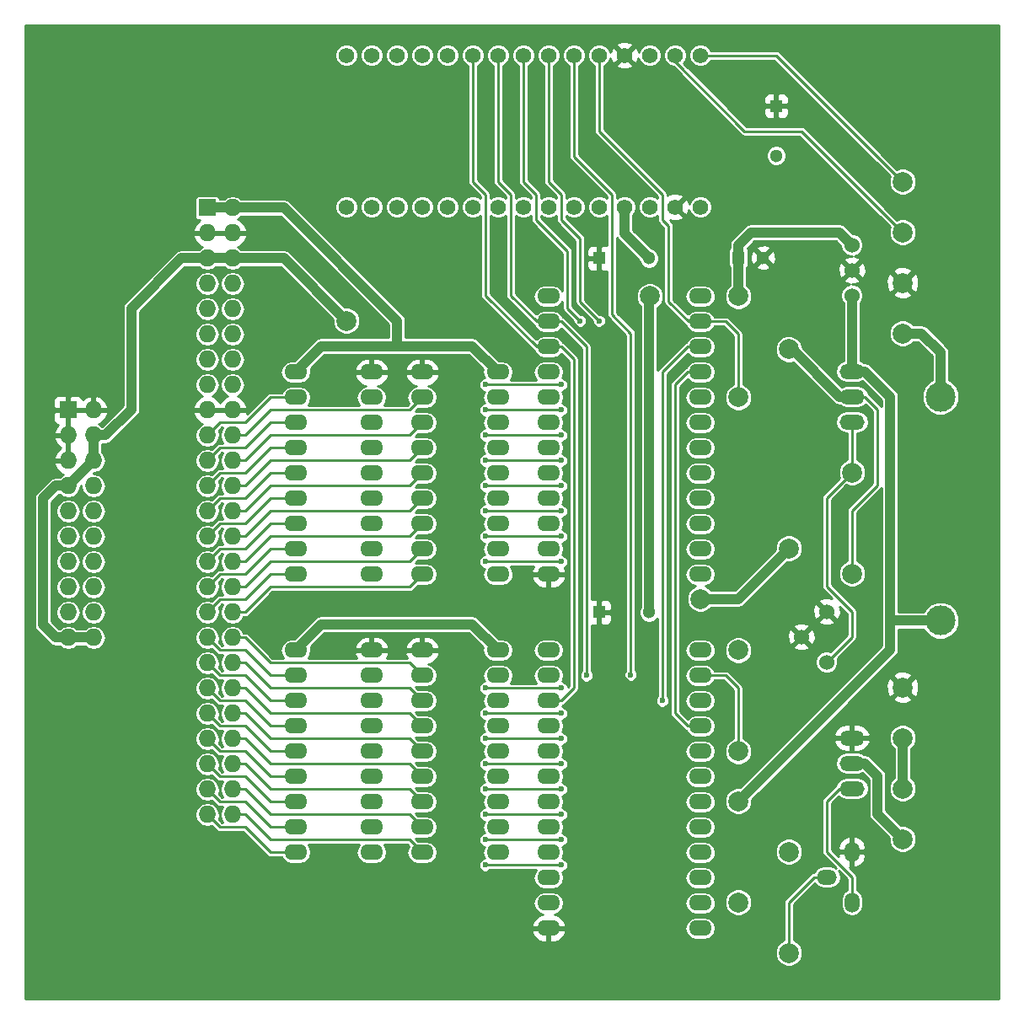
<source format=gbl>
G04 #@! TF.FileFunction,Copper,L2,Bot,Signal*
%FSLAX46Y46*%
G04 Gerber Fmt 4.6, Leading zero omitted, Abs format (unit mm)*
G04 Created by KiCad (PCBNEW (2015-09-06 BZR 6161, Git 6b3ff2d)-product) date 22.02.2016 21:54:41*
%MOMM*%
G01*
G04 APERTURE LIST*
%ADD10C,0.100000*%
%ADD11R,1.300000X1.300000*%
%ADD12C,1.300000*%
%ADD13C,2.000000*%
%ADD14R,1.727200X1.727200*%
%ADD15O,1.727200X1.727200*%
%ADD16O,1.998980X1.501140*%
%ADD17O,1.501140X1.998980*%
%ADD18O,2.499360X1.501140*%
%ADD19C,1.998980*%
%ADD20C,1.524000*%
%ADD21O,2.300000X1.600000*%
%ADD22C,1.574800*%
%ADD23C,3.000000*%
%ADD24C,4.064000*%
%ADD25C,0.600000*%
%ADD26C,1.000000*%
%ADD27C,0.250000*%
%ADD28C,0.254000*%
G04 APERTURE END LIST*
D10*
D11*
X78740000Y-44530000D03*
D12*
X83740000Y-44530000D03*
D11*
X92710000Y-44450000D03*
D12*
X95210000Y-44450000D03*
D11*
X96520000Y-29210000D03*
D12*
X96520000Y-34210000D03*
D11*
X78740000Y-80090000D03*
D12*
X83740000Y-80090000D03*
D13*
X109220000Y-52070000D03*
X109220000Y-46990000D03*
X109220000Y-41910000D03*
X109220000Y-36830000D03*
X109220000Y-102870000D03*
X109220000Y-97790000D03*
X109220000Y-92710000D03*
X109220000Y-87630000D03*
D14*
X39370000Y-39450000D03*
D15*
X41910000Y-39450000D03*
X39370000Y-41990000D03*
X41910000Y-41990000D03*
X39370000Y-44530000D03*
X41910000Y-44530000D03*
X39370000Y-47070000D03*
X41910000Y-47070000D03*
X39370000Y-49610000D03*
X41910000Y-49610000D03*
X39370000Y-52150000D03*
X41910000Y-52150000D03*
X39370000Y-54690000D03*
X41910000Y-54690000D03*
X39370000Y-57230000D03*
X41910000Y-57230000D03*
X39370000Y-59770000D03*
X41910000Y-59770000D03*
X39370000Y-62310000D03*
X41910000Y-62310000D03*
X39370000Y-64850000D03*
X41910000Y-64850000D03*
X39370000Y-67390000D03*
X41910000Y-67390000D03*
X39370000Y-69930000D03*
X41910000Y-69930000D03*
X39370000Y-72470000D03*
X41910000Y-72470000D03*
X39370000Y-75010000D03*
X41910000Y-75010000D03*
X39370000Y-77550000D03*
X41910000Y-77550000D03*
X39370000Y-80090000D03*
X41910000Y-80090000D03*
X39370000Y-82630000D03*
X41910000Y-82630000D03*
X39370000Y-85170000D03*
X41910000Y-85170000D03*
X39370000Y-87710000D03*
X41910000Y-87710000D03*
X39370000Y-90250000D03*
X41910000Y-90250000D03*
X39370000Y-92790000D03*
X41910000Y-92790000D03*
X39370000Y-95330000D03*
X41910000Y-95330000D03*
X39370000Y-97870000D03*
X41910000Y-97870000D03*
X39370000Y-100410000D03*
X41910000Y-100410000D03*
D14*
X25400000Y-59770000D03*
D15*
X27940000Y-59770000D03*
X25400000Y-62310000D03*
X27940000Y-62310000D03*
X25400000Y-64850000D03*
X27940000Y-64850000D03*
X25400000Y-67390000D03*
X27940000Y-67390000D03*
X25400000Y-69930000D03*
X27940000Y-69930000D03*
X25400000Y-72470000D03*
X27940000Y-72470000D03*
X25400000Y-75010000D03*
X27940000Y-75010000D03*
X25400000Y-77550000D03*
X27940000Y-77550000D03*
X25400000Y-80090000D03*
X27940000Y-80090000D03*
X25400000Y-82630000D03*
X27940000Y-82630000D03*
D16*
X101600000Y-106680000D03*
D17*
X104140000Y-109220000D03*
X104140000Y-104140000D03*
D18*
X104140000Y-95250000D03*
X104140000Y-97790000D03*
X104140000Y-92710000D03*
D19*
X97790000Y-114300000D03*
X97790000Y-104140000D03*
X92710000Y-109220000D03*
X92710000Y-99060000D03*
X104140000Y-76200000D03*
X104140000Y-66040000D03*
X97790000Y-73660000D03*
X97790000Y-53660000D03*
D20*
X99060000Y-82550000D03*
X101600000Y-80010000D03*
X101600000Y-85090000D03*
X104140000Y-48260000D03*
X104140000Y-45720000D03*
X104140000Y-43180000D03*
D18*
X104140000Y-58420000D03*
X104140000Y-60960000D03*
X104140000Y-55880000D03*
D21*
X73660000Y-48340000D03*
X73660000Y-50880000D03*
X73660000Y-53420000D03*
X73660000Y-55960000D03*
X73660000Y-58500000D03*
X73660000Y-61040000D03*
X73660000Y-63580000D03*
X73660000Y-66120000D03*
X73660000Y-68660000D03*
X73660000Y-71200000D03*
X73660000Y-73740000D03*
X73660000Y-76280000D03*
X88900000Y-76280000D03*
X88900000Y-73740000D03*
X88900000Y-71200000D03*
X88900000Y-68660000D03*
X88900000Y-66120000D03*
X88900000Y-63580000D03*
X88900000Y-61040000D03*
X88900000Y-58500000D03*
X88900000Y-55960000D03*
X88900000Y-53420000D03*
X88900000Y-50880000D03*
X88900000Y-48340000D03*
X55880000Y-76280000D03*
X55880000Y-73740000D03*
X55880000Y-71200000D03*
X55880000Y-68660000D03*
X55880000Y-66120000D03*
X55880000Y-63580000D03*
X55880000Y-61040000D03*
X55880000Y-58500000D03*
X55880000Y-55960000D03*
X48260000Y-55960000D03*
X48260000Y-58500000D03*
X48260000Y-61040000D03*
X48260000Y-63580000D03*
X48260000Y-66120000D03*
X48260000Y-68660000D03*
X48260000Y-71200000D03*
X48260000Y-73740000D03*
X48260000Y-76280000D03*
X55880000Y-104220000D03*
X55880000Y-101680000D03*
X55880000Y-99140000D03*
X55880000Y-96600000D03*
X55880000Y-94060000D03*
X55880000Y-91520000D03*
X55880000Y-88980000D03*
X55880000Y-86440000D03*
X55880000Y-83900000D03*
X48260000Y-83900000D03*
X48260000Y-86440000D03*
X48260000Y-88980000D03*
X48260000Y-91520000D03*
X48260000Y-94060000D03*
X48260000Y-96600000D03*
X48260000Y-99140000D03*
X48260000Y-101680000D03*
X48260000Y-104220000D03*
D22*
X53340000Y-39370000D03*
X55880000Y-39370000D03*
X58420000Y-39370000D03*
X60960000Y-39370000D03*
X63500000Y-39370000D03*
X66040000Y-39370000D03*
X68580000Y-39370000D03*
X71120000Y-39370000D03*
X73660000Y-39370000D03*
X76200000Y-39370000D03*
X78740000Y-39370000D03*
X81280000Y-39370000D03*
X83820000Y-39370000D03*
X86360000Y-39370000D03*
X88900000Y-39370000D03*
X88900000Y-24130000D03*
X86360000Y-24130000D03*
X83820000Y-24130000D03*
X81280000Y-24130000D03*
X78740000Y-24130000D03*
X76200000Y-24130000D03*
X73660000Y-24130000D03*
X71120000Y-24130000D03*
X68580000Y-24130000D03*
X66040000Y-24130000D03*
X63500000Y-24130000D03*
X60960000Y-24130000D03*
X58420000Y-24130000D03*
X55880000Y-24130000D03*
X53340000Y-24130000D03*
D21*
X68580000Y-76280000D03*
X68580000Y-73740000D03*
X68580000Y-71200000D03*
X68580000Y-68660000D03*
X68580000Y-66120000D03*
X68580000Y-63580000D03*
X68580000Y-61040000D03*
X68580000Y-58500000D03*
X68580000Y-55960000D03*
X60960000Y-55960000D03*
X60960000Y-58500000D03*
X60960000Y-61040000D03*
X60960000Y-63580000D03*
X60960000Y-66120000D03*
X60960000Y-68660000D03*
X60960000Y-71200000D03*
X60960000Y-73740000D03*
X60960000Y-76280000D03*
X68580000Y-104220000D03*
X68580000Y-101680000D03*
X68580000Y-99140000D03*
X68580000Y-96600000D03*
X68580000Y-94060000D03*
X68580000Y-91520000D03*
X68580000Y-88980000D03*
X68580000Y-86440000D03*
X68580000Y-83900000D03*
X60960000Y-83900000D03*
X60960000Y-86440000D03*
X60960000Y-88980000D03*
X60960000Y-91520000D03*
X60960000Y-94060000D03*
X60960000Y-96600000D03*
X60960000Y-99140000D03*
X60960000Y-101680000D03*
X60960000Y-104220000D03*
X73660000Y-83900000D03*
X73660000Y-86440000D03*
X73660000Y-88980000D03*
X73660000Y-91520000D03*
X73660000Y-94060000D03*
X73660000Y-96600000D03*
X73660000Y-99140000D03*
X73660000Y-101680000D03*
X73660000Y-104220000D03*
X73660000Y-106760000D03*
X73660000Y-109300000D03*
X73660000Y-111840000D03*
X88900000Y-111840000D03*
X88900000Y-109300000D03*
X88900000Y-106760000D03*
X88900000Y-104220000D03*
X88900000Y-101680000D03*
X88900000Y-99140000D03*
X88900000Y-96600000D03*
X88900000Y-94060000D03*
X88900000Y-91520000D03*
X88900000Y-88980000D03*
X88900000Y-86440000D03*
X88900000Y-83900000D03*
D19*
X92710000Y-94060000D03*
X92710000Y-83900000D03*
X92710000Y-58500000D03*
X92710000Y-48340000D03*
D23*
X113030000Y-58420000D03*
X113030000Y-80920000D03*
D24*
X25000000Y-25000000D03*
X115000000Y-25000000D03*
X25000000Y-115000000D03*
X115000000Y-115000000D03*
D13*
X53340000Y-50800000D03*
X83820000Y-48340000D03*
X88900000Y-78740000D03*
D25*
X77470000Y-86440000D03*
X74930000Y-75010000D03*
X67310000Y-75010000D03*
X74930000Y-72470000D03*
X67310000Y-72470000D03*
X74930000Y-69930000D03*
X67310000Y-69930000D03*
X74930000Y-67390000D03*
X67310000Y-67390000D03*
X74930000Y-64850000D03*
X67310000Y-64850000D03*
X74930000Y-62310000D03*
X67310000Y-62310000D03*
X74930000Y-59770000D03*
X67310000Y-59770000D03*
X74930000Y-57230000D03*
X67310000Y-57230000D03*
X76835000Y-50800000D03*
X78740000Y-50800000D03*
X85090000Y-88980000D03*
X74930000Y-105490000D03*
X67310000Y-105490000D03*
X74930000Y-102950000D03*
X67310000Y-102950000D03*
X74930000Y-100410000D03*
X67310000Y-100410000D03*
X74930000Y-97870000D03*
X67310000Y-97870000D03*
X74930000Y-95330000D03*
X67310000Y-95330000D03*
X74930000Y-92790000D03*
X67310000Y-92790000D03*
X74930000Y-90250000D03*
X67310000Y-90250000D03*
X74930000Y-87710000D03*
X67310000Y-87710000D03*
X81915000Y-86360000D03*
D26*
X41910000Y-44530000D02*
X47070000Y-44530000D01*
X47070000Y-44530000D02*
X53340000Y-50800000D01*
X92710000Y-44450000D02*
X92710000Y-48340000D01*
X81280000Y-39370000D02*
X81280000Y-42070000D01*
X81280000Y-42070000D02*
X83740000Y-44530000D01*
X39370000Y-44530000D02*
X36750000Y-44530000D01*
X29130000Y-62310000D02*
X27940000Y-62310000D01*
X31750000Y-59690000D02*
X29130000Y-62310000D01*
X31750000Y-49530000D02*
X31750000Y-59690000D01*
X36750000Y-44530000D02*
X31750000Y-49530000D01*
X104140000Y-43180000D02*
X102870000Y-41910000D01*
X92710000Y-43180000D02*
X92710000Y-44450000D01*
X93980000Y-41910000D02*
X92710000Y-43180000D01*
X102870000Y-41910000D02*
X93980000Y-41910000D01*
X83740000Y-80090000D02*
X83740000Y-48420000D01*
X83740000Y-48420000D02*
X83820000Y-48340000D01*
X39370000Y-44530000D02*
X41910000Y-44530000D01*
X27940000Y-64850000D02*
X27940000Y-62310000D01*
X25400000Y-67390000D02*
X27940000Y-64850000D01*
X25400000Y-82630000D02*
X24130000Y-82630000D01*
X24130000Y-67390000D02*
X25400000Y-67390000D01*
X22860000Y-68660000D02*
X24130000Y-67390000D01*
X22860000Y-81360000D02*
X22860000Y-68660000D01*
X24130000Y-82630000D02*
X22860000Y-81360000D01*
X27940000Y-82630000D02*
X25400000Y-82630000D01*
X109220000Y-52070000D02*
X111125000Y-52070000D01*
X113030000Y-53975000D02*
X113030000Y-58420000D01*
X111125000Y-52070000D02*
X113030000Y-53975000D01*
X113030000Y-80920000D02*
X107950000Y-80920000D01*
X107950000Y-80920000D02*
X107950000Y-81280000D01*
X104140000Y-55880000D02*
X105410000Y-55880000D01*
X107950000Y-83820000D02*
X92710000Y-99060000D01*
X107950000Y-58420000D02*
X107950000Y-81280000D01*
X107950000Y-81280000D02*
X107950000Y-83820000D01*
X105410000Y-55880000D02*
X107950000Y-58420000D01*
X104140000Y-48260000D02*
X104140000Y-55880000D01*
D27*
X88900000Y-24130000D02*
X96520000Y-24130000D01*
X96520000Y-24130000D02*
X109220000Y-36830000D01*
X86360000Y-24130000D02*
X86360000Y-24765000D01*
X86360000Y-24765000D02*
X93345000Y-31750000D01*
X93345000Y-31750000D02*
X99060000Y-31750000D01*
X99060000Y-31750000D02*
X109220000Y-41910000D01*
D26*
X104140000Y-95250000D02*
X105410000Y-95250000D01*
X106680000Y-100330000D02*
X109220000Y-102870000D01*
X106680000Y-96520000D02*
X106680000Y-100330000D01*
X105410000Y-95250000D02*
X106680000Y-96520000D01*
X109220000Y-92710000D02*
X109220000Y-97790000D01*
X41910000Y-39450000D02*
X47070000Y-39450000D01*
X58420000Y-50800000D02*
X58420000Y-53340000D01*
X47070000Y-39450000D02*
X58420000Y-50800000D01*
X48260000Y-55880000D02*
X50800000Y-53340000D01*
X50800000Y-53340000D02*
X58420000Y-53340000D01*
X58420000Y-53340000D02*
X65960000Y-53340000D01*
X65960000Y-53340000D02*
X68580000Y-55960000D01*
X48260000Y-55960000D02*
X48260000Y-55880000D01*
X48260000Y-83900000D02*
X48260000Y-83820000D01*
X48260000Y-83820000D02*
X50800000Y-81280000D01*
X50800000Y-81280000D02*
X65960000Y-81280000D01*
X65960000Y-81280000D02*
X68580000Y-83900000D01*
X97790000Y-73660000D02*
X92710000Y-78740000D01*
X92710000Y-78740000D02*
X88900000Y-78740000D01*
X39370000Y-39450000D02*
X41910000Y-39450000D01*
D27*
X48260000Y-58500000D02*
X45720000Y-58500000D01*
X40640000Y-61040000D02*
X39370000Y-62310000D01*
X43180000Y-61040000D02*
X40640000Y-61040000D01*
X45720000Y-58500000D02*
X43180000Y-61040000D01*
X60960000Y-58500000D02*
X59690000Y-59770000D01*
X43180000Y-62310000D02*
X41910000Y-62310000D01*
X45720000Y-59770000D02*
X43180000Y-62310000D01*
X59690000Y-59770000D02*
X45720000Y-59770000D01*
X48260000Y-61040000D02*
X45720000Y-61040000D01*
X40640000Y-63580000D02*
X39370000Y-64850000D01*
X43180000Y-63580000D02*
X40640000Y-63580000D01*
X45720000Y-61040000D02*
X43180000Y-63580000D01*
X60960000Y-61040000D02*
X59690000Y-62310000D01*
X43180000Y-64850000D02*
X41910000Y-64850000D01*
X45720000Y-62310000D02*
X43180000Y-64850000D01*
X59690000Y-62310000D02*
X45720000Y-62310000D01*
X48260000Y-63580000D02*
X45720000Y-63580000D01*
X40640000Y-66120000D02*
X39370000Y-67390000D01*
X43180000Y-66120000D02*
X40640000Y-66120000D01*
X45720000Y-63580000D02*
X43180000Y-66120000D01*
X60960000Y-63580000D02*
X59690000Y-64850000D01*
X43180000Y-67390000D02*
X41910000Y-67390000D01*
X45720000Y-64850000D02*
X43180000Y-67390000D01*
X59690000Y-64850000D02*
X45720000Y-64850000D01*
X48260000Y-66120000D02*
X45720000Y-66120000D01*
X40640000Y-68660000D02*
X39370000Y-69930000D01*
X43180000Y-68660000D02*
X40640000Y-68660000D01*
X45720000Y-66120000D02*
X43180000Y-68660000D01*
X60960000Y-66120000D02*
X59690000Y-67390000D01*
X43180000Y-69930000D02*
X41910000Y-69930000D01*
X45720000Y-67390000D02*
X43180000Y-69930000D01*
X59690000Y-67390000D02*
X45720000Y-67390000D01*
X48260000Y-68660000D02*
X45720000Y-68660000D01*
X40640000Y-71200000D02*
X39370000Y-72470000D01*
X43180000Y-71200000D02*
X40640000Y-71200000D01*
X45720000Y-68660000D02*
X43180000Y-71200000D01*
X60960000Y-68660000D02*
X59690000Y-69930000D01*
X43180000Y-72470000D02*
X41910000Y-72470000D01*
X45720000Y-69930000D02*
X43180000Y-72470000D01*
X59690000Y-69930000D02*
X45720000Y-69930000D01*
X48260000Y-71200000D02*
X45720000Y-71200000D01*
X40640000Y-73740000D02*
X39370000Y-75010000D01*
X43180000Y-73740000D02*
X40640000Y-73740000D01*
X45720000Y-71200000D02*
X43180000Y-73740000D01*
X60960000Y-71200000D02*
X59690000Y-72470000D01*
X43180000Y-75010000D02*
X41910000Y-75010000D01*
X45720000Y-72470000D02*
X43180000Y-75010000D01*
X59690000Y-72470000D02*
X45720000Y-72470000D01*
X48260000Y-73740000D02*
X45720000Y-73740000D01*
X40640000Y-76280000D02*
X39370000Y-77550000D01*
X43180000Y-76280000D02*
X40640000Y-76280000D01*
X45720000Y-73740000D02*
X43180000Y-76280000D01*
X60960000Y-73740000D02*
X59690000Y-75010000D01*
X43180000Y-77550000D02*
X41910000Y-77550000D01*
X45720000Y-75010000D02*
X43180000Y-77550000D01*
X59690000Y-75010000D02*
X45720000Y-75010000D01*
X48260000Y-76280000D02*
X45720000Y-76280000D01*
X40640000Y-78820000D02*
X39370000Y-80090000D01*
X43180000Y-78820000D02*
X40640000Y-78820000D01*
X45720000Y-76280000D02*
X43180000Y-78820000D01*
X60960000Y-76280000D02*
X59690000Y-77550000D01*
X43180000Y-80090000D02*
X41910000Y-80090000D01*
X45720000Y-77550000D02*
X43180000Y-80090000D01*
X59690000Y-77550000D02*
X45720000Y-77550000D01*
X48260000Y-86440000D02*
X45720000Y-86440000D01*
X40640000Y-83900000D02*
X39370000Y-82630000D01*
X43180000Y-83900000D02*
X40640000Y-83900000D01*
X45720000Y-86440000D02*
X43180000Y-83900000D01*
X60960000Y-86440000D02*
X59690000Y-85170000D01*
X43180000Y-82630000D02*
X41910000Y-82630000D01*
X45720000Y-85170000D02*
X43180000Y-82630000D01*
X59690000Y-85170000D02*
X45720000Y-85170000D01*
X48260000Y-88980000D02*
X45720000Y-88980000D01*
X40640000Y-86440000D02*
X39370000Y-85170000D01*
X43180000Y-86440000D02*
X40640000Y-86440000D01*
X45720000Y-88980000D02*
X43180000Y-86440000D01*
X60960000Y-88980000D02*
X59690000Y-87710000D01*
X43180000Y-85170000D02*
X41910000Y-85170000D01*
X45720000Y-87710000D02*
X43180000Y-85170000D01*
X59690000Y-87710000D02*
X45720000Y-87710000D01*
X48260000Y-91520000D02*
X45720000Y-91520000D01*
X40640000Y-88980000D02*
X39370000Y-87710000D01*
X43180000Y-88980000D02*
X40640000Y-88980000D01*
X45720000Y-91520000D02*
X43180000Y-88980000D01*
X60960000Y-91520000D02*
X59690000Y-90250000D01*
X43180000Y-87710000D02*
X41910000Y-87710000D01*
X45720000Y-90250000D02*
X43180000Y-87710000D01*
X59690000Y-90250000D02*
X45720000Y-90250000D01*
X48260000Y-94060000D02*
X45720000Y-94060000D01*
X40640000Y-91520000D02*
X39370000Y-90250000D01*
X43180000Y-91520000D02*
X40640000Y-91520000D01*
X45720000Y-94060000D02*
X43180000Y-91520000D01*
X60960000Y-94060000D02*
X59690000Y-92790000D01*
X43180000Y-90250000D02*
X41910000Y-90250000D01*
X45720000Y-92790000D02*
X43180000Y-90250000D01*
X59690000Y-92790000D02*
X45720000Y-92790000D01*
X48260000Y-96600000D02*
X45720000Y-96600000D01*
X40640000Y-94060000D02*
X39370000Y-92790000D01*
X43180000Y-94060000D02*
X40640000Y-94060000D01*
X45720000Y-96600000D02*
X43180000Y-94060000D01*
X60960000Y-96600000D02*
X59690000Y-95330000D01*
X43180000Y-92790000D02*
X41910000Y-92790000D01*
X45720000Y-95330000D02*
X43180000Y-92790000D01*
X59690000Y-95330000D02*
X45720000Y-95330000D01*
X48260000Y-99140000D02*
X45720000Y-99140000D01*
X40640000Y-96600000D02*
X39370000Y-95330000D01*
X43180000Y-96600000D02*
X40640000Y-96600000D01*
X45720000Y-99140000D02*
X43180000Y-96600000D01*
X60960000Y-99140000D02*
X59690000Y-97870000D01*
X43180000Y-95330000D02*
X41910000Y-95330000D01*
X45720000Y-97870000D02*
X43180000Y-95330000D01*
X59690000Y-97870000D02*
X45720000Y-97870000D01*
X48260000Y-101680000D02*
X45720000Y-101680000D01*
X40640000Y-99140000D02*
X39370000Y-97870000D01*
X43180000Y-99140000D02*
X40640000Y-99140000D01*
X45720000Y-101680000D02*
X43180000Y-99140000D01*
X60960000Y-101680000D02*
X59690000Y-100410000D01*
X43180000Y-97870000D02*
X41910000Y-97870000D01*
X45720000Y-100410000D02*
X43180000Y-97870000D01*
X59690000Y-100410000D02*
X45720000Y-100410000D01*
X48260000Y-104220000D02*
X45720000Y-104220000D01*
X40640000Y-101680000D02*
X39370000Y-100410000D01*
X43180000Y-101680000D02*
X40640000Y-101680000D01*
X45720000Y-104220000D02*
X43180000Y-101680000D01*
X60960000Y-104220000D02*
X59690000Y-102950000D01*
X43180000Y-100410000D02*
X41910000Y-100410000D01*
X45720000Y-102950000D02*
X43180000Y-100410000D01*
X59690000Y-102950000D02*
X45720000Y-102950000D01*
X101600000Y-106680000D02*
X100330000Y-106680000D01*
X97790000Y-109220000D02*
X97790000Y-114300000D01*
X100330000Y-106680000D02*
X97790000Y-109220000D01*
X104140000Y-109220000D02*
X104140000Y-106680000D01*
X102870000Y-97790000D02*
X104140000Y-97790000D01*
X101600000Y-99060000D02*
X102870000Y-97790000D01*
X101600000Y-104140000D02*
X101600000Y-99060000D01*
X104140000Y-106680000D02*
X101600000Y-104140000D01*
D26*
X97790000Y-53660000D02*
X98110000Y-53660000D01*
X98110000Y-53660000D02*
X102870000Y-58420000D01*
X102870000Y-58420000D02*
X104140000Y-58420000D01*
D27*
X104140000Y-76200000D02*
X104140000Y-69850000D01*
X105410000Y-58420000D02*
X104140000Y-58420000D01*
X106680000Y-59690000D02*
X105410000Y-58420000D01*
X106680000Y-67310000D02*
X106680000Y-59690000D01*
X104140000Y-69850000D02*
X106680000Y-67310000D01*
X101600000Y-85090000D02*
X104140000Y-82550000D01*
X101600000Y-68580000D02*
X104140000Y-66040000D01*
X101600000Y-77470000D02*
X101600000Y-68580000D01*
X104140000Y-80010000D02*
X101600000Y-77470000D01*
X104140000Y-82550000D02*
X104140000Y-80010000D01*
X104140000Y-60960000D02*
X104140000Y-66040000D01*
X73660000Y-50880000D02*
X72470000Y-50880000D01*
X68580000Y-36830000D02*
X68580000Y-24130000D01*
X69850000Y-38100000D02*
X68580000Y-36830000D01*
X69850000Y-48260000D02*
X69850000Y-38100000D01*
X72470000Y-50880000D02*
X69850000Y-48260000D01*
X73660000Y-50880000D02*
X74930000Y-50880000D01*
X77470000Y-53420000D02*
X77470000Y-86440000D01*
X74930000Y-50880000D02*
X77470000Y-53420000D01*
X73660000Y-53420000D02*
X72470000Y-53420000D01*
X66040000Y-36830000D02*
X66040000Y-24130000D01*
X67310000Y-38100000D02*
X66040000Y-36830000D01*
X67310000Y-48260000D02*
X67310000Y-38100000D01*
X72470000Y-53420000D02*
X67310000Y-48260000D01*
X74930000Y-88980000D02*
X73660000Y-88980000D01*
X76200000Y-87710000D02*
X74930000Y-88980000D01*
X76200000Y-54690000D02*
X76200000Y-87710000D01*
X74930000Y-53420000D02*
X76200000Y-54690000D01*
X73660000Y-53420000D02*
X74930000Y-53420000D01*
X67310000Y-75010000D02*
X74930000Y-75010000D01*
X67310000Y-72470000D02*
X74930000Y-72470000D01*
X67310000Y-69930000D02*
X74930000Y-69930000D01*
X67310000Y-67390000D02*
X74930000Y-67390000D01*
X67310000Y-64850000D02*
X74930000Y-64850000D01*
X67310000Y-62310000D02*
X74930000Y-62310000D01*
X67310000Y-59770000D02*
X74930000Y-59770000D01*
X67310000Y-57230000D02*
X74930000Y-57230000D01*
X71120000Y-36830000D02*
X71120000Y-24130000D01*
X72390000Y-38100000D02*
X71120000Y-36830000D01*
X72390000Y-40640000D02*
X72390000Y-38100000D01*
X75565000Y-43815000D02*
X72390000Y-40640000D01*
X75565000Y-49530000D02*
X75565000Y-43815000D01*
X76835000Y-50800000D02*
X75565000Y-49530000D01*
X88900000Y-55960000D02*
X87630000Y-55960000D01*
X87630000Y-91520000D02*
X88900000Y-91520000D01*
X86360000Y-90250000D02*
X87630000Y-91520000D01*
X86360000Y-57230000D02*
X86360000Y-90250000D01*
X87630000Y-55960000D02*
X86360000Y-57230000D01*
X73660000Y-36830000D02*
X73660000Y-24130000D01*
X74930000Y-38100000D02*
X73660000Y-36830000D01*
X74930000Y-40640000D02*
X74930000Y-38100000D01*
X76835000Y-42545000D02*
X74930000Y-40640000D01*
X76835000Y-48895000D02*
X76835000Y-42545000D01*
X78740000Y-50800000D02*
X76835000Y-48895000D01*
X88900000Y-53420000D02*
X87630000Y-53420000D01*
X85090000Y-55960000D02*
X85090000Y-88980000D01*
X87630000Y-53420000D02*
X85090000Y-55960000D01*
X88900000Y-50880000D02*
X87710000Y-50880000D01*
X78740000Y-31750000D02*
X78740000Y-24130000D01*
X85090000Y-38100000D02*
X78740000Y-31750000D01*
X85090000Y-40640000D02*
X85090000Y-38100000D01*
X85725000Y-41275000D02*
X85090000Y-40640000D01*
X85725000Y-48895000D02*
X85725000Y-41275000D01*
X87710000Y-50880000D02*
X85725000Y-48895000D01*
X88900000Y-50880000D02*
X90170000Y-50880000D01*
X92710000Y-52150000D02*
X92710000Y-58500000D01*
X91440000Y-50880000D02*
X92710000Y-52150000D01*
X90170000Y-50880000D02*
X91440000Y-50880000D01*
X67310000Y-105490000D02*
X74930000Y-105490000D01*
X67310000Y-102950000D02*
X74930000Y-102950000D01*
X67310000Y-100410000D02*
X74930000Y-100410000D01*
X67310000Y-97870000D02*
X74930000Y-97870000D01*
X67310000Y-95330000D02*
X74930000Y-95330000D01*
X67310000Y-92790000D02*
X74930000Y-92790000D01*
X67310000Y-90250000D02*
X74930000Y-90250000D01*
X67310000Y-87710000D02*
X74930000Y-87710000D01*
X76200000Y-34290000D02*
X76200000Y-24130000D01*
X80010000Y-38100000D02*
X76200000Y-34290000D01*
X80010000Y-50165000D02*
X80010000Y-38100000D01*
X81915000Y-52070000D02*
X80010000Y-50165000D01*
X81915000Y-86360000D02*
X81915000Y-52070000D01*
X88900000Y-86440000D02*
X90170000Y-86440000D01*
X92710000Y-87710000D02*
X92710000Y-94060000D01*
X91440000Y-86440000D02*
X92710000Y-87710000D01*
X90170000Y-86440000D02*
X91440000Y-86440000D01*
D28*
G36*
X118873000Y-118873000D02*
X21127000Y-118873000D01*
X21127000Y-114573392D01*
X96409271Y-114573392D01*
X96618995Y-115080963D01*
X97006994Y-115469640D01*
X97514199Y-115680249D01*
X98063392Y-115680729D01*
X98570963Y-115471005D01*
X98959640Y-115083006D01*
X99170249Y-114575801D01*
X99170729Y-114026608D01*
X98961005Y-113519037D01*
X98573006Y-113130360D01*
X98296000Y-113015338D01*
X98296000Y-109429592D01*
X100412366Y-107313226D01*
X100523894Y-107480141D01*
X100891002Y-107725434D01*
X101324035Y-107811570D01*
X101875965Y-107811570D01*
X102308998Y-107725434D01*
X102676106Y-107480141D01*
X102921399Y-107113033D01*
X103007535Y-106680000D01*
X102921399Y-106246967D01*
X102780492Y-106036084D01*
X103634000Y-106889592D01*
X103634000Y-107947356D01*
X103339859Y-108143894D01*
X103094566Y-108511002D01*
X103008430Y-108944035D01*
X103008430Y-109495965D01*
X103094566Y-109928998D01*
X103339859Y-110296106D01*
X103706967Y-110541399D01*
X104140000Y-110627535D01*
X104573033Y-110541399D01*
X104940141Y-110296106D01*
X105185434Y-109928998D01*
X105271570Y-109495965D01*
X105271570Y-108944035D01*
X105185434Y-108511002D01*
X104940141Y-108143894D01*
X104646000Y-107947356D01*
X104646000Y-106680000D01*
X104607483Y-106486362D01*
X104497796Y-106322204D01*
X103867835Y-105692243D01*
X104013000Y-105609149D01*
X104013000Y-104267000D01*
X104267000Y-104267000D01*
X104267000Y-105609149D01*
X104481275Y-105731803D01*
X104583305Y-105713157D01*
X105056324Y-105442710D01*
X105389841Y-105011833D01*
X105533081Y-104486123D01*
X105372386Y-104267000D01*
X104267000Y-104267000D01*
X104013000Y-104267000D01*
X102907614Y-104267000D01*
X102746919Y-104486123D01*
X102778829Y-104603237D01*
X102106000Y-103930408D01*
X102106000Y-103793877D01*
X102746919Y-103793877D01*
X102907614Y-104013000D01*
X104013000Y-104013000D01*
X104013000Y-102670851D01*
X104267000Y-102670851D01*
X104267000Y-104013000D01*
X105372386Y-104013000D01*
X105533081Y-103793877D01*
X105389841Y-103268167D01*
X105056324Y-102837290D01*
X104583305Y-102566843D01*
X104481275Y-102548197D01*
X104267000Y-102670851D01*
X104013000Y-102670851D01*
X103798725Y-102548197D01*
X103696695Y-102566843D01*
X103223676Y-102837290D01*
X102890159Y-103268167D01*
X102746919Y-103793877D01*
X102106000Y-103793877D01*
X102106000Y-99269592D01*
X102799449Y-98576143D01*
X102808802Y-98590141D01*
X103175910Y-98835434D01*
X103608943Y-98921570D01*
X104671057Y-98921570D01*
X105104090Y-98835434D01*
X105471198Y-98590141D01*
X105716491Y-98223033D01*
X105799000Y-97808234D01*
X105799000Y-100330000D01*
X105866062Y-100667144D01*
X106057039Y-100952961D01*
X107839118Y-102735040D01*
X107838761Y-103143493D01*
X108048563Y-103651251D01*
X108436705Y-104040072D01*
X108944097Y-104250759D01*
X109493493Y-104251239D01*
X110001251Y-104041437D01*
X110390072Y-103653295D01*
X110600759Y-103145903D01*
X110601239Y-102596507D01*
X110391437Y-102088749D01*
X110003295Y-101699928D01*
X109495903Y-101489241D01*
X109084804Y-101488882D01*
X107561000Y-99965078D01*
X107561000Y-96520000D01*
X107493938Y-96182856D01*
X107302961Y-95897039D01*
X106032961Y-94627039D01*
X105747144Y-94436062D01*
X105410000Y-94369000D01*
X105350184Y-94369000D01*
X105104090Y-94204566D01*
X104671057Y-94118430D01*
X103608943Y-94118430D01*
X103175910Y-94204566D01*
X102808802Y-94449859D01*
X102563509Y-94816967D01*
X102477373Y-95250000D01*
X102563509Y-95683033D01*
X102808802Y-96050141D01*
X103175910Y-96295434D01*
X103608943Y-96381570D01*
X104671057Y-96381570D01*
X105104090Y-96295434D01*
X105167286Y-96253208D01*
X105799000Y-96884922D01*
X105799000Y-97771766D01*
X105716491Y-97356967D01*
X105471198Y-96989859D01*
X105104090Y-96744566D01*
X104671057Y-96658430D01*
X103608943Y-96658430D01*
X103175910Y-96744566D01*
X102808802Y-96989859D01*
X102563509Y-97356967D01*
X102554114Y-97404201D01*
X102512204Y-97432204D01*
X101242204Y-98702204D01*
X101132517Y-98866362D01*
X101094000Y-99060000D01*
X101094000Y-104140000D01*
X101132517Y-104333638D01*
X101242204Y-104497796D01*
X102519881Y-105775473D01*
X102308998Y-105634566D01*
X101875965Y-105548430D01*
X101324035Y-105548430D01*
X100891002Y-105634566D01*
X100523894Y-105879859D01*
X100326951Y-106174607D01*
X100136362Y-106212517D01*
X99972204Y-106322204D01*
X97432204Y-108862204D01*
X97322517Y-109026362D01*
X97284000Y-109220000D01*
X97284000Y-113015383D01*
X97009037Y-113128995D01*
X96620360Y-113516994D01*
X96409751Y-114024199D01*
X96409271Y-114573392D01*
X21127000Y-114573392D01*
X21127000Y-112189039D01*
X71918096Y-112189039D01*
X71935633Y-112271819D01*
X72205500Y-112764896D01*
X72643517Y-113117166D01*
X73183000Y-113275000D01*
X73533000Y-113275000D01*
X73533000Y-111967000D01*
X73787000Y-111967000D01*
X73787000Y-113275000D01*
X74137000Y-113275000D01*
X74676483Y-113117166D01*
X75114500Y-112764896D01*
X75384367Y-112271819D01*
X75401904Y-112189039D01*
X75279915Y-111967000D01*
X73787000Y-111967000D01*
X73533000Y-111967000D01*
X72040085Y-111967000D01*
X71918096Y-112189039D01*
X21127000Y-112189039D01*
X21127000Y-111840000D01*
X87339006Y-111840000D01*
X87428904Y-112291949D01*
X87684913Y-112675093D01*
X88068057Y-112931102D01*
X88520006Y-113021000D01*
X89279994Y-113021000D01*
X89731943Y-112931102D01*
X90115087Y-112675093D01*
X90371096Y-112291949D01*
X90460994Y-111840000D01*
X90371096Y-111388051D01*
X90115087Y-111004907D01*
X89731943Y-110748898D01*
X89279994Y-110659000D01*
X88520006Y-110659000D01*
X88068057Y-110748898D01*
X87684913Y-111004907D01*
X87428904Y-111388051D01*
X87339006Y-111840000D01*
X21127000Y-111840000D01*
X21127000Y-111490961D01*
X71918096Y-111490961D01*
X72040085Y-111713000D01*
X73533000Y-111713000D01*
X73533000Y-111693000D01*
X73787000Y-111693000D01*
X73787000Y-111713000D01*
X75279915Y-111713000D01*
X75401904Y-111490961D01*
X75384367Y-111408181D01*
X75114500Y-110915104D01*
X74676483Y-110562834D01*
X74252375Y-110438755D01*
X74491943Y-110391102D01*
X74875087Y-110135093D01*
X75131096Y-109751949D01*
X75220994Y-109300000D01*
X87339006Y-109300000D01*
X87428904Y-109751949D01*
X87684913Y-110135093D01*
X88068057Y-110391102D01*
X88520006Y-110481000D01*
X89279994Y-110481000D01*
X89731943Y-110391102D01*
X90115087Y-110135093D01*
X90371096Y-109751949D01*
X90422526Y-109493392D01*
X91329271Y-109493392D01*
X91538995Y-110000963D01*
X91926994Y-110389640D01*
X92434199Y-110600249D01*
X92983392Y-110600729D01*
X93490963Y-110391005D01*
X93879640Y-110003006D01*
X94090249Y-109495801D01*
X94090729Y-108946608D01*
X93881005Y-108439037D01*
X93493006Y-108050360D01*
X92985801Y-107839751D01*
X92436608Y-107839271D01*
X91929037Y-108048995D01*
X91540360Y-108436994D01*
X91329751Y-108944199D01*
X91329271Y-109493392D01*
X90422526Y-109493392D01*
X90460994Y-109300000D01*
X90371096Y-108848051D01*
X90115087Y-108464907D01*
X89731943Y-108208898D01*
X89279994Y-108119000D01*
X88520006Y-108119000D01*
X88068057Y-108208898D01*
X87684913Y-108464907D01*
X87428904Y-108848051D01*
X87339006Y-109300000D01*
X75220994Y-109300000D01*
X75131096Y-108848051D01*
X74875087Y-108464907D01*
X74491943Y-108208898D01*
X74039994Y-108119000D01*
X73280006Y-108119000D01*
X72828057Y-108208898D01*
X72444913Y-108464907D01*
X72188904Y-108848051D01*
X72099006Y-109300000D01*
X72188904Y-109751949D01*
X72444913Y-110135093D01*
X72828057Y-110391102D01*
X73067625Y-110438755D01*
X72643517Y-110562834D01*
X72205500Y-110915104D01*
X71935633Y-111408181D01*
X71918096Y-111490961D01*
X21127000Y-111490961D01*
X21127000Y-68660000D01*
X21979000Y-68660000D01*
X21979000Y-81360000D01*
X22046062Y-81697144D01*
X22237039Y-81982961D01*
X23507039Y-83252961D01*
X23792856Y-83443938D01*
X24130000Y-83511000D01*
X24504268Y-83511000D01*
X24519935Y-83534448D01*
X24923712Y-83804243D01*
X25400000Y-83898983D01*
X25876288Y-83804243D01*
X26280065Y-83534448D01*
X26295732Y-83511000D01*
X27044268Y-83511000D01*
X27059935Y-83534448D01*
X27463712Y-83804243D01*
X27940000Y-83898983D01*
X28416288Y-83804243D01*
X28820065Y-83534448D01*
X29089860Y-83130671D01*
X29184600Y-82654383D01*
X29184600Y-82605617D01*
X38125400Y-82605617D01*
X38125400Y-82654383D01*
X38220140Y-83130671D01*
X38489935Y-83534448D01*
X38893712Y-83804243D01*
X39370000Y-83898983D01*
X39831577Y-83807169D01*
X40282204Y-84257796D01*
X40446362Y-84367483D01*
X40640000Y-84406000D01*
X40936091Y-84406000D01*
X40760140Y-84669329D01*
X40665400Y-85145617D01*
X40665400Y-85194383D01*
X40760140Y-85670671D01*
X40936091Y-85934000D01*
X40849592Y-85934000D01*
X40530877Y-85615285D01*
X40614600Y-85194383D01*
X40614600Y-85145617D01*
X40519860Y-84669329D01*
X40250065Y-84265552D01*
X39846288Y-83995757D01*
X39370000Y-83901017D01*
X38893712Y-83995757D01*
X38489935Y-84265552D01*
X38220140Y-84669329D01*
X38125400Y-85145617D01*
X38125400Y-85194383D01*
X38220140Y-85670671D01*
X38489935Y-86074448D01*
X38893712Y-86344243D01*
X39370000Y-86438983D01*
X39831577Y-86347169D01*
X40282204Y-86797796D01*
X40446362Y-86907483D01*
X40640000Y-86946000D01*
X40936091Y-86946000D01*
X40760140Y-87209329D01*
X40665400Y-87685617D01*
X40665400Y-87734383D01*
X40760140Y-88210671D01*
X40936091Y-88474000D01*
X40849592Y-88474000D01*
X40530877Y-88155285D01*
X40614600Y-87734383D01*
X40614600Y-87685617D01*
X40519860Y-87209329D01*
X40250065Y-86805552D01*
X39846288Y-86535757D01*
X39370000Y-86441017D01*
X38893712Y-86535757D01*
X38489935Y-86805552D01*
X38220140Y-87209329D01*
X38125400Y-87685617D01*
X38125400Y-87734383D01*
X38220140Y-88210671D01*
X38489935Y-88614448D01*
X38893712Y-88884243D01*
X39370000Y-88978983D01*
X39831577Y-88887169D01*
X40282204Y-89337796D01*
X40446362Y-89447483D01*
X40640000Y-89486000D01*
X40936091Y-89486000D01*
X40760140Y-89749329D01*
X40665400Y-90225617D01*
X40665400Y-90274383D01*
X40760140Y-90750671D01*
X40936091Y-91014000D01*
X40849592Y-91014000D01*
X40530877Y-90695285D01*
X40614600Y-90274383D01*
X40614600Y-90225617D01*
X40519860Y-89749329D01*
X40250065Y-89345552D01*
X39846288Y-89075757D01*
X39370000Y-88981017D01*
X38893712Y-89075757D01*
X38489935Y-89345552D01*
X38220140Y-89749329D01*
X38125400Y-90225617D01*
X38125400Y-90274383D01*
X38220140Y-90750671D01*
X38489935Y-91154448D01*
X38893712Y-91424243D01*
X39370000Y-91518983D01*
X39831577Y-91427169D01*
X40282204Y-91877796D01*
X40446362Y-91987483D01*
X40640000Y-92026000D01*
X40936091Y-92026000D01*
X40760140Y-92289329D01*
X40665400Y-92765617D01*
X40665400Y-92814383D01*
X40760140Y-93290671D01*
X40936091Y-93554000D01*
X40849592Y-93554000D01*
X40530877Y-93235285D01*
X40614600Y-92814383D01*
X40614600Y-92765617D01*
X40519860Y-92289329D01*
X40250065Y-91885552D01*
X39846288Y-91615757D01*
X39370000Y-91521017D01*
X38893712Y-91615757D01*
X38489935Y-91885552D01*
X38220140Y-92289329D01*
X38125400Y-92765617D01*
X38125400Y-92814383D01*
X38220140Y-93290671D01*
X38489935Y-93694448D01*
X38893712Y-93964243D01*
X39370000Y-94058983D01*
X39831577Y-93967169D01*
X40282204Y-94417796D01*
X40446362Y-94527483D01*
X40640000Y-94566000D01*
X40936091Y-94566000D01*
X40760140Y-94829329D01*
X40665400Y-95305617D01*
X40665400Y-95354383D01*
X40760140Y-95830671D01*
X40936091Y-96094000D01*
X40849592Y-96094000D01*
X40530877Y-95775285D01*
X40614600Y-95354383D01*
X40614600Y-95305617D01*
X40519860Y-94829329D01*
X40250065Y-94425552D01*
X39846288Y-94155757D01*
X39370000Y-94061017D01*
X38893712Y-94155757D01*
X38489935Y-94425552D01*
X38220140Y-94829329D01*
X38125400Y-95305617D01*
X38125400Y-95354383D01*
X38220140Y-95830671D01*
X38489935Y-96234448D01*
X38893712Y-96504243D01*
X39370000Y-96598983D01*
X39831577Y-96507169D01*
X40282204Y-96957796D01*
X40446362Y-97067483D01*
X40640000Y-97106000D01*
X40936091Y-97106000D01*
X40760140Y-97369329D01*
X40665400Y-97845617D01*
X40665400Y-97894383D01*
X40760140Y-98370671D01*
X40936091Y-98634000D01*
X40849592Y-98634000D01*
X40530877Y-98315285D01*
X40614600Y-97894383D01*
X40614600Y-97845617D01*
X40519860Y-97369329D01*
X40250065Y-96965552D01*
X39846288Y-96695757D01*
X39370000Y-96601017D01*
X38893712Y-96695757D01*
X38489935Y-96965552D01*
X38220140Y-97369329D01*
X38125400Y-97845617D01*
X38125400Y-97894383D01*
X38220140Y-98370671D01*
X38489935Y-98774448D01*
X38893712Y-99044243D01*
X39370000Y-99138983D01*
X39831577Y-99047169D01*
X40282204Y-99497796D01*
X40446362Y-99607483D01*
X40640000Y-99646000D01*
X40936091Y-99646000D01*
X40760140Y-99909329D01*
X40665400Y-100385617D01*
X40665400Y-100434383D01*
X40760140Y-100910671D01*
X40936091Y-101174000D01*
X40849592Y-101174000D01*
X40530877Y-100855285D01*
X40614600Y-100434383D01*
X40614600Y-100385617D01*
X40519860Y-99909329D01*
X40250065Y-99505552D01*
X39846288Y-99235757D01*
X39370000Y-99141017D01*
X38893712Y-99235757D01*
X38489935Y-99505552D01*
X38220140Y-99909329D01*
X38125400Y-100385617D01*
X38125400Y-100434383D01*
X38220140Y-100910671D01*
X38489935Y-101314448D01*
X38893712Y-101584243D01*
X39370000Y-101678983D01*
X39831577Y-101587169D01*
X40282204Y-102037796D01*
X40446362Y-102147483D01*
X40640000Y-102186000D01*
X42970408Y-102186000D01*
X45362204Y-104577796D01*
X45526362Y-104687483D01*
X45720000Y-104726000D01*
X46825020Y-104726000D01*
X47044913Y-105055093D01*
X47428057Y-105311102D01*
X47880006Y-105401000D01*
X48639994Y-105401000D01*
X49091943Y-105311102D01*
X49475087Y-105055093D01*
X49731096Y-104671949D01*
X49820994Y-104220000D01*
X49731096Y-103768051D01*
X49522590Y-103456000D01*
X54617410Y-103456000D01*
X54408904Y-103768051D01*
X54319006Y-104220000D01*
X54408904Y-104671949D01*
X54664913Y-105055093D01*
X55048057Y-105311102D01*
X55500006Y-105401000D01*
X56259994Y-105401000D01*
X56711943Y-105311102D01*
X57095087Y-105055093D01*
X57351096Y-104671949D01*
X57440994Y-104220000D01*
X57351096Y-103768051D01*
X57142590Y-103456000D01*
X59480408Y-103456000D01*
X59610491Y-103586083D01*
X59488904Y-103768051D01*
X59399006Y-104220000D01*
X59488904Y-104671949D01*
X59744913Y-105055093D01*
X60128057Y-105311102D01*
X60580006Y-105401000D01*
X61339994Y-105401000D01*
X61791943Y-105311102D01*
X62175087Y-105055093D01*
X62431096Y-104671949D01*
X62520994Y-104220000D01*
X62431096Y-103768051D01*
X62175087Y-103384907D01*
X61791943Y-103128898D01*
X61339994Y-103039000D01*
X60580006Y-103039000D01*
X60508763Y-103053171D01*
X60251186Y-102795594D01*
X60580006Y-102861000D01*
X61339994Y-102861000D01*
X61791943Y-102771102D01*
X62175087Y-102515093D01*
X62431096Y-102131949D01*
X62520994Y-101680000D01*
X62431096Y-101228051D01*
X62175087Y-100844907D01*
X61791943Y-100588898D01*
X61339994Y-100499000D01*
X60580006Y-100499000D01*
X60508763Y-100513171D01*
X60251186Y-100255594D01*
X60580006Y-100321000D01*
X61339994Y-100321000D01*
X61791943Y-100231102D01*
X62175087Y-99975093D01*
X62431096Y-99591949D01*
X62520994Y-99140000D01*
X62431096Y-98688051D01*
X62175087Y-98304907D01*
X61791943Y-98048898D01*
X61339994Y-97959000D01*
X60580006Y-97959000D01*
X60508763Y-97973171D01*
X60251186Y-97715594D01*
X60580006Y-97781000D01*
X61339994Y-97781000D01*
X61791943Y-97691102D01*
X62175087Y-97435093D01*
X62431096Y-97051949D01*
X62520994Y-96600000D01*
X62431096Y-96148051D01*
X62175087Y-95764907D01*
X61791943Y-95508898D01*
X61339994Y-95419000D01*
X60580006Y-95419000D01*
X60508763Y-95433171D01*
X60251186Y-95175594D01*
X60580006Y-95241000D01*
X61339994Y-95241000D01*
X61791943Y-95151102D01*
X62175087Y-94895093D01*
X62431096Y-94511949D01*
X62520994Y-94060000D01*
X62431096Y-93608051D01*
X62175087Y-93224907D01*
X61791943Y-92968898D01*
X61339994Y-92879000D01*
X60580006Y-92879000D01*
X60508763Y-92893171D01*
X60251186Y-92635594D01*
X60580006Y-92701000D01*
X61339994Y-92701000D01*
X61791943Y-92611102D01*
X62175087Y-92355093D01*
X62431096Y-91971949D01*
X62520994Y-91520000D01*
X62431096Y-91068051D01*
X62175087Y-90684907D01*
X61791943Y-90428898D01*
X61339994Y-90339000D01*
X60580006Y-90339000D01*
X60508763Y-90353171D01*
X60251186Y-90095594D01*
X60580006Y-90161000D01*
X61339994Y-90161000D01*
X61791943Y-90071102D01*
X62175087Y-89815093D01*
X62431096Y-89431949D01*
X62520994Y-88980000D01*
X62431096Y-88528051D01*
X62175087Y-88144907D01*
X61791943Y-87888898D01*
X61339994Y-87799000D01*
X60580006Y-87799000D01*
X60508763Y-87813171D01*
X60251186Y-87555594D01*
X60580006Y-87621000D01*
X61339994Y-87621000D01*
X61791943Y-87531102D01*
X62175087Y-87275093D01*
X62431096Y-86891949D01*
X62520994Y-86440000D01*
X62431096Y-85988051D01*
X62175087Y-85604907D01*
X61791943Y-85348898D01*
X61552375Y-85301245D01*
X61976483Y-85177166D01*
X62414500Y-84824896D01*
X62684367Y-84331819D01*
X62701904Y-84249039D01*
X62579915Y-84027000D01*
X61087000Y-84027000D01*
X61087000Y-84047000D01*
X60833000Y-84047000D01*
X60833000Y-84027000D01*
X59340085Y-84027000D01*
X59218096Y-84249039D01*
X59235633Y-84331819D01*
X59417440Y-84664000D01*
X57422560Y-84664000D01*
X57604367Y-84331819D01*
X57621904Y-84249039D01*
X57499915Y-84027000D01*
X56007000Y-84027000D01*
X56007000Y-84047000D01*
X55753000Y-84047000D01*
X55753000Y-84027000D01*
X54260085Y-84027000D01*
X54138096Y-84249039D01*
X54155633Y-84331819D01*
X54337440Y-84664000D01*
X49522590Y-84664000D01*
X49731096Y-84351949D01*
X49820994Y-83900000D01*
X49755447Y-83570475D01*
X49774961Y-83550961D01*
X54138096Y-83550961D01*
X54260085Y-83773000D01*
X55753000Y-83773000D01*
X55753000Y-82465000D01*
X56007000Y-82465000D01*
X56007000Y-83773000D01*
X57499915Y-83773000D01*
X57621904Y-83550961D01*
X59218096Y-83550961D01*
X59340085Y-83773000D01*
X60833000Y-83773000D01*
X60833000Y-82465000D01*
X61087000Y-82465000D01*
X61087000Y-83773000D01*
X62579915Y-83773000D01*
X62701904Y-83550961D01*
X62684367Y-83468181D01*
X62414500Y-82975104D01*
X61976483Y-82622834D01*
X61437000Y-82465000D01*
X61087000Y-82465000D01*
X60833000Y-82465000D01*
X60483000Y-82465000D01*
X59943517Y-82622834D01*
X59505500Y-82975104D01*
X59235633Y-83468181D01*
X59218096Y-83550961D01*
X57621904Y-83550961D01*
X57604367Y-83468181D01*
X57334500Y-82975104D01*
X56896483Y-82622834D01*
X56357000Y-82465000D01*
X56007000Y-82465000D01*
X55753000Y-82465000D01*
X55403000Y-82465000D01*
X54863517Y-82622834D01*
X54425500Y-82975104D01*
X54155633Y-83468181D01*
X54138096Y-83550961D01*
X49774961Y-83550961D01*
X51164922Y-82161000D01*
X65595078Y-82161000D01*
X67071280Y-83637202D01*
X67019006Y-83900000D01*
X67108904Y-84351949D01*
X67364913Y-84735093D01*
X67748057Y-84991102D01*
X68200006Y-85081000D01*
X68959994Y-85081000D01*
X69411943Y-84991102D01*
X69795087Y-84735093D01*
X70051096Y-84351949D01*
X70140994Y-83900000D01*
X72099006Y-83900000D01*
X72188904Y-84351949D01*
X72444913Y-84735093D01*
X72828057Y-84991102D01*
X73280006Y-85081000D01*
X74039994Y-85081000D01*
X74491943Y-84991102D01*
X74875087Y-84735093D01*
X75131096Y-84351949D01*
X75220994Y-83900000D01*
X75131096Y-83448051D01*
X74875087Y-83064907D01*
X74491943Y-82808898D01*
X74039994Y-82719000D01*
X73280006Y-82719000D01*
X72828057Y-82808898D01*
X72444913Y-83064907D01*
X72188904Y-83448051D01*
X72099006Y-83900000D01*
X70140994Y-83900000D01*
X70051096Y-83448051D01*
X69795087Y-83064907D01*
X69411943Y-82808898D01*
X68959994Y-82719000D01*
X68644922Y-82719000D01*
X66582961Y-80657039D01*
X66297144Y-80466062D01*
X65960000Y-80399000D01*
X50800000Y-80399000D01*
X50462855Y-80466062D01*
X50177039Y-80657039D01*
X48115078Y-82719000D01*
X47880006Y-82719000D01*
X47428057Y-82808898D01*
X47044913Y-83064907D01*
X46788904Y-83448051D01*
X46699006Y-83900000D01*
X46788904Y-84351949D01*
X46997410Y-84664000D01*
X45929592Y-84664000D01*
X43537796Y-82272204D01*
X43373638Y-82162517D01*
X43180000Y-82124000D01*
X43056299Y-82124000D01*
X42790065Y-81725552D01*
X42386288Y-81455757D01*
X41910000Y-81361017D01*
X41433712Y-81455757D01*
X41029935Y-81725552D01*
X40760140Y-82129329D01*
X40665400Y-82605617D01*
X40665400Y-82654383D01*
X40760140Y-83130671D01*
X40936091Y-83394000D01*
X40849592Y-83394000D01*
X40530877Y-83075285D01*
X40614600Y-82654383D01*
X40614600Y-82605617D01*
X40519860Y-82129329D01*
X40250065Y-81725552D01*
X39846288Y-81455757D01*
X39370000Y-81361017D01*
X38893712Y-81455757D01*
X38489935Y-81725552D01*
X38220140Y-82129329D01*
X38125400Y-82605617D01*
X29184600Y-82605617D01*
X29089860Y-82129329D01*
X28820065Y-81725552D01*
X28416288Y-81455757D01*
X27940000Y-81361017D01*
X27463712Y-81455757D01*
X27059935Y-81725552D01*
X27044268Y-81749000D01*
X26295732Y-81749000D01*
X26280065Y-81725552D01*
X25876288Y-81455757D01*
X25400000Y-81361017D01*
X24923712Y-81455757D01*
X24519935Y-81725552D01*
X24504268Y-81749000D01*
X24494922Y-81749000D01*
X23741000Y-80995078D01*
X23741000Y-80065617D01*
X24155400Y-80065617D01*
X24155400Y-80114383D01*
X24250140Y-80590671D01*
X24519935Y-80994448D01*
X24923712Y-81264243D01*
X25400000Y-81358983D01*
X25876288Y-81264243D01*
X26280065Y-80994448D01*
X26549860Y-80590671D01*
X26644600Y-80114383D01*
X26644600Y-80065617D01*
X26695400Y-80065617D01*
X26695400Y-80114383D01*
X26790140Y-80590671D01*
X27059935Y-80994448D01*
X27463712Y-81264243D01*
X27940000Y-81358983D01*
X28416288Y-81264243D01*
X28820065Y-80994448D01*
X29089860Y-80590671D01*
X29184600Y-80114383D01*
X29184600Y-80065617D01*
X29089860Y-79589329D01*
X28820065Y-79185552D01*
X28416288Y-78915757D01*
X27940000Y-78821017D01*
X27463712Y-78915757D01*
X27059935Y-79185552D01*
X26790140Y-79589329D01*
X26695400Y-80065617D01*
X26644600Y-80065617D01*
X26549860Y-79589329D01*
X26280065Y-79185552D01*
X25876288Y-78915757D01*
X25400000Y-78821017D01*
X24923712Y-78915757D01*
X24519935Y-79185552D01*
X24250140Y-79589329D01*
X24155400Y-80065617D01*
X23741000Y-80065617D01*
X23741000Y-77525617D01*
X24155400Y-77525617D01*
X24155400Y-77574383D01*
X24250140Y-78050671D01*
X24519935Y-78454448D01*
X24923712Y-78724243D01*
X25400000Y-78818983D01*
X25876288Y-78724243D01*
X26280065Y-78454448D01*
X26549860Y-78050671D01*
X26644600Y-77574383D01*
X26644600Y-77525617D01*
X26695400Y-77525617D01*
X26695400Y-77574383D01*
X26790140Y-78050671D01*
X27059935Y-78454448D01*
X27463712Y-78724243D01*
X27940000Y-78818983D01*
X28416288Y-78724243D01*
X28820065Y-78454448D01*
X29089860Y-78050671D01*
X29184600Y-77574383D01*
X29184600Y-77525617D01*
X29089860Y-77049329D01*
X28820065Y-76645552D01*
X28416288Y-76375757D01*
X27940000Y-76281017D01*
X27463712Y-76375757D01*
X27059935Y-76645552D01*
X26790140Y-77049329D01*
X26695400Y-77525617D01*
X26644600Y-77525617D01*
X26549860Y-77049329D01*
X26280065Y-76645552D01*
X25876288Y-76375757D01*
X25400000Y-76281017D01*
X24923712Y-76375757D01*
X24519935Y-76645552D01*
X24250140Y-77049329D01*
X24155400Y-77525617D01*
X23741000Y-77525617D01*
X23741000Y-74985617D01*
X24155400Y-74985617D01*
X24155400Y-75034383D01*
X24250140Y-75510671D01*
X24519935Y-75914448D01*
X24923712Y-76184243D01*
X25400000Y-76278983D01*
X25876288Y-76184243D01*
X26280065Y-75914448D01*
X26549860Y-75510671D01*
X26644600Y-75034383D01*
X26644600Y-74985617D01*
X26695400Y-74985617D01*
X26695400Y-75034383D01*
X26790140Y-75510671D01*
X27059935Y-75914448D01*
X27463712Y-76184243D01*
X27940000Y-76278983D01*
X28416288Y-76184243D01*
X28820065Y-75914448D01*
X29089860Y-75510671D01*
X29184600Y-75034383D01*
X29184600Y-74985617D01*
X29089860Y-74509329D01*
X28820065Y-74105552D01*
X28416288Y-73835757D01*
X27940000Y-73741017D01*
X27463712Y-73835757D01*
X27059935Y-74105552D01*
X26790140Y-74509329D01*
X26695400Y-74985617D01*
X26644600Y-74985617D01*
X26549860Y-74509329D01*
X26280065Y-74105552D01*
X25876288Y-73835757D01*
X25400000Y-73741017D01*
X24923712Y-73835757D01*
X24519935Y-74105552D01*
X24250140Y-74509329D01*
X24155400Y-74985617D01*
X23741000Y-74985617D01*
X23741000Y-72445617D01*
X24155400Y-72445617D01*
X24155400Y-72494383D01*
X24250140Y-72970671D01*
X24519935Y-73374448D01*
X24923712Y-73644243D01*
X25400000Y-73738983D01*
X25876288Y-73644243D01*
X26280065Y-73374448D01*
X26549860Y-72970671D01*
X26644600Y-72494383D01*
X26644600Y-72445617D01*
X26695400Y-72445617D01*
X26695400Y-72494383D01*
X26790140Y-72970671D01*
X27059935Y-73374448D01*
X27463712Y-73644243D01*
X27940000Y-73738983D01*
X28416288Y-73644243D01*
X28820065Y-73374448D01*
X29089860Y-72970671D01*
X29184600Y-72494383D01*
X29184600Y-72445617D01*
X29089860Y-71969329D01*
X28820065Y-71565552D01*
X28416288Y-71295757D01*
X27940000Y-71201017D01*
X27463712Y-71295757D01*
X27059935Y-71565552D01*
X26790140Y-71969329D01*
X26695400Y-72445617D01*
X26644600Y-72445617D01*
X26549860Y-71969329D01*
X26280065Y-71565552D01*
X25876288Y-71295757D01*
X25400000Y-71201017D01*
X24923712Y-71295757D01*
X24519935Y-71565552D01*
X24250140Y-71969329D01*
X24155400Y-72445617D01*
X23741000Y-72445617D01*
X23741000Y-69905617D01*
X24155400Y-69905617D01*
X24155400Y-69954383D01*
X24250140Y-70430671D01*
X24519935Y-70834448D01*
X24923712Y-71104243D01*
X25400000Y-71198983D01*
X25876288Y-71104243D01*
X26280065Y-70834448D01*
X26549860Y-70430671D01*
X26644600Y-69954383D01*
X26644600Y-69905617D01*
X26695400Y-69905617D01*
X26695400Y-69954383D01*
X26790140Y-70430671D01*
X27059935Y-70834448D01*
X27463712Y-71104243D01*
X27940000Y-71198983D01*
X28416288Y-71104243D01*
X28820065Y-70834448D01*
X29089860Y-70430671D01*
X29184600Y-69954383D01*
X29184600Y-69905617D01*
X29089860Y-69429329D01*
X28820065Y-69025552D01*
X28416288Y-68755757D01*
X27940000Y-68661017D01*
X27463712Y-68755757D01*
X27059935Y-69025552D01*
X26790140Y-69429329D01*
X26695400Y-69905617D01*
X26644600Y-69905617D01*
X26549860Y-69429329D01*
X26280065Y-69025552D01*
X25876288Y-68755757D01*
X25400000Y-68661017D01*
X24923712Y-68755757D01*
X24519935Y-69025552D01*
X24250140Y-69429329D01*
X24155400Y-69905617D01*
X23741000Y-69905617D01*
X23741000Y-69024922D01*
X24494922Y-68271000D01*
X24504268Y-68271000D01*
X24519935Y-68294448D01*
X24923712Y-68564243D01*
X25400000Y-68658983D01*
X25876288Y-68564243D01*
X26280065Y-68294448D01*
X26549860Y-67890671D01*
X26644600Y-67414383D01*
X26644600Y-67391322D01*
X26701631Y-67334291D01*
X26695400Y-67365617D01*
X26695400Y-67414383D01*
X26790140Y-67890671D01*
X27059935Y-68294448D01*
X27463712Y-68564243D01*
X27940000Y-68658983D01*
X28416288Y-68564243D01*
X28820065Y-68294448D01*
X29089860Y-67890671D01*
X29184600Y-67414383D01*
X29184600Y-67365617D01*
X29089860Y-66889329D01*
X28820065Y-66485552D01*
X28416288Y-66215757D01*
X27940000Y-66121017D01*
X27908674Y-66127248D01*
X27920765Y-66115157D01*
X27940000Y-66118983D01*
X28416288Y-66024243D01*
X28820065Y-65754448D01*
X29089860Y-65350671D01*
X29184600Y-64874383D01*
X29184600Y-64825617D01*
X29089860Y-64349329D01*
X28821000Y-63946951D01*
X28821000Y-63213049D01*
X28835732Y-63191000D01*
X29130000Y-63191000D01*
X29467144Y-63123938D01*
X29752961Y-62932961D01*
X32372961Y-60312961D01*
X32495861Y-60129027D01*
X37915032Y-60129027D01*
X38163179Y-60658490D01*
X38595053Y-61052688D01*
X38856172Y-61160841D01*
X38489935Y-61405552D01*
X38220140Y-61809329D01*
X38125400Y-62285617D01*
X38125400Y-62334383D01*
X38220140Y-62810671D01*
X38489935Y-63214448D01*
X38893712Y-63484243D01*
X39370000Y-63578983D01*
X39846288Y-63484243D01*
X40250065Y-63214448D01*
X40519860Y-62810671D01*
X40614600Y-62334383D01*
X40614600Y-62285617D01*
X40530877Y-61864715D01*
X40849592Y-61546000D01*
X40936091Y-61546000D01*
X40760140Y-61809329D01*
X40665400Y-62285617D01*
X40665400Y-62334383D01*
X40760140Y-62810671D01*
X40936091Y-63074000D01*
X40640000Y-63074000D01*
X40446362Y-63112517D01*
X40282204Y-63222204D01*
X39831577Y-63672831D01*
X39370000Y-63581017D01*
X38893712Y-63675757D01*
X38489935Y-63945552D01*
X38220140Y-64349329D01*
X38125400Y-64825617D01*
X38125400Y-64874383D01*
X38220140Y-65350671D01*
X38489935Y-65754448D01*
X38893712Y-66024243D01*
X39370000Y-66118983D01*
X39846288Y-66024243D01*
X40250065Y-65754448D01*
X40519860Y-65350671D01*
X40614600Y-64874383D01*
X40614600Y-64825617D01*
X40530877Y-64404715D01*
X40849592Y-64086000D01*
X40936091Y-64086000D01*
X40760140Y-64349329D01*
X40665400Y-64825617D01*
X40665400Y-64874383D01*
X40760140Y-65350671D01*
X40936091Y-65614000D01*
X40640000Y-65614000D01*
X40446362Y-65652517D01*
X40282204Y-65762204D01*
X39831577Y-66212831D01*
X39370000Y-66121017D01*
X38893712Y-66215757D01*
X38489935Y-66485552D01*
X38220140Y-66889329D01*
X38125400Y-67365617D01*
X38125400Y-67414383D01*
X38220140Y-67890671D01*
X38489935Y-68294448D01*
X38893712Y-68564243D01*
X39370000Y-68658983D01*
X39846288Y-68564243D01*
X40250065Y-68294448D01*
X40519860Y-67890671D01*
X40614600Y-67414383D01*
X40614600Y-67365617D01*
X40530877Y-66944715D01*
X40849592Y-66626000D01*
X40936091Y-66626000D01*
X40760140Y-66889329D01*
X40665400Y-67365617D01*
X40665400Y-67414383D01*
X40760140Y-67890671D01*
X40936091Y-68154000D01*
X40640000Y-68154000D01*
X40446362Y-68192517D01*
X40282204Y-68302204D01*
X39831577Y-68752831D01*
X39370000Y-68661017D01*
X38893712Y-68755757D01*
X38489935Y-69025552D01*
X38220140Y-69429329D01*
X38125400Y-69905617D01*
X38125400Y-69954383D01*
X38220140Y-70430671D01*
X38489935Y-70834448D01*
X38893712Y-71104243D01*
X39370000Y-71198983D01*
X39846288Y-71104243D01*
X40250065Y-70834448D01*
X40519860Y-70430671D01*
X40614600Y-69954383D01*
X40614600Y-69905617D01*
X40530877Y-69484715D01*
X40849592Y-69166000D01*
X40936091Y-69166000D01*
X40760140Y-69429329D01*
X40665400Y-69905617D01*
X40665400Y-69954383D01*
X40760140Y-70430671D01*
X40936091Y-70694000D01*
X40640000Y-70694000D01*
X40446362Y-70732517D01*
X40282204Y-70842204D01*
X39831577Y-71292831D01*
X39370000Y-71201017D01*
X38893712Y-71295757D01*
X38489935Y-71565552D01*
X38220140Y-71969329D01*
X38125400Y-72445617D01*
X38125400Y-72494383D01*
X38220140Y-72970671D01*
X38489935Y-73374448D01*
X38893712Y-73644243D01*
X39370000Y-73738983D01*
X39846288Y-73644243D01*
X40250065Y-73374448D01*
X40519860Y-72970671D01*
X40614600Y-72494383D01*
X40614600Y-72445617D01*
X40530877Y-72024715D01*
X40849592Y-71706000D01*
X40936091Y-71706000D01*
X40760140Y-71969329D01*
X40665400Y-72445617D01*
X40665400Y-72494383D01*
X40760140Y-72970671D01*
X40936091Y-73234000D01*
X40640000Y-73234000D01*
X40446362Y-73272517D01*
X40282204Y-73382204D01*
X39831577Y-73832831D01*
X39370000Y-73741017D01*
X38893712Y-73835757D01*
X38489935Y-74105552D01*
X38220140Y-74509329D01*
X38125400Y-74985617D01*
X38125400Y-75034383D01*
X38220140Y-75510671D01*
X38489935Y-75914448D01*
X38893712Y-76184243D01*
X39370000Y-76278983D01*
X39846288Y-76184243D01*
X40250065Y-75914448D01*
X40519860Y-75510671D01*
X40614600Y-75034383D01*
X40614600Y-74985617D01*
X40530877Y-74564715D01*
X40849592Y-74246000D01*
X40936091Y-74246000D01*
X40760140Y-74509329D01*
X40665400Y-74985617D01*
X40665400Y-75034383D01*
X40760140Y-75510671D01*
X40936091Y-75774000D01*
X40640000Y-75774000D01*
X40446362Y-75812517D01*
X40282204Y-75922204D01*
X39831577Y-76372831D01*
X39370000Y-76281017D01*
X38893712Y-76375757D01*
X38489935Y-76645552D01*
X38220140Y-77049329D01*
X38125400Y-77525617D01*
X38125400Y-77574383D01*
X38220140Y-78050671D01*
X38489935Y-78454448D01*
X38893712Y-78724243D01*
X39370000Y-78818983D01*
X39846288Y-78724243D01*
X40250065Y-78454448D01*
X40519860Y-78050671D01*
X40614600Y-77574383D01*
X40614600Y-77525617D01*
X40530877Y-77104715D01*
X40849592Y-76786000D01*
X40936091Y-76786000D01*
X40760140Y-77049329D01*
X40665400Y-77525617D01*
X40665400Y-77574383D01*
X40760140Y-78050671D01*
X40936091Y-78314000D01*
X40640000Y-78314000D01*
X40446362Y-78352517D01*
X40282204Y-78462204D01*
X39831577Y-78912831D01*
X39370000Y-78821017D01*
X38893712Y-78915757D01*
X38489935Y-79185552D01*
X38220140Y-79589329D01*
X38125400Y-80065617D01*
X38125400Y-80114383D01*
X38220140Y-80590671D01*
X38489935Y-80994448D01*
X38893712Y-81264243D01*
X39370000Y-81358983D01*
X39846288Y-81264243D01*
X40250065Y-80994448D01*
X40519860Y-80590671D01*
X40614600Y-80114383D01*
X40614600Y-80065617D01*
X40530877Y-79644715D01*
X40849592Y-79326000D01*
X40936091Y-79326000D01*
X40760140Y-79589329D01*
X40665400Y-80065617D01*
X40665400Y-80114383D01*
X40760140Y-80590671D01*
X41029935Y-80994448D01*
X41433712Y-81264243D01*
X41910000Y-81358983D01*
X42386288Y-81264243D01*
X42790065Y-80994448D01*
X43056299Y-80596000D01*
X43180000Y-80596000D01*
X43373638Y-80557483D01*
X43537796Y-80447796D01*
X45929592Y-78056000D01*
X59690000Y-78056000D01*
X59883638Y-78017483D01*
X60047796Y-77907796D01*
X60508763Y-77446829D01*
X60580006Y-77461000D01*
X61339994Y-77461000D01*
X61791943Y-77371102D01*
X62175087Y-77115093D01*
X62431096Y-76731949D01*
X62520994Y-76280000D01*
X62431096Y-75828051D01*
X62175087Y-75444907D01*
X61791943Y-75188898D01*
X61339994Y-75099000D01*
X60580006Y-75099000D01*
X60251186Y-75164406D01*
X60508763Y-74906829D01*
X60580006Y-74921000D01*
X61339994Y-74921000D01*
X61791943Y-74831102D01*
X62175087Y-74575093D01*
X62431096Y-74191949D01*
X62520994Y-73740000D01*
X62431096Y-73288051D01*
X62175087Y-72904907D01*
X61791943Y-72648898D01*
X61339994Y-72559000D01*
X60580006Y-72559000D01*
X60251186Y-72624406D01*
X60508763Y-72366829D01*
X60580006Y-72381000D01*
X61339994Y-72381000D01*
X61791943Y-72291102D01*
X62175087Y-72035093D01*
X62431096Y-71651949D01*
X62520994Y-71200000D01*
X62431096Y-70748051D01*
X62175087Y-70364907D01*
X61791943Y-70108898D01*
X61339994Y-70019000D01*
X60580006Y-70019000D01*
X60251186Y-70084406D01*
X60508763Y-69826829D01*
X60580006Y-69841000D01*
X61339994Y-69841000D01*
X61791943Y-69751102D01*
X62175087Y-69495093D01*
X62431096Y-69111949D01*
X62520994Y-68660000D01*
X62431096Y-68208051D01*
X62175087Y-67824907D01*
X61791943Y-67568898D01*
X61339994Y-67479000D01*
X60580006Y-67479000D01*
X60251186Y-67544406D01*
X60508763Y-67286829D01*
X60580006Y-67301000D01*
X61339994Y-67301000D01*
X61791943Y-67211102D01*
X62175087Y-66955093D01*
X62431096Y-66571949D01*
X62520994Y-66120000D01*
X62431096Y-65668051D01*
X62175087Y-65284907D01*
X61791943Y-65028898D01*
X61339994Y-64939000D01*
X60580006Y-64939000D01*
X60251186Y-65004406D01*
X60508763Y-64746829D01*
X60580006Y-64761000D01*
X61339994Y-64761000D01*
X61791943Y-64671102D01*
X62175087Y-64415093D01*
X62431096Y-64031949D01*
X62520994Y-63580000D01*
X62431096Y-63128051D01*
X62175087Y-62744907D01*
X61791943Y-62488898D01*
X61339994Y-62399000D01*
X60580006Y-62399000D01*
X60251186Y-62464406D01*
X60508763Y-62206829D01*
X60580006Y-62221000D01*
X61339994Y-62221000D01*
X61791943Y-62131102D01*
X62175087Y-61875093D01*
X62431096Y-61491949D01*
X62520994Y-61040000D01*
X62431096Y-60588051D01*
X62175087Y-60204907D01*
X61791943Y-59948898D01*
X61339994Y-59859000D01*
X60580006Y-59859000D01*
X60251186Y-59924406D01*
X60508763Y-59666829D01*
X60580006Y-59681000D01*
X61339994Y-59681000D01*
X61791943Y-59591102D01*
X62175087Y-59335093D01*
X62431096Y-58951949D01*
X62520994Y-58500000D01*
X62431096Y-58048051D01*
X62175087Y-57664907D01*
X61791943Y-57408898D01*
X61552375Y-57361245D01*
X61976483Y-57237166D01*
X62414500Y-56884896D01*
X62684367Y-56391819D01*
X62701904Y-56309039D01*
X62579915Y-56087000D01*
X61087000Y-56087000D01*
X61087000Y-56107000D01*
X60833000Y-56107000D01*
X60833000Y-56087000D01*
X59340085Y-56087000D01*
X59218096Y-56309039D01*
X59235633Y-56391819D01*
X59505500Y-56884896D01*
X59943517Y-57237166D01*
X60367625Y-57361245D01*
X60128057Y-57408898D01*
X59744913Y-57664907D01*
X59488904Y-58048051D01*
X59399006Y-58500000D01*
X59488904Y-58951949D01*
X59610491Y-59133917D01*
X59480408Y-59264000D01*
X57142590Y-59264000D01*
X57351096Y-58951949D01*
X57440994Y-58500000D01*
X57351096Y-58048051D01*
X57095087Y-57664907D01*
X56711943Y-57408898D01*
X56472375Y-57361245D01*
X56896483Y-57237166D01*
X57334500Y-56884896D01*
X57604367Y-56391819D01*
X57621904Y-56309039D01*
X57499915Y-56087000D01*
X56007000Y-56087000D01*
X56007000Y-56107000D01*
X55753000Y-56107000D01*
X55753000Y-56087000D01*
X54260085Y-56087000D01*
X54138096Y-56309039D01*
X54155633Y-56391819D01*
X54425500Y-56884896D01*
X54863517Y-57237166D01*
X55287625Y-57361245D01*
X55048057Y-57408898D01*
X54664913Y-57664907D01*
X54408904Y-58048051D01*
X54319006Y-58500000D01*
X54408904Y-58951949D01*
X54617410Y-59264000D01*
X49522590Y-59264000D01*
X49731096Y-58951949D01*
X49820994Y-58500000D01*
X49731096Y-58048051D01*
X49475087Y-57664907D01*
X49091943Y-57408898D01*
X48639994Y-57319000D01*
X47880006Y-57319000D01*
X47428057Y-57408898D01*
X47044913Y-57664907D01*
X46825020Y-57994000D01*
X45720000Y-57994000D01*
X45526362Y-58032517D01*
X45362204Y-58142204D01*
X43355783Y-60148625D01*
X43364968Y-60129027D01*
X43244469Y-59897000D01*
X42037000Y-59897000D01*
X42037000Y-59917000D01*
X41783000Y-59917000D01*
X41783000Y-59897000D01*
X39497000Y-59897000D01*
X39497000Y-59917000D01*
X39243000Y-59917000D01*
X39243000Y-59897000D01*
X38035531Y-59897000D01*
X37915032Y-60129027D01*
X32495861Y-60129027D01*
X32563938Y-60027144D01*
X32631000Y-59690000D01*
X32631000Y-59410973D01*
X37915032Y-59410973D01*
X38035531Y-59643000D01*
X39243000Y-59643000D01*
X39243000Y-59623000D01*
X39497000Y-59623000D01*
X39497000Y-59643000D01*
X41783000Y-59643000D01*
X41783000Y-59623000D01*
X42037000Y-59623000D01*
X42037000Y-59643000D01*
X43244469Y-59643000D01*
X43364968Y-59410973D01*
X43116821Y-58881510D01*
X42684947Y-58487312D01*
X42423828Y-58379159D01*
X42790065Y-58134448D01*
X43059860Y-57730671D01*
X43154600Y-57254383D01*
X43154600Y-57205617D01*
X43059860Y-56729329D01*
X42790065Y-56325552D01*
X42386288Y-56055757D01*
X41910000Y-55961017D01*
X41433712Y-56055757D01*
X41029935Y-56325552D01*
X40760140Y-56729329D01*
X40665400Y-57205617D01*
X40665400Y-57254383D01*
X40760140Y-57730671D01*
X41029935Y-58134448D01*
X41396172Y-58379159D01*
X41135053Y-58487312D01*
X40703179Y-58881510D01*
X40640000Y-59016313D01*
X40576821Y-58881510D01*
X40144947Y-58487312D01*
X39883828Y-58379159D01*
X40250065Y-58134448D01*
X40519860Y-57730671D01*
X40614600Y-57254383D01*
X40614600Y-57205617D01*
X40519860Y-56729329D01*
X40250065Y-56325552D01*
X39846288Y-56055757D01*
X39370000Y-55961017D01*
X38893712Y-56055757D01*
X38489935Y-56325552D01*
X38220140Y-56729329D01*
X38125400Y-57205617D01*
X38125400Y-57254383D01*
X38220140Y-57730671D01*
X38489935Y-58134448D01*
X38856172Y-58379159D01*
X38595053Y-58487312D01*
X38163179Y-58881510D01*
X37915032Y-59410973D01*
X32631000Y-59410973D01*
X32631000Y-54665617D01*
X38125400Y-54665617D01*
X38125400Y-54714383D01*
X38220140Y-55190671D01*
X38489935Y-55594448D01*
X38893712Y-55864243D01*
X39370000Y-55958983D01*
X39846288Y-55864243D01*
X40250065Y-55594448D01*
X40519860Y-55190671D01*
X40614600Y-54714383D01*
X40614600Y-54665617D01*
X40665400Y-54665617D01*
X40665400Y-54714383D01*
X40760140Y-55190671D01*
X41029935Y-55594448D01*
X41433712Y-55864243D01*
X41910000Y-55958983D01*
X42386288Y-55864243D01*
X42790065Y-55594448D01*
X43059860Y-55190671D01*
X43154600Y-54714383D01*
X43154600Y-54665617D01*
X43059860Y-54189329D01*
X42790065Y-53785552D01*
X42386288Y-53515757D01*
X41910000Y-53421017D01*
X41433712Y-53515757D01*
X41029935Y-53785552D01*
X40760140Y-54189329D01*
X40665400Y-54665617D01*
X40614600Y-54665617D01*
X40519860Y-54189329D01*
X40250065Y-53785552D01*
X39846288Y-53515757D01*
X39370000Y-53421017D01*
X38893712Y-53515757D01*
X38489935Y-53785552D01*
X38220140Y-54189329D01*
X38125400Y-54665617D01*
X32631000Y-54665617D01*
X32631000Y-52125617D01*
X38125400Y-52125617D01*
X38125400Y-52174383D01*
X38220140Y-52650671D01*
X38489935Y-53054448D01*
X38893712Y-53324243D01*
X39370000Y-53418983D01*
X39846288Y-53324243D01*
X40250065Y-53054448D01*
X40519860Y-52650671D01*
X40614600Y-52174383D01*
X40614600Y-52125617D01*
X40665400Y-52125617D01*
X40665400Y-52174383D01*
X40760140Y-52650671D01*
X41029935Y-53054448D01*
X41433712Y-53324243D01*
X41910000Y-53418983D01*
X42386288Y-53324243D01*
X42790065Y-53054448D01*
X43059860Y-52650671D01*
X43154600Y-52174383D01*
X43154600Y-52125617D01*
X43059860Y-51649329D01*
X42790065Y-51245552D01*
X42386288Y-50975757D01*
X41910000Y-50881017D01*
X41433712Y-50975757D01*
X41029935Y-51245552D01*
X40760140Y-51649329D01*
X40665400Y-52125617D01*
X40614600Y-52125617D01*
X40519860Y-51649329D01*
X40250065Y-51245552D01*
X39846288Y-50975757D01*
X39370000Y-50881017D01*
X38893712Y-50975757D01*
X38489935Y-51245552D01*
X38220140Y-51649329D01*
X38125400Y-52125617D01*
X32631000Y-52125617D01*
X32631000Y-49894922D01*
X32940305Y-49585617D01*
X38125400Y-49585617D01*
X38125400Y-49634383D01*
X38220140Y-50110671D01*
X38489935Y-50514448D01*
X38893712Y-50784243D01*
X39370000Y-50878983D01*
X39846288Y-50784243D01*
X40250065Y-50514448D01*
X40519860Y-50110671D01*
X40614600Y-49634383D01*
X40614600Y-49585617D01*
X40665400Y-49585617D01*
X40665400Y-49634383D01*
X40760140Y-50110671D01*
X41029935Y-50514448D01*
X41433712Y-50784243D01*
X41910000Y-50878983D01*
X42386288Y-50784243D01*
X42790065Y-50514448D01*
X43059860Y-50110671D01*
X43154600Y-49634383D01*
X43154600Y-49585617D01*
X43059860Y-49109329D01*
X42790065Y-48705552D01*
X42386288Y-48435757D01*
X41910000Y-48341017D01*
X41433712Y-48435757D01*
X41029935Y-48705552D01*
X40760140Y-49109329D01*
X40665400Y-49585617D01*
X40614600Y-49585617D01*
X40519860Y-49109329D01*
X40250065Y-48705552D01*
X39846288Y-48435757D01*
X39370000Y-48341017D01*
X38893712Y-48435757D01*
X38489935Y-48705552D01*
X38220140Y-49109329D01*
X38125400Y-49585617D01*
X32940305Y-49585617D01*
X35480305Y-47045617D01*
X38125400Y-47045617D01*
X38125400Y-47094383D01*
X38220140Y-47570671D01*
X38489935Y-47974448D01*
X38893712Y-48244243D01*
X39370000Y-48338983D01*
X39846288Y-48244243D01*
X40250065Y-47974448D01*
X40519860Y-47570671D01*
X40614600Y-47094383D01*
X40614600Y-47045617D01*
X40665400Y-47045617D01*
X40665400Y-47094383D01*
X40760140Y-47570671D01*
X41029935Y-47974448D01*
X41433712Y-48244243D01*
X41910000Y-48338983D01*
X42386288Y-48244243D01*
X42790065Y-47974448D01*
X43059860Y-47570671D01*
X43154600Y-47094383D01*
X43154600Y-47045617D01*
X43059860Y-46569329D01*
X42790065Y-46165552D01*
X42386288Y-45895757D01*
X41910000Y-45801017D01*
X41433712Y-45895757D01*
X41029935Y-46165552D01*
X40760140Y-46569329D01*
X40665400Y-47045617D01*
X40614600Y-47045617D01*
X40519860Y-46569329D01*
X40250065Y-46165552D01*
X39846288Y-45895757D01*
X39370000Y-45801017D01*
X38893712Y-45895757D01*
X38489935Y-46165552D01*
X38220140Y-46569329D01*
X38125400Y-47045617D01*
X35480305Y-47045617D01*
X37114922Y-45411000D01*
X38474268Y-45411000D01*
X38489935Y-45434448D01*
X38893712Y-45704243D01*
X39370000Y-45798983D01*
X39846288Y-45704243D01*
X40250065Y-45434448D01*
X40265732Y-45411000D01*
X41014268Y-45411000D01*
X41029935Y-45434448D01*
X41433712Y-45704243D01*
X41910000Y-45798983D01*
X42386288Y-45704243D01*
X42790065Y-45434448D01*
X42805732Y-45411000D01*
X46705078Y-45411000D01*
X51959118Y-50665040D01*
X51958761Y-51073493D01*
X52168563Y-51581251D01*
X52556705Y-51970072D01*
X53064097Y-52180759D01*
X53613493Y-52181239D01*
X54121251Y-51971437D01*
X54510072Y-51583295D01*
X54720759Y-51075903D01*
X54721239Y-50526507D01*
X54511437Y-50018749D01*
X54123295Y-49629928D01*
X53615903Y-49419241D01*
X53204804Y-49418882D01*
X47692961Y-43907039D01*
X47407144Y-43716062D01*
X47070000Y-43649000D01*
X42805732Y-43649000D01*
X42790065Y-43625552D01*
X42423828Y-43380841D01*
X42684947Y-43272688D01*
X43116821Y-42878490D01*
X43364968Y-42349027D01*
X43244469Y-42117000D01*
X42037000Y-42117000D01*
X42037000Y-42137000D01*
X41783000Y-42137000D01*
X41783000Y-42117000D01*
X39497000Y-42117000D01*
X39497000Y-42137000D01*
X39243000Y-42137000D01*
X39243000Y-42117000D01*
X38035531Y-42117000D01*
X37915032Y-42349027D01*
X38163179Y-42878490D01*
X38595053Y-43272688D01*
X38856172Y-43380841D01*
X38489935Y-43625552D01*
X38474268Y-43649000D01*
X36750000Y-43649000D01*
X36412856Y-43716062D01*
X36127039Y-43907039D01*
X31127039Y-48907039D01*
X30936062Y-49192856D01*
X30869000Y-49530000D01*
X30869000Y-59325078D01*
X28801159Y-61392919D01*
X28453828Y-61160841D01*
X28714947Y-61052688D01*
X29146821Y-60658490D01*
X29394968Y-60129027D01*
X29274469Y-59897000D01*
X28067000Y-59897000D01*
X28067000Y-59917000D01*
X27813000Y-59917000D01*
X27813000Y-59897000D01*
X25527000Y-59897000D01*
X25527000Y-62183000D01*
X25547000Y-62183000D01*
X25547000Y-62437000D01*
X25527000Y-62437000D01*
X25527000Y-64723000D01*
X25547000Y-64723000D01*
X25547000Y-64977000D01*
X25527000Y-64977000D01*
X25527000Y-64997000D01*
X25273000Y-64997000D01*
X25273000Y-64977000D01*
X24065531Y-64977000D01*
X23945032Y-65209027D01*
X24193179Y-65738490D01*
X24625053Y-66132688D01*
X24886172Y-66240841D01*
X24519935Y-66485552D01*
X24504268Y-66509000D01*
X24130000Y-66509000D01*
X23792856Y-66576062D01*
X23507039Y-66767039D01*
X22237039Y-68037039D01*
X22046062Y-68322856D01*
X21979000Y-68660000D01*
X21127000Y-68660000D01*
X21127000Y-62669027D01*
X23945032Y-62669027D01*
X24193179Y-63198490D01*
X24611152Y-63580000D01*
X24193179Y-63961510D01*
X23945032Y-64490973D01*
X24065531Y-64723000D01*
X25273000Y-64723000D01*
X25273000Y-62437000D01*
X24065531Y-62437000D01*
X23945032Y-62669027D01*
X21127000Y-62669027D01*
X21127000Y-60055750D01*
X23901400Y-60055750D01*
X23901400Y-60759909D01*
X23998073Y-60993298D01*
X24176701Y-61171927D01*
X24376119Y-61254529D01*
X24193179Y-61421510D01*
X23945032Y-61950973D01*
X24065531Y-62183000D01*
X25273000Y-62183000D01*
X25273000Y-59897000D01*
X24060150Y-59897000D01*
X23901400Y-60055750D01*
X21127000Y-60055750D01*
X21127000Y-58780091D01*
X23901400Y-58780091D01*
X23901400Y-59484250D01*
X24060150Y-59643000D01*
X25273000Y-59643000D01*
X25273000Y-58430150D01*
X25527000Y-58430150D01*
X25527000Y-59643000D01*
X27813000Y-59643000D01*
X27813000Y-58436183D01*
X28067000Y-58436183D01*
X28067000Y-59643000D01*
X29274469Y-59643000D01*
X29394968Y-59410973D01*
X29146821Y-58881510D01*
X28714947Y-58487312D01*
X28299026Y-58315042D01*
X28067000Y-58436183D01*
X27813000Y-58436183D01*
X27580974Y-58315042D01*
X27165053Y-58487312D01*
X26883700Y-58744120D01*
X26801927Y-58546702D01*
X26623299Y-58368073D01*
X26389910Y-58271400D01*
X25685750Y-58271400D01*
X25527000Y-58430150D01*
X25273000Y-58430150D01*
X25114250Y-58271400D01*
X24410090Y-58271400D01*
X24176701Y-58368073D01*
X23998073Y-58546702D01*
X23901400Y-58780091D01*
X21127000Y-58780091D01*
X21127000Y-41630973D01*
X37915032Y-41630973D01*
X38035531Y-41863000D01*
X39243000Y-41863000D01*
X39243000Y-41843000D01*
X39497000Y-41843000D01*
X39497000Y-41863000D01*
X41783000Y-41863000D01*
X41783000Y-41843000D01*
X42037000Y-41843000D01*
X42037000Y-41863000D01*
X43244469Y-41863000D01*
X43364968Y-41630973D01*
X43116821Y-41101510D01*
X42684947Y-40707312D01*
X42423828Y-40599159D01*
X42790065Y-40354448D01*
X42805732Y-40331000D01*
X46705078Y-40331000D01*
X57539000Y-51164922D01*
X57539000Y-52459000D01*
X50800000Y-52459000D01*
X50462855Y-52526062D01*
X50177039Y-52717039D01*
X48115078Y-54779000D01*
X47880006Y-54779000D01*
X47428057Y-54868898D01*
X47044913Y-55124907D01*
X46788904Y-55508051D01*
X46699006Y-55960000D01*
X46788904Y-56411949D01*
X47044913Y-56795093D01*
X47428057Y-57051102D01*
X47880006Y-57141000D01*
X48639994Y-57141000D01*
X49091943Y-57051102D01*
X49475087Y-56795093D01*
X49731096Y-56411949D01*
X49820994Y-55960000D01*
X49755447Y-55630475D01*
X49774961Y-55610961D01*
X54138096Y-55610961D01*
X54260085Y-55833000D01*
X55753000Y-55833000D01*
X55753000Y-54525000D01*
X56007000Y-54525000D01*
X56007000Y-55833000D01*
X57499915Y-55833000D01*
X57621904Y-55610961D01*
X59218096Y-55610961D01*
X59340085Y-55833000D01*
X60833000Y-55833000D01*
X60833000Y-54525000D01*
X61087000Y-54525000D01*
X61087000Y-55833000D01*
X62579915Y-55833000D01*
X62701904Y-55610961D01*
X62684367Y-55528181D01*
X62414500Y-55035104D01*
X61976483Y-54682834D01*
X61437000Y-54525000D01*
X61087000Y-54525000D01*
X60833000Y-54525000D01*
X60483000Y-54525000D01*
X59943517Y-54682834D01*
X59505500Y-55035104D01*
X59235633Y-55528181D01*
X59218096Y-55610961D01*
X57621904Y-55610961D01*
X57604367Y-55528181D01*
X57334500Y-55035104D01*
X56896483Y-54682834D01*
X56357000Y-54525000D01*
X56007000Y-54525000D01*
X55753000Y-54525000D01*
X55403000Y-54525000D01*
X54863517Y-54682834D01*
X54425500Y-55035104D01*
X54155633Y-55528181D01*
X54138096Y-55610961D01*
X49774961Y-55610961D01*
X51164922Y-54221000D01*
X65595078Y-54221000D01*
X67071280Y-55697202D01*
X67019006Y-55960000D01*
X67108904Y-56411949D01*
X67200415Y-56548904D01*
X67175135Y-56548882D01*
X66924748Y-56652339D01*
X66733013Y-56843741D01*
X66629118Y-57093946D01*
X66628882Y-57364865D01*
X66732339Y-57615252D01*
X66923741Y-57806987D01*
X67173946Y-57910882D01*
X67200542Y-57910905D01*
X67108904Y-58048051D01*
X67019006Y-58500000D01*
X67108904Y-58951949D01*
X67200415Y-59088904D01*
X67175135Y-59088882D01*
X66924748Y-59192339D01*
X66733013Y-59383741D01*
X66629118Y-59633946D01*
X66628882Y-59904865D01*
X66732339Y-60155252D01*
X66923741Y-60346987D01*
X67173946Y-60450882D01*
X67200542Y-60450905D01*
X67108904Y-60588051D01*
X67019006Y-61040000D01*
X67108904Y-61491949D01*
X67200415Y-61628904D01*
X67175135Y-61628882D01*
X66924748Y-61732339D01*
X66733013Y-61923741D01*
X66629118Y-62173946D01*
X66628882Y-62444865D01*
X66732339Y-62695252D01*
X66923741Y-62886987D01*
X67173946Y-62990882D01*
X67200542Y-62990905D01*
X67108904Y-63128051D01*
X67019006Y-63580000D01*
X67108904Y-64031949D01*
X67200415Y-64168904D01*
X67175135Y-64168882D01*
X66924748Y-64272339D01*
X66733013Y-64463741D01*
X66629118Y-64713946D01*
X66628882Y-64984865D01*
X66732339Y-65235252D01*
X66923741Y-65426987D01*
X67173946Y-65530882D01*
X67200542Y-65530905D01*
X67108904Y-65668051D01*
X67019006Y-66120000D01*
X67108904Y-66571949D01*
X67200415Y-66708904D01*
X67175135Y-66708882D01*
X66924748Y-66812339D01*
X66733013Y-67003741D01*
X66629118Y-67253946D01*
X66628882Y-67524865D01*
X66732339Y-67775252D01*
X66923741Y-67966987D01*
X67173946Y-68070882D01*
X67200542Y-68070905D01*
X67108904Y-68208051D01*
X67019006Y-68660000D01*
X67108904Y-69111949D01*
X67200415Y-69248904D01*
X67175135Y-69248882D01*
X66924748Y-69352339D01*
X66733013Y-69543741D01*
X66629118Y-69793946D01*
X66628882Y-70064865D01*
X66732339Y-70315252D01*
X66923741Y-70506987D01*
X67173946Y-70610882D01*
X67200542Y-70610905D01*
X67108904Y-70748051D01*
X67019006Y-71200000D01*
X67108904Y-71651949D01*
X67200415Y-71788904D01*
X67175135Y-71788882D01*
X66924748Y-71892339D01*
X66733013Y-72083741D01*
X66629118Y-72333946D01*
X66628882Y-72604865D01*
X66732339Y-72855252D01*
X66923741Y-73046987D01*
X67173946Y-73150882D01*
X67200542Y-73150905D01*
X67108904Y-73288051D01*
X67019006Y-73740000D01*
X67108904Y-74191949D01*
X67200415Y-74328904D01*
X67175135Y-74328882D01*
X66924748Y-74432339D01*
X66733013Y-74623741D01*
X66629118Y-74873946D01*
X66628882Y-75144865D01*
X66732339Y-75395252D01*
X66923741Y-75586987D01*
X67173946Y-75690882D01*
X67200542Y-75690905D01*
X67108904Y-75828051D01*
X67019006Y-76280000D01*
X67108904Y-76731949D01*
X67364913Y-77115093D01*
X67748057Y-77371102D01*
X68200006Y-77461000D01*
X68959994Y-77461000D01*
X69411943Y-77371102D01*
X69795087Y-77115093D01*
X70051096Y-76731949D01*
X70071566Y-76629039D01*
X71918096Y-76629039D01*
X71935633Y-76711819D01*
X72205500Y-77204896D01*
X72643517Y-77557166D01*
X73183000Y-77715000D01*
X73533000Y-77715000D01*
X73533000Y-76407000D01*
X73787000Y-76407000D01*
X73787000Y-77715000D01*
X74137000Y-77715000D01*
X74676483Y-77557166D01*
X75114500Y-77204896D01*
X75384367Y-76711819D01*
X75401904Y-76629039D01*
X75279915Y-76407000D01*
X73787000Y-76407000D01*
X73533000Y-76407000D01*
X72040085Y-76407000D01*
X71918096Y-76629039D01*
X70071566Y-76629039D01*
X70140994Y-76280000D01*
X70051096Y-75828051D01*
X69842590Y-75516000D01*
X72117440Y-75516000D01*
X71935633Y-75848181D01*
X71918096Y-75930961D01*
X72040085Y-76153000D01*
X73533000Y-76153000D01*
X73533000Y-76133000D01*
X73787000Y-76133000D01*
X73787000Y-76153000D01*
X75279915Y-76153000D01*
X75401904Y-75930961D01*
X75384367Y-75848181D01*
X75255332Y-75612419D01*
X75315252Y-75587661D01*
X75506987Y-75396259D01*
X75610882Y-75146054D01*
X75611118Y-74875135D01*
X75507661Y-74624748D01*
X75316259Y-74433013D01*
X75066054Y-74329118D01*
X75039458Y-74329095D01*
X75131096Y-74191949D01*
X75220994Y-73740000D01*
X75131096Y-73288051D01*
X75039585Y-73151096D01*
X75064865Y-73151118D01*
X75315252Y-73047661D01*
X75506987Y-72856259D01*
X75610882Y-72606054D01*
X75611118Y-72335135D01*
X75507661Y-72084748D01*
X75316259Y-71893013D01*
X75066054Y-71789118D01*
X75039458Y-71789095D01*
X75131096Y-71651949D01*
X75220994Y-71200000D01*
X75131096Y-70748051D01*
X75039585Y-70611096D01*
X75064865Y-70611118D01*
X75315252Y-70507661D01*
X75506987Y-70316259D01*
X75610882Y-70066054D01*
X75611118Y-69795135D01*
X75507661Y-69544748D01*
X75316259Y-69353013D01*
X75066054Y-69249118D01*
X75039458Y-69249095D01*
X75131096Y-69111949D01*
X75220994Y-68660000D01*
X75131096Y-68208051D01*
X75039585Y-68071096D01*
X75064865Y-68071118D01*
X75315252Y-67967661D01*
X75506987Y-67776259D01*
X75610882Y-67526054D01*
X75611118Y-67255135D01*
X75507661Y-67004748D01*
X75316259Y-66813013D01*
X75066054Y-66709118D01*
X75039458Y-66709095D01*
X75131096Y-66571949D01*
X75220994Y-66120000D01*
X75131096Y-65668051D01*
X75039585Y-65531096D01*
X75064865Y-65531118D01*
X75315252Y-65427661D01*
X75506987Y-65236259D01*
X75610882Y-64986054D01*
X75611118Y-64715135D01*
X75507661Y-64464748D01*
X75316259Y-64273013D01*
X75066054Y-64169118D01*
X75039458Y-64169095D01*
X75131096Y-64031949D01*
X75220994Y-63580000D01*
X75131096Y-63128051D01*
X75039585Y-62991096D01*
X75064865Y-62991118D01*
X75315252Y-62887661D01*
X75506987Y-62696259D01*
X75610882Y-62446054D01*
X75611118Y-62175135D01*
X75507661Y-61924748D01*
X75316259Y-61733013D01*
X75066054Y-61629118D01*
X75039458Y-61629095D01*
X75131096Y-61491949D01*
X75220994Y-61040000D01*
X75131096Y-60588051D01*
X75039585Y-60451096D01*
X75064865Y-60451118D01*
X75315252Y-60347661D01*
X75506987Y-60156259D01*
X75610882Y-59906054D01*
X75611118Y-59635135D01*
X75507661Y-59384748D01*
X75316259Y-59193013D01*
X75066054Y-59089118D01*
X75039458Y-59089095D01*
X75131096Y-58951949D01*
X75220994Y-58500000D01*
X75131096Y-58048051D01*
X75039585Y-57911096D01*
X75064865Y-57911118D01*
X75315252Y-57807661D01*
X75506987Y-57616259D01*
X75610882Y-57366054D01*
X75611118Y-57095135D01*
X75507661Y-56844748D01*
X75316259Y-56653013D01*
X75066054Y-56549118D01*
X75039458Y-56549095D01*
X75131096Y-56411949D01*
X75220994Y-55960000D01*
X75131096Y-55508051D01*
X74875087Y-55124907D01*
X74491943Y-54868898D01*
X74039994Y-54779000D01*
X73280006Y-54779000D01*
X72828057Y-54868898D01*
X72444913Y-55124907D01*
X72188904Y-55508051D01*
X72099006Y-55960000D01*
X72188904Y-56411949D01*
X72397410Y-56724000D01*
X69842590Y-56724000D01*
X70051096Y-56411949D01*
X70140994Y-55960000D01*
X70051096Y-55508051D01*
X69795087Y-55124907D01*
X69411943Y-54868898D01*
X68959994Y-54779000D01*
X68644922Y-54779000D01*
X66582961Y-52717039D01*
X66297144Y-52526062D01*
X65960000Y-52459000D01*
X59301000Y-52459000D01*
X59301000Y-50800000D01*
X59233938Y-50462856D01*
X59042961Y-50177039D01*
X48467311Y-39601389D01*
X52171398Y-39601389D01*
X52348901Y-40030981D01*
X52677291Y-40359943D01*
X53106571Y-40538196D01*
X53571389Y-40538602D01*
X54000981Y-40361099D01*
X54329943Y-40032709D01*
X54508196Y-39603429D01*
X54508197Y-39601389D01*
X54711398Y-39601389D01*
X54888901Y-40030981D01*
X55217291Y-40359943D01*
X55646571Y-40538196D01*
X56111389Y-40538602D01*
X56540981Y-40361099D01*
X56869943Y-40032709D01*
X57048196Y-39603429D01*
X57048197Y-39601389D01*
X57251398Y-39601389D01*
X57428901Y-40030981D01*
X57757291Y-40359943D01*
X58186571Y-40538196D01*
X58651389Y-40538602D01*
X59080981Y-40361099D01*
X59409943Y-40032709D01*
X59588196Y-39603429D01*
X59588197Y-39601389D01*
X59791398Y-39601389D01*
X59968901Y-40030981D01*
X60297291Y-40359943D01*
X60726571Y-40538196D01*
X61191389Y-40538602D01*
X61620981Y-40361099D01*
X61949943Y-40032709D01*
X62128196Y-39603429D01*
X62128197Y-39601389D01*
X62331398Y-39601389D01*
X62508901Y-40030981D01*
X62837291Y-40359943D01*
X63266571Y-40538196D01*
X63731389Y-40538602D01*
X64160981Y-40361099D01*
X64489943Y-40032709D01*
X64668196Y-39603429D01*
X64668602Y-39138611D01*
X64491099Y-38709019D01*
X64162709Y-38380057D01*
X63733429Y-38201804D01*
X63268611Y-38201398D01*
X62839019Y-38378901D01*
X62510057Y-38707291D01*
X62331804Y-39136571D01*
X62331398Y-39601389D01*
X62128197Y-39601389D01*
X62128602Y-39138611D01*
X61951099Y-38709019D01*
X61622709Y-38380057D01*
X61193429Y-38201804D01*
X60728611Y-38201398D01*
X60299019Y-38378901D01*
X59970057Y-38707291D01*
X59791804Y-39136571D01*
X59791398Y-39601389D01*
X59588197Y-39601389D01*
X59588602Y-39138611D01*
X59411099Y-38709019D01*
X59082709Y-38380057D01*
X58653429Y-38201804D01*
X58188611Y-38201398D01*
X57759019Y-38378901D01*
X57430057Y-38707291D01*
X57251804Y-39136571D01*
X57251398Y-39601389D01*
X57048197Y-39601389D01*
X57048602Y-39138611D01*
X56871099Y-38709019D01*
X56542709Y-38380057D01*
X56113429Y-38201804D01*
X55648611Y-38201398D01*
X55219019Y-38378901D01*
X54890057Y-38707291D01*
X54711804Y-39136571D01*
X54711398Y-39601389D01*
X54508197Y-39601389D01*
X54508602Y-39138611D01*
X54331099Y-38709019D01*
X54002709Y-38380057D01*
X53573429Y-38201804D01*
X53108611Y-38201398D01*
X52679019Y-38378901D01*
X52350057Y-38707291D01*
X52171804Y-39136571D01*
X52171398Y-39601389D01*
X48467311Y-39601389D01*
X47692961Y-38827039D01*
X47407144Y-38636062D01*
X47070000Y-38569000D01*
X42805732Y-38569000D01*
X42790065Y-38545552D01*
X42386288Y-38275757D01*
X41910000Y-38181017D01*
X41433712Y-38275757D01*
X41029935Y-38545552D01*
X41014268Y-38569000D01*
X40618790Y-38569000D01*
X40595497Y-38445210D01*
X40512054Y-38315535D01*
X40384734Y-38228541D01*
X40233600Y-38197936D01*
X38506400Y-38197936D01*
X38365210Y-38224503D01*
X38235535Y-38307946D01*
X38148541Y-38435266D01*
X38117936Y-38586400D01*
X38117936Y-40313600D01*
X38144503Y-40454790D01*
X38227946Y-40584465D01*
X38355266Y-40671459D01*
X38506400Y-40702064D01*
X38607724Y-40702064D01*
X38595053Y-40707312D01*
X38163179Y-41101510D01*
X37915032Y-41630973D01*
X21127000Y-41630973D01*
X21127000Y-24361389D01*
X52171398Y-24361389D01*
X52348901Y-24790981D01*
X52677291Y-25119943D01*
X53106571Y-25298196D01*
X53571389Y-25298602D01*
X54000981Y-25121099D01*
X54329943Y-24792709D01*
X54508196Y-24363429D01*
X54508197Y-24361389D01*
X54711398Y-24361389D01*
X54888901Y-24790981D01*
X55217291Y-25119943D01*
X55646571Y-25298196D01*
X56111389Y-25298602D01*
X56540981Y-25121099D01*
X56869943Y-24792709D01*
X57048196Y-24363429D01*
X57048197Y-24361389D01*
X57251398Y-24361389D01*
X57428901Y-24790981D01*
X57757291Y-25119943D01*
X58186571Y-25298196D01*
X58651389Y-25298602D01*
X59080981Y-25121099D01*
X59409943Y-24792709D01*
X59588196Y-24363429D01*
X59588197Y-24361389D01*
X59791398Y-24361389D01*
X59968901Y-24790981D01*
X60297291Y-25119943D01*
X60726571Y-25298196D01*
X61191389Y-25298602D01*
X61620981Y-25121099D01*
X61949943Y-24792709D01*
X62128196Y-24363429D01*
X62128197Y-24361389D01*
X62331398Y-24361389D01*
X62508901Y-24790981D01*
X62837291Y-25119943D01*
X63266571Y-25298196D01*
X63731389Y-25298602D01*
X64160981Y-25121099D01*
X64489943Y-24792709D01*
X64668196Y-24363429D01*
X64668197Y-24361389D01*
X64871398Y-24361389D01*
X65048901Y-24790981D01*
X65377291Y-25119943D01*
X65534000Y-25185014D01*
X65534000Y-36830000D01*
X65572517Y-37023638D01*
X65682204Y-37187796D01*
X66804000Y-38309592D01*
X66804000Y-38481524D01*
X66702709Y-38380057D01*
X66273429Y-38201804D01*
X65808611Y-38201398D01*
X65379019Y-38378901D01*
X65050057Y-38707291D01*
X64871804Y-39136571D01*
X64871398Y-39601389D01*
X65048901Y-40030981D01*
X65377291Y-40359943D01*
X65806571Y-40538196D01*
X66271389Y-40538602D01*
X66700981Y-40361099D01*
X66804000Y-40258259D01*
X66804000Y-48260000D01*
X66842517Y-48453638D01*
X66952204Y-48617796D01*
X72112204Y-53777796D01*
X72179062Y-53822469D01*
X72188904Y-53871949D01*
X72444913Y-54255093D01*
X72828057Y-54511102D01*
X73280006Y-54601000D01*
X74039994Y-54601000D01*
X74491943Y-54511102D01*
X74875087Y-54255093D01*
X74944948Y-54150540D01*
X75694000Y-54899592D01*
X75694000Y-87500408D01*
X75611111Y-87583297D01*
X75611118Y-87575135D01*
X75507661Y-87324748D01*
X75316259Y-87133013D01*
X75066054Y-87029118D01*
X75039458Y-87029095D01*
X75131096Y-86891949D01*
X75220994Y-86440000D01*
X75131096Y-85988051D01*
X74875087Y-85604907D01*
X74491943Y-85348898D01*
X74039994Y-85259000D01*
X73280006Y-85259000D01*
X72828057Y-85348898D01*
X72444913Y-85604907D01*
X72188904Y-85988051D01*
X72099006Y-86440000D01*
X72188904Y-86891949D01*
X72397410Y-87204000D01*
X69842590Y-87204000D01*
X70051096Y-86891949D01*
X70140994Y-86440000D01*
X70051096Y-85988051D01*
X69795087Y-85604907D01*
X69411943Y-85348898D01*
X68959994Y-85259000D01*
X68200006Y-85259000D01*
X67748057Y-85348898D01*
X67364913Y-85604907D01*
X67108904Y-85988051D01*
X67019006Y-86440000D01*
X67108904Y-86891949D01*
X67200415Y-87028904D01*
X67175135Y-87028882D01*
X66924748Y-87132339D01*
X66733013Y-87323741D01*
X66629118Y-87573946D01*
X66628882Y-87844865D01*
X66732339Y-88095252D01*
X66923741Y-88286987D01*
X67173946Y-88390882D01*
X67200542Y-88390905D01*
X67108904Y-88528051D01*
X67019006Y-88980000D01*
X67108904Y-89431949D01*
X67200415Y-89568904D01*
X67175135Y-89568882D01*
X66924748Y-89672339D01*
X66733013Y-89863741D01*
X66629118Y-90113946D01*
X66628882Y-90384865D01*
X66732339Y-90635252D01*
X66923741Y-90826987D01*
X67173946Y-90930882D01*
X67200542Y-90930905D01*
X67108904Y-91068051D01*
X67019006Y-91520000D01*
X67108904Y-91971949D01*
X67200415Y-92108904D01*
X67175135Y-92108882D01*
X66924748Y-92212339D01*
X66733013Y-92403741D01*
X66629118Y-92653946D01*
X66628882Y-92924865D01*
X66732339Y-93175252D01*
X66923741Y-93366987D01*
X67173946Y-93470882D01*
X67200542Y-93470905D01*
X67108904Y-93608051D01*
X67019006Y-94060000D01*
X67108904Y-94511949D01*
X67200415Y-94648904D01*
X67175135Y-94648882D01*
X66924748Y-94752339D01*
X66733013Y-94943741D01*
X66629118Y-95193946D01*
X66628882Y-95464865D01*
X66732339Y-95715252D01*
X66923741Y-95906987D01*
X67173946Y-96010882D01*
X67200542Y-96010905D01*
X67108904Y-96148051D01*
X67019006Y-96600000D01*
X67108904Y-97051949D01*
X67200415Y-97188904D01*
X67175135Y-97188882D01*
X66924748Y-97292339D01*
X66733013Y-97483741D01*
X66629118Y-97733946D01*
X66628882Y-98004865D01*
X66732339Y-98255252D01*
X66923741Y-98446987D01*
X67173946Y-98550882D01*
X67200542Y-98550905D01*
X67108904Y-98688051D01*
X67019006Y-99140000D01*
X67108904Y-99591949D01*
X67200415Y-99728904D01*
X67175135Y-99728882D01*
X66924748Y-99832339D01*
X66733013Y-100023741D01*
X66629118Y-100273946D01*
X66628882Y-100544865D01*
X66732339Y-100795252D01*
X66923741Y-100986987D01*
X67173946Y-101090882D01*
X67200542Y-101090905D01*
X67108904Y-101228051D01*
X67019006Y-101680000D01*
X67108904Y-102131949D01*
X67200415Y-102268904D01*
X67175135Y-102268882D01*
X66924748Y-102372339D01*
X66733013Y-102563741D01*
X66629118Y-102813946D01*
X66628882Y-103084865D01*
X66732339Y-103335252D01*
X66923741Y-103526987D01*
X67173946Y-103630882D01*
X67200542Y-103630905D01*
X67108904Y-103768051D01*
X67019006Y-104220000D01*
X67108904Y-104671949D01*
X67200415Y-104808904D01*
X67175135Y-104808882D01*
X66924748Y-104912339D01*
X66733013Y-105103741D01*
X66629118Y-105353946D01*
X66628882Y-105624865D01*
X66732339Y-105875252D01*
X66923741Y-106066987D01*
X67173946Y-106170882D01*
X67444865Y-106171118D01*
X67695252Y-106067661D01*
X67767038Y-105996000D01*
X72397410Y-105996000D01*
X72188904Y-106308051D01*
X72099006Y-106760000D01*
X72188904Y-107211949D01*
X72444913Y-107595093D01*
X72828057Y-107851102D01*
X73280006Y-107941000D01*
X74039994Y-107941000D01*
X74491943Y-107851102D01*
X74875087Y-107595093D01*
X75131096Y-107211949D01*
X75220994Y-106760000D01*
X87339006Y-106760000D01*
X87428904Y-107211949D01*
X87684913Y-107595093D01*
X88068057Y-107851102D01*
X88520006Y-107941000D01*
X89279994Y-107941000D01*
X89731943Y-107851102D01*
X90115087Y-107595093D01*
X90371096Y-107211949D01*
X90460994Y-106760000D01*
X90371096Y-106308051D01*
X90115087Y-105924907D01*
X89731943Y-105668898D01*
X89279994Y-105579000D01*
X88520006Y-105579000D01*
X88068057Y-105668898D01*
X87684913Y-105924907D01*
X87428904Y-106308051D01*
X87339006Y-106760000D01*
X75220994Y-106760000D01*
X75131096Y-106308051D01*
X75039585Y-106171096D01*
X75064865Y-106171118D01*
X75315252Y-106067661D01*
X75506987Y-105876259D01*
X75610882Y-105626054D01*
X75611118Y-105355135D01*
X75507661Y-105104748D01*
X75316259Y-104913013D01*
X75066054Y-104809118D01*
X75039458Y-104809095D01*
X75131096Y-104671949D01*
X75220994Y-104220000D01*
X87339006Y-104220000D01*
X87428904Y-104671949D01*
X87684913Y-105055093D01*
X88068057Y-105311102D01*
X88520006Y-105401000D01*
X89279994Y-105401000D01*
X89731943Y-105311102D01*
X90115087Y-105055093D01*
X90371096Y-104671949D01*
X90422526Y-104413392D01*
X96409271Y-104413392D01*
X96618995Y-104920963D01*
X97006994Y-105309640D01*
X97514199Y-105520249D01*
X98063392Y-105520729D01*
X98570963Y-105311005D01*
X98959640Y-104923006D01*
X99170249Y-104415801D01*
X99170729Y-103866608D01*
X98961005Y-103359037D01*
X98573006Y-102970360D01*
X98065801Y-102759751D01*
X97516608Y-102759271D01*
X97009037Y-102968995D01*
X96620360Y-103356994D01*
X96409751Y-103864199D01*
X96409271Y-104413392D01*
X90422526Y-104413392D01*
X90460994Y-104220000D01*
X90371096Y-103768051D01*
X90115087Y-103384907D01*
X89731943Y-103128898D01*
X89279994Y-103039000D01*
X88520006Y-103039000D01*
X88068057Y-103128898D01*
X87684913Y-103384907D01*
X87428904Y-103768051D01*
X87339006Y-104220000D01*
X75220994Y-104220000D01*
X75131096Y-103768051D01*
X75039585Y-103631096D01*
X75064865Y-103631118D01*
X75315252Y-103527661D01*
X75506987Y-103336259D01*
X75610882Y-103086054D01*
X75611118Y-102815135D01*
X75507661Y-102564748D01*
X75316259Y-102373013D01*
X75066054Y-102269118D01*
X75039458Y-102269095D01*
X75131096Y-102131949D01*
X75220994Y-101680000D01*
X87339006Y-101680000D01*
X87428904Y-102131949D01*
X87684913Y-102515093D01*
X88068057Y-102771102D01*
X88520006Y-102861000D01*
X89279994Y-102861000D01*
X89731943Y-102771102D01*
X90115087Y-102515093D01*
X90371096Y-102131949D01*
X90460994Y-101680000D01*
X90371096Y-101228051D01*
X90115087Y-100844907D01*
X89731943Y-100588898D01*
X89279994Y-100499000D01*
X88520006Y-100499000D01*
X88068057Y-100588898D01*
X87684913Y-100844907D01*
X87428904Y-101228051D01*
X87339006Y-101680000D01*
X75220994Y-101680000D01*
X75131096Y-101228051D01*
X75039585Y-101091096D01*
X75064865Y-101091118D01*
X75315252Y-100987661D01*
X75506987Y-100796259D01*
X75610882Y-100546054D01*
X75611118Y-100275135D01*
X75507661Y-100024748D01*
X75316259Y-99833013D01*
X75066054Y-99729118D01*
X75039458Y-99729095D01*
X75131096Y-99591949D01*
X75220994Y-99140000D01*
X87339006Y-99140000D01*
X87428904Y-99591949D01*
X87684913Y-99975093D01*
X88068057Y-100231102D01*
X88520006Y-100321000D01*
X89279994Y-100321000D01*
X89731943Y-100231102D01*
X90115087Y-99975093D01*
X90371096Y-99591949D01*
X90422526Y-99333392D01*
X91329271Y-99333392D01*
X91538995Y-99840963D01*
X91926994Y-100229640D01*
X92434199Y-100440249D01*
X92983392Y-100440729D01*
X93490963Y-100231005D01*
X93879640Y-99843006D01*
X94090249Y-99335801D01*
X94090608Y-98925314D01*
X99964647Y-93051275D01*
X102298007Y-93051275D01*
X102312190Y-93122903D01*
X102571342Y-93599944D01*
X102993323Y-93941499D01*
X103513890Y-94095570D01*
X104013000Y-94095570D01*
X104013000Y-92837000D01*
X104267000Y-92837000D01*
X104267000Y-94095570D01*
X104766110Y-94095570D01*
X105286677Y-93941499D01*
X105708658Y-93599944D01*
X105967810Y-93122903D01*
X105981993Y-93051275D01*
X105943194Y-92983493D01*
X107838761Y-92983493D01*
X108048563Y-93491251D01*
X108339000Y-93782196D01*
X108339000Y-96718138D01*
X108049928Y-97006705D01*
X107839241Y-97514097D01*
X107838761Y-98063493D01*
X108048563Y-98571251D01*
X108436705Y-98960072D01*
X108944097Y-99170759D01*
X109493493Y-99171239D01*
X110001251Y-98961437D01*
X110390072Y-98573295D01*
X110600759Y-98065903D01*
X110601239Y-97516507D01*
X110391437Y-97008749D01*
X110101000Y-96717804D01*
X110101000Y-93781862D01*
X110390072Y-93493295D01*
X110600759Y-92985903D01*
X110601239Y-92436507D01*
X110391437Y-91928749D01*
X110003295Y-91539928D01*
X109495903Y-91329241D01*
X108946507Y-91328761D01*
X108438749Y-91538563D01*
X108049928Y-91926705D01*
X107839241Y-92434097D01*
X107838761Y-92983493D01*
X105943194Y-92983493D01*
X105859339Y-92837000D01*
X104267000Y-92837000D01*
X104013000Y-92837000D01*
X102420661Y-92837000D01*
X102298007Y-93051275D01*
X99964647Y-93051275D01*
X100647197Y-92368725D01*
X102298007Y-92368725D01*
X102420661Y-92583000D01*
X104013000Y-92583000D01*
X104013000Y-91324430D01*
X104267000Y-91324430D01*
X104267000Y-92583000D01*
X105859339Y-92583000D01*
X105981993Y-92368725D01*
X105967810Y-92297097D01*
X105708658Y-91820056D01*
X105286677Y-91478501D01*
X104766110Y-91324430D01*
X104267000Y-91324430D01*
X104013000Y-91324430D01*
X103513890Y-91324430D01*
X102993323Y-91478501D01*
X102571342Y-91820056D01*
X102312190Y-92297097D01*
X102298007Y-92368725D01*
X100647197Y-92368725D01*
X104233390Y-88782532D01*
X108247073Y-88782532D01*
X108345736Y-89049387D01*
X108955461Y-89275908D01*
X109605460Y-89251856D01*
X110094264Y-89049387D01*
X110192927Y-88782532D01*
X109220000Y-87809605D01*
X108247073Y-88782532D01*
X104233390Y-88782532D01*
X105650461Y-87365461D01*
X107574092Y-87365461D01*
X107598144Y-88015460D01*
X107800613Y-88504264D01*
X108067468Y-88602927D01*
X109040395Y-87630000D01*
X109399605Y-87630000D01*
X110372532Y-88602927D01*
X110639387Y-88504264D01*
X110865908Y-87894539D01*
X110841856Y-87244540D01*
X110639387Y-86755736D01*
X110372532Y-86657073D01*
X109399605Y-87630000D01*
X109040395Y-87630000D01*
X108067468Y-86657073D01*
X107800613Y-86755736D01*
X107574092Y-87365461D01*
X105650461Y-87365461D01*
X106538454Y-86477468D01*
X108247073Y-86477468D01*
X109220000Y-87450395D01*
X110192927Y-86477468D01*
X110094264Y-86210613D01*
X109484539Y-85984092D01*
X108834540Y-86008144D01*
X108345736Y-86210613D01*
X108247073Y-86477468D01*
X106538454Y-86477468D01*
X108572961Y-84442961D01*
X108763938Y-84157144D01*
X108831000Y-83820000D01*
X108831000Y-81801000D01*
X111358777Y-81801000D01*
X111434436Y-81984109D01*
X111963108Y-82513704D01*
X112654204Y-82800673D01*
X113402513Y-82801326D01*
X114094109Y-82515564D01*
X114623704Y-81986892D01*
X114910673Y-81295796D01*
X114911326Y-80547487D01*
X114625564Y-79855891D01*
X114096892Y-79326296D01*
X113405796Y-79039327D01*
X112657487Y-79038674D01*
X111965891Y-79324436D01*
X111436296Y-79853108D01*
X111359107Y-80039000D01*
X108831000Y-80039000D01*
X108831000Y-58420000D01*
X108763938Y-58082856D01*
X108763938Y-58082855D01*
X108572961Y-57797039D01*
X106032961Y-55257039D01*
X105747144Y-55066062D01*
X105410000Y-54999000D01*
X105350184Y-54999000D01*
X105104090Y-54834566D01*
X105021000Y-54818038D01*
X105021000Y-52343493D01*
X107838761Y-52343493D01*
X108048563Y-52851251D01*
X108436705Y-53240072D01*
X108944097Y-53450759D01*
X109493493Y-53451239D01*
X110001251Y-53241437D01*
X110292196Y-52951000D01*
X110760078Y-52951000D01*
X112149000Y-54339922D01*
X112149000Y-56748777D01*
X111965891Y-56824436D01*
X111436296Y-57353108D01*
X111149327Y-58044204D01*
X111148674Y-58792513D01*
X111434436Y-59484109D01*
X111963108Y-60013704D01*
X112654204Y-60300673D01*
X113402513Y-60301326D01*
X114094109Y-60015564D01*
X114623704Y-59486892D01*
X114910673Y-58795796D01*
X114911326Y-58047487D01*
X114625564Y-57355891D01*
X114096892Y-56826296D01*
X113911000Y-56749107D01*
X113911000Y-53975000D01*
X113843938Y-53637856D01*
X113652961Y-53352039D01*
X111747961Y-51447039D01*
X111462144Y-51256062D01*
X111125000Y-51189000D01*
X110291862Y-51189000D01*
X110003295Y-50899928D01*
X109495903Y-50689241D01*
X108946507Y-50688761D01*
X108438749Y-50898563D01*
X108049928Y-51286705D01*
X107839241Y-51794097D01*
X107838761Y-52343493D01*
X105021000Y-52343493D01*
X105021000Y-48995574D01*
X105108423Y-48908303D01*
X105282801Y-48488354D01*
X105283102Y-48142532D01*
X108247073Y-48142532D01*
X108345736Y-48409387D01*
X108955461Y-48635908D01*
X109605460Y-48611856D01*
X110094264Y-48409387D01*
X110192927Y-48142532D01*
X109220000Y-47169605D01*
X108247073Y-48142532D01*
X105283102Y-48142532D01*
X105283198Y-48033641D01*
X105109554Y-47613388D01*
X104788303Y-47291577D01*
X104368354Y-47117199D01*
X104174340Y-47117030D01*
X104487368Y-47101362D01*
X104871143Y-46942397D01*
X104933366Y-46725461D01*
X107574092Y-46725461D01*
X107598144Y-47375460D01*
X107800613Y-47864264D01*
X108067468Y-47962927D01*
X109040395Y-46990000D01*
X109399605Y-46990000D01*
X110372532Y-47962927D01*
X110639387Y-47864264D01*
X110865908Y-47254539D01*
X110841856Y-46604540D01*
X110639387Y-46115736D01*
X110372532Y-46017073D01*
X109399605Y-46990000D01*
X109040395Y-46990000D01*
X108067468Y-46017073D01*
X107800613Y-46115736D01*
X107574092Y-46725461D01*
X104933366Y-46725461D01*
X104940608Y-46700213D01*
X104140000Y-45899605D01*
X103339392Y-46700213D01*
X103408857Y-46942397D01*
X103906258Y-47119852D01*
X103493388Y-47290446D01*
X103171577Y-47611697D01*
X102997199Y-48031646D01*
X102996802Y-48486359D01*
X103170446Y-48906612D01*
X103259000Y-48995320D01*
X103259000Y-54818038D01*
X103175910Y-54834566D01*
X102808802Y-55079859D01*
X102563509Y-55446967D01*
X102477373Y-55880000D01*
X102563509Y-56313033D01*
X102808802Y-56680141D01*
X103175910Y-56925434D01*
X103608943Y-57011570D01*
X104671057Y-57011570D01*
X105104090Y-56925434D01*
X105167286Y-56883208D01*
X107069000Y-58784922D01*
X107069000Y-59378904D01*
X107037796Y-59332204D01*
X105767796Y-58062204D01*
X105725886Y-58034201D01*
X105716491Y-57986967D01*
X105471198Y-57619859D01*
X105104090Y-57374566D01*
X104671057Y-57288430D01*
X103608943Y-57288430D01*
X103175910Y-57374566D01*
X103112714Y-57416792D01*
X99170652Y-53474730D01*
X99170729Y-53386608D01*
X98961005Y-52879037D01*
X98573006Y-52490360D01*
X98065801Y-52279751D01*
X97516608Y-52279271D01*
X97009037Y-52488995D01*
X96620360Y-52876994D01*
X96409751Y-53384199D01*
X96409271Y-53933392D01*
X96618995Y-54440963D01*
X97006994Y-54829640D01*
X97514199Y-55040249D01*
X98063392Y-55040729D01*
X98191765Y-54987687D01*
X102247039Y-59042961D01*
X102532856Y-59233938D01*
X102870000Y-59301000D01*
X102929816Y-59301000D01*
X103175910Y-59465434D01*
X103608943Y-59551570D01*
X104671057Y-59551570D01*
X105104090Y-59465434D01*
X105471198Y-59220141D01*
X105480551Y-59206143D01*
X106174000Y-59899592D01*
X106174000Y-67100408D01*
X103782204Y-69492204D01*
X103672517Y-69656362D01*
X103634000Y-69850000D01*
X103634000Y-74915383D01*
X103359037Y-75028995D01*
X102970360Y-75416994D01*
X102759751Y-75924199D01*
X102759271Y-76473392D01*
X102968995Y-76980963D01*
X103356994Y-77369640D01*
X103864199Y-77580249D01*
X104413392Y-77580729D01*
X104920963Y-77371005D01*
X105309640Y-76983006D01*
X105520249Y-76475801D01*
X105520729Y-75926608D01*
X105311005Y-75419037D01*
X104923006Y-75030360D01*
X104646000Y-74915338D01*
X104646000Y-70059592D01*
X107037796Y-67667796D01*
X107069000Y-67621096D01*
X107069000Y-83455078D01*
X92844451Y-97679627D01*
X92436608Y-97679271D01*
X91929037Y-97888995D01*
X91540360Y-98276994D01*
X91329751Y-98784199D01*
X91329271Y-99333392D01*
X90422526Y-99333392D01*
X90460994Y-99140000D01*
X90371096Y-98688051D01*
X90115087Y-98304907D01*
X89731943Y-98048898D01*
X89279994Y-97959000D01*
X88520006Y-97959000D01*
X88068057Y-98048898D01*
X87684913Y-98304907D01*
X87428904Y-98688051D01*
X87339006Y-99140000D01*
X75220994Y-99140000D01*
X75131096Y-98688051D01*
X75039585Y-98551096D01*
X75064865Y-98551118D01*
X75315252Y-98447661D01*
X75506987Y-98256259D01*
X75610882Y-98006054D01*
X75611118Y-97735135D01*
X75507661Y-97484748D01*
X75316259Y-97293013D01*
X75066054Y-97189118D01*
X75039458Y-97189095D01*
X75131096Y-97051949D01*
X75220994Y-96600000D01*
X87339006Y-96600000D01*
X87428904Y-97051949D01*
X87684913Y-97435093D01*
X88068057Y-97691102D01*
X88520006Y-97781000D01*
X89279994Y-97781000D01*
X89731943Y-97691102D01*
X90115087Y-97435093D01*
X90371096Y-97051949D01*
X90460994Y-96600000D01*
X90371096Y-96148051D01*
X90115087Y-95764907D01*
X89731943Y-95508898D01*
X89279994Y-95419000D01*
X88520006Y-95419000D01*
X88068057Y-95508898D01*
X87684913Y-95764907D01*
X87428904Y-96148051D01*
X87339006Y-96600000D01*
X75220994Y-96600000D01*
X75131096Y-96148051D01*
X75039585Y-96011096D01*
X75064865Y-96011118D01*
X75315252Y-95907661D01*
X75506987Y-95716259D01*
X75610882Y-95466054D01*
X75611118Y-95195135D01*
X75507661Y-94944748D01*
X75316259Y-94753013D01*
X75066054Y-94649118D01*
X75039458Y-94649095D01*
X75131096Y-94511949D01*
X75220994Y-94060000D01*
X87339006Y-94060000D01*
X87428904Y-94511949D01*
X87684913Y-94895093D01*
X88068057Y-95151102D01*
X88520006Y-95241000D01*
X89279994Y-95241000D01*
X89731943Y-95151102D01*
X90115087Y-94895093D01*
X90371096Y-94511949D01*
X90460994Y-94060000D01*
X90371096Y-93608051D01*
X90115087Y-93224907D01*
X89731943Y-92968898D01*
X89279994Y-92879000D01*
X88520006Y-92879000D01*
X88068057Y-92968898D01*
X87684913Y-93224907D01*
X87428904Y-93608051D01*
X87339006Y-94060000D01*
X75220994Y-94060000D01*
X75131096Y-93608051D01*
X75039585Y-93471096D01*
X75064865Y-93471118D01*
X75315252Y-93367661D01*
X75506987Y-93176259D01*
X75610882Y-92926054D01*
X75611118Y-92655135D01*
X75507661Y-92404748D01*
X75316259Y-92213013D01*
X75066054Y-92109118D01*
X75039458Y-92109095D01*
X75131096Y-91971949D01*
X75220994Y-91520000D01*
X75131096Y-91068051D01*
X75039585Y-90931096D01*
X75064865Y-90931118D01*
X75315252Y-90827661D01*
X75506987Y-90636259D01*
X75610882Y-90386054D01*
X75611118Y-90115135D01*
X75507661Y-89864748D01*
X75316259Y-89673013D01*
X75066054Y-89569118D01*
X75039458Y-89569095D01*
X75120269Y-89448153D01*
X75123638Y-89447483D01*
X75287796Y-89337796D01*
X76557796Y-88067796D01*
X76667483Y-87903638D01*
X76706000Y-87710000D01*
X76706000Y-54690000D01*
X76667483Y-54496362D01*
X76557796Y-54332204D01*
X75287796Y-53062204D01*
X75123638Y-52952517D01*
X75120269Y-52951847D01*
X74875087Y-52584907D01*
X74491943Y-52328898D01*
X74039994Y-52239000D01*
X73280006Y-52239000D01*
X72828057Y-52328898D01*
X72444913Y-52584907D01*
X72407096Y-52641504D01*
X67816000Y-48050408D01*
X67816000Y-40258476D01*
X67917291Y-40359943D01*
X68346571Y-40538196D01*
X68811389Y-40538602D01*
X69240981Y-40361099D01*
X69344000Y-40258259D01*
X69344000Y-48260000D01*
X69382517Y-48453638D01*
X69492204Y-48617796D01*
X72112204Y-51237796D01*
X72179062Y-51282469D01*
X72188904Y-51331949D01*
X72444913Y-51715093D01*
X72828057Y-51971102D01*
X73280006Y-52061000D01*
X74039994Y-52061000D01*
X74491943Y-51971102D01*
X74875087Y-51715093D01*
X74944948Y-51610540D01*
X76964000Y-53629592D01*
X76964000Y-85982877D01*
X76893013Y-86053741D01*
X76789118Y-86303946D01*
X76788882Y-86574865D01*
X76892339Y-86825252D01*
X77083741Y-87016987D01*
X77333946Y-87120882D01*
X77604865Y-87121118D01*
X77855252Y-87017661D01*
X78046987Y-86826259D01*
X78150882Y-86576054D01*
X78151118Y-86305135D01*
X78047661Y-86054748D01*
X77976000Y-85982962D01*
X77976000Y-81375000D01*
X78454250Y-81375000D01*
X78613000Y-81216250D01*
X78613000Y-80217000D01*
X78867000Y-80217000D01*
X78867000Y-81216250D01*
X79025750Y-81375000D01*
X79516309Y-81375000D01*
X79749698Y-81278327D01*
X79928327Y-81099699D01*
X80025000Y-80866310D01*
X80025000Y-80375750D01*
X79866250Y-80217000D01*
X78867000Y-80217000D01*
X78613000Y-80217000D01*
X78593000Y-80217000D01*
X78593000Y-79963000D01*
X78613000Y-79963000D01*
X78613000Y-78963750D01*
X78867000Y-78963750D01*
X78867000Y-79963000D01*
X79866250Y-79963000D01*
X80025000Y-79804250D01*
X80025000Y-79313690D01*
X79928327Y-79080301D01*
X79749698Y-78901673D01*
X79516309Y-78805000D01*
X79025750Y-78805000D01*
X78867000Y-78963750D01*
X78613000Y-78963750D01*
X78454250Y-78805000D01*
X77976000Y-78805000D01*
X77976000Y-53420000D01*
X77937483Y-53226362D01*
X77827796Y-53062204D01*
X75287796Y-50522204D01*
X75123638Y-50412517D01*
X75120269Y-50411847D01*
X74875087Y-50044907D01*
X74491943Y-49788898D01*
X74039994Y-49699000D01*
X73280006Y-49699000D01*
X72828057Y-49788898D01*
X72444913Y-50044907D01*
X72407096Y-50101504D01*
X70356000Y-48050408D01*
X70356000Y-40258476D01*
X70457291Y-40359943D01*
X70886571Y-40538196D01*
X71351389Y-40538602D01*
X71780981Y-40361099D01*
X71884000Y-40258259D01*
X71884000Y-40640000D01*
X71922517Y-40833638D01*
X72032204Y-40997796D01*
X75059000Y-44024592D01*
X75059000Y-47780152D01*
X74875087Y-47504907D01*
X74491943Y-47248898D01*
X74039994Y-47159000D01*
X73280006Y-47159000D01*
X72828057Y-47248898D01*
X72444913Y-47504907D01*
X72188904Y-47888051D01*
X72099006Y-48340000D01*
X72188904Y-48791949D01*
X72444913Y-49175093D01*
X72828057Y-49431102D01*
X73280006Y-49521000D01*
X74039994Y-49521000D01*
X74491943Y-49431102D01*
X74875087Y-49175093D01*
X75059000Y-48899848D01*
X75059000Y-49530000D01*
X75097517Y-49723638D01*
X75207204Y-49887796D01*
X76153969Y-50834561D01*
X76153882Y-50934865D01*
X76257339Y-51185252D01*
X76448741Y-51376987D01*
X76698946Y-51480882D01*
X76969865Y-51481118D01*
X77220252Y-51377661D01*
X77411987Y-51186259D01*
X77515882Y-50936054D01*
X77516118Y-50665135D01*
X77412661Y-50414748D01*
X77221259Y-50223013D01*
X76971054Y-50119118D01*
X76869622Y-50119030D01*
X76071000Y-49320408D01*
X76071000Y-43815000D01*
X76032483Y-43621362D01*
X75922796Y-43457204D01*
X72896000Y-40430408D01*
X72896000Y-40258476D01*
X72997291Y-40359943D01*
X73426571Y-40538196D01*
X73891389Y-40538602D01*
X74320981Y-40361099D01*
X74424000Y-40258259D01*
X74424000Y-40640000D01*
X74462517Y-40833638D01*
X74572204Y-40997796D01*
X76329000Y-42754592D01*
X76329000Y-48895000D01*
X76367517Y-49088638D01*
X76477204Y-49252796D01*
X78058969Y-50834561D01*
X78058882Y-50934865D01*
X78162339Y-51185252D01*
X78353741Y-51376987D01*
X78603946Y-51480882D01*
X78874865Y-51481118D01*
X79125252Y-51377661D01*
X79316987Y-51186259D01*
X79420882Y-50936054D01*
X79421118Y-50665135D01*
X79317661Y-50414748D01*
X79126259Y-50223013D01*
X78876054Y-50119118D01*
X78774622Y-50119030D01*
X77341000Y-48685408D01*
X77341000Y-44815750D01*
X77455000Y-44815750D01*
X77455000Y-45306310D01*
X77551673Y-45539699D01*
X77730302Y-45718327D01*
X77963691Y-45815000D01*
X78454250Y-45815000D01*
X78613000Y-45656250D01*
X78613000Y-44657000D01*
X77613750Y-44657000D01*
X77455000Y-44815750D01*
X77341000Y-44815750D01*
X77341000Y-43753690D01*
X77455000Y-43753690D01*
X77455000Y-44244250D01*
X77613750Y-44403000D01*
X78613000Y-44403000D01*
X78613000Y-43403750D01*
X78454250Y-43245000D01*
X77963691Y-43245000D01*
X77730302Y-43341673D01*
X77551673Y-43520301D01*
X77455000Y-43753690D01*
X77341000Y-43753690D01*
X77341000Y-42545000D01*
X77302483Y-42351362D01*
X77192796Y-42187204D01*
X75436000Y-40430408D01*
X75436000Y-40258476D01*
X75537291Y-40359943D01*
X75966571Y-40538196D01*
X76431389Y-40538602D01*
X76860981Y-40361099D01*
X77189943Y-40032709D01*
X77368196Y-39603429D01*
X77368602Y-39138611D01*
X77191099Y-38709019D01*
X76862709Y-38380057D01*
X76433429Y-38201804D01*
X75968611Y-38201398D01*
X75539019Y-38378901D01*
X75436000Y-38481741D01*
X75436000Y-38100000D01*
X75397483Y-37906362D01*
X75287796Y-37742204D01*
X74166000Y-36620408D01*
X74166000Y-25185136D01*
X74320981Y-25121099D01*
X74649943Y-24792709D01*
X74828196Y-24363429D01*
X74828197Y-24361389D01*
X75031398Y-24361389D01*
X75208901Y-24790981D01*
X75537291Y-25119943D01*
X75694000Y-25185014D01*
X75694000Y-34290000D01*
X75732517Y-34483638D01*
X75842204Y-34647796D01*
X79504000Y-38309592D01*
X79504000Y-38481524D01*
X79402709Y-38380057D01*
X78973429Y-38201804D01*
X78508611Y-38201398D01*
X78079019Y-38378901D01*
X77750057Y-38707291D01*
X77571804Y-39136571D01*
X77571398Y-39601389D01*
X77748901Y-40030981D01*
X78077291Y-40359943D01*
X78506571Y-40538196D01*
X78971389Y-40538602D01*
X79400981Y-40361099D01*
X79504000Y-40258259D01*
X79504000Y-43245000D01*
X79025750Y-43245000D01*
X78867000Y-43403750D01*
X78867000Y-44403000D01*
X78887000Y-44403000D01*
X78887000Y-44657000D01*
X78867000Y-44657000D01*
X78867000Y-45656250D01*
X79025750Y-45815000D01*
X79504000Y-45815000D01*
X79504000Y-50165000D01*
X79542517Y-50358638D01*
X79652204Y-50522796D01*
X81409000Y-52279592D01*
X81409000Y-85902877D01*
X81338013Y-85973741D01*
X81234118Y-86223946D01*
X81233882Y-86494865D01*
X81337339Y-86745252D01*
X81528741Y-86936987D01*
X81778946Y-87040882D01*
X82049865Y-87041118D01*
X82300252Y-86937661D01*
X82491987Y-86746259D01*
X82595882Y-86496054D01*
X82596118Y-86225135D01*
X82492661Y-85974748D01*
X82421000Y-85902962D01*
X82421000Y-52070000D01*
X82382483Y-51876362D01*
X82272796Y-51712204D01*
X80516000Y-49955408D01*
X80516000Y-48613493D01*
X82438761Y-48613493D01*
X82648563Y-49121251D01*
X82859000Y-49332056D01*
X82859000Y-79523215D01*
X82709180Y-79884022D01*
X82708822Y-80294179D01*
X82865451Y-80673251D01*
X83155223Y-80963529D01*
X83534022Y-81120820D01*
X83944179Y-81121178D01*
X84323251Y-80964549D01*
X84584000Y-80704255D01*
X84584000Y-88522877D01*
X84513013Y-88593741D01*
X84409118Y-88843946D01*
X84408882Y-89114865D01*
X84512339Y-89365252D01*
X84703741Y-89556987D01*
X84953946Y-89660882D01*
X85224865Y-89661118D01*
X85475252Y-89557661D01*
X85666987Y-89366259D01*
X85770882Y-89116054D01*
X85771118Y-88845135D01*
X85667661Y-88594748D01*
X85596000Y-88522962D01*
X85596000Y-57230000D01*
X85854000Y-57230000D01*
X85854000Y-90250000D01*
X85892517Y-90443638D01*
X86002204Y-90607796D01*
X87272204Y-91877796D01*
X87436362Y-91987483D01*
X87439731Y-91988153D01*
X87684913Y-92355093D01*
X88068057Y-92611102D01*
X88520006Y-92701000D01*
X89279994Y-92701000D01*
X89731943Y-92611102D01*
X90115087Y-92355093D01*
X90371096Y-91971949D01*
X90460994Y-91520000D01*
X90371096Y-91068051D01*
X90115087Y-90684907D01*
X89731943Y-90428898D01*
X89279994Y-90339000D01*
X88520006Y-90339000D01*
X88068057Y-90428898D01*
X87684913Y-90684907D01*
X87615052Y-90789460D01*
X86866000Y-90040408D01*
X86866000Y-88980000D01*
X87339006Y-88980000D01*
X87428904Y-89431949D01*
X87684913Y-89815093D01*
X88068057Y-90071102D01*
X88520006Y-90161000D01*
X89279994Y-90161000D01*
X89731943Y-90071102D01*
X90115087Y-89815093D01*
X90371096Y-89431949D01*
X90460994Y-88980000D01*
X90371096Y-88528051D01*
X90115087Y-88144907D01*
X89731943Y-87888898D01*
X89279994Y-87799000D01*
X88520006Y-87799000D01*
X88068057Y-87888898D01*
X87684913Y-88144907D01*
X87428904Y-88528051D01*
X87339006Y-88980000D01*
X86866000Y-88980000D01*
X86866000Y-86440000D01*
X87339006Y-86440000D01*
X87428904Y-86891949D01*
X87684913Y-87275093D01*
X88068057Y-87531102D01*
X88520006Y-87621000D01*
X89279994Y-87621000D01*
X89731943Y-87531102D01*
X90115087Y-87275093D01*
X90334980Y-86946000D01*
X91230408Y-86946000D01*
X92204000Y-87919592D01*
X92204000Y-92775383D01*
X91929037Y-92888995D01*
X91540360Y-93276994D01*
X91329751Y-93784199D01*
X91329271Y-94333392D01*
X91538995Y-94840963D01*
X91926994Y-95229640D01*
X92434199Y-95440249D01*
X92983392Y-95440729D01*
X93490963Y-95231005D01*
X93879640Y-94843006D01*
X94090249Y-94335801D01*
X94090729Y-93786608D01*
X93881005Y-93279037D01*
X93493006Y-92890360D01*
X93216000Y-92775338D01*
X93216000Y-87710000D01*
X93177483Y-87516362D01*
X93067796Y-87352204D01*
X91797796Y-86082204D01*
X91633638Y-85972517D01*
X91440000Y-85934000D01*
X90334980Y-85934000D01*
X90115087Y-85604907D01*
X89731943Y-85348898D01*
X89568358Y-85316359D01*
X100456802Y-85316359D01*
X100630446Y-85736612D01*
X100951697Y-86058423D01*
X101371646Y-86232801D01*
X101826359Y-86233198D01*
X102246612Y-86059554D01*
X102568423Y-85738303D01*
X102742801Y-85318354D01*
X102743198Y-84863641D01*
X102684357Y-84721235D01*
X104497796Y-82907796D01*
X104607483Y-82743638D01*
X104646000Y-82550000D01*
X104646000Y-80010000D01*
X104607483Y-79816362D01*
X104497796Y-79652204D01*
X102106000Y-77260408D01*
X102106000Y-68789592D01*
X103589435Y-67306157D01*
X103864199Y-67420249D01*
X104413392Y-67420729D01*
X104920963Y-67211005D01*
X105309640Y-66823006D01*
X105520249Y-66315801D01*
X105520729Y-65766608D01*
X105311005Y-65259037D01*
X104923006Y-64870360D01*
X104646000Y-64755338D01*
X104646000Y-62091570D01*
X104671057Y-62091570D01*
X105104090Y-62005434D01*
X105471198Y-61760141D01*
X105716491Y-61393033D01*
X105802627Y-60960000D01*
X105716491Y-60526967D01*
X105471198Y-60159859D01*
X105104090Y-59914566D01*
X104671057Y-59828430D01*
X103608943Y-59828430D01*
X103175910Y-59914566D01*
X102808802Y-60159859D01*
X102563509Y-60526967D01*
X102477373Y-60960000D01*
X102563509Y-61393033D01*
X102808802Y-61760141D01*
X103175910Y-62005434D01*
X103608943Y-62091570D01*
X103634000Y-62091570D01*
X103634000Y-64755383D01*
X103359037Y-64868995D01*
X102970360Y-65256994D01*
X102759751Y-65764199D01*
X102759271Y-66313392D01*
X102873810Y-66590598D01*
X101242204Y-68222204D01*
X101132517Y-68386362D01*
X101094000Y-68580000D01*
X101094000Y-77470000D01*
X101132517Y-77663638D01*
X101242204Y-77827796D01*
X102130389Y-78715981D01*
X101807698Y-78600856D01*
X101252632Y-78628638D01*
X100868857Y-78787603D01*
X100799392Y-79029787D01*
X101600000Y-79830395D01*
X101614143Y-79816253D01*
X101793748Y-79995858D01*
X101779605Y-80010000D01*
X102580213Y-80810608D01*
X102822397Y-80741143D01*
X103009144Y-80217698D01*
X102981362Y-79662632D01*
X102913707Y-79499299D01*
X103634000Y-80219592D01*
X103634000Y-82340408D01*
X101968864Y-84005544D01*
X101828354Y-83947199D01*
X101373641Y-83946802D01*
X100953388Y-84120446D01*
X100631577Y-84441697D01*
X100457199Y-84861646D01*
X100456802Y-85316359D01*
X89568358Y-85316359D01*
X89279994Y-85259000D01*
X88520006Y-85259000D01*
X88068057Y-85348898D01*
X87684913Y-85604907D01*
X87428904Y-85988051D01*
X87339006Y-86440000D01*
X86866000Y-86440000D01*
X86866000Y-83900000D01*
X87339006Y-83900000D01*
X87428904Y-84351949D01*
X87684913Y-84735093D01*
X88068057Y-84991102D01*
X88520006Y-85081000D01*
X89279994Y-85081000D01*
X89731943Y-84991102D01*
X90115087Y-84735093D01*
X90371096Y-84351949D01*
X90406613Y-84173392D01*
X91329271Y-84173392D01*
X91538995Y-84680963D01*
X91926994Y-85069640D01*
X92434199Y-85280249D01*
X92983392Y-85280729D01*
X93490963Y-85071005D01*
X93879640Y-84683006D01*
X94090249Y-84175801D01*
X94090729Y-83626608D01*
X94050900Y-83530213D01*
X98259392Y-83530213D01*
X98328857Y-83772397D01*
X98852302Y-83959144D01*
X99407368Y-83931362D01*
X99791143Y-83772397D01*
X99860608Y-83530213D01*
X99060000Y-82729605D01*
X98259392Y-83530213D01*
X94050900Y-83530213D01*
X93881005Y-83119037D01*
X93493006Y-82730360D01*
X92985801Y-82519751D01*
X92436608Y-82519271D01*
X91929037Y-82728995D01*
X91540360Y-83116994D01*
X91329751Y-83624199D01*
X91329271Y-84173392D01*
X90406613Y-84173392D01*
X90460994Y-83900000D01*
X90371096Y-83448051D01*
X90115087Y-83064907D01*
X89731943Y-82808898D01*
X89279994Y-82719000D01*
X88520006Y-82719000D01*
X88068057Y-82808898D01*
X87684913Y-83064907D01*
X87428904Y-83448051D01*
X87339006Y-83900000D01*
X86866000Y-83900000D01*
X86866000Y-82342302D01*
X97650856Y-82342302D01*
X97678638Y-82897368D01*
X97837603Y-83281143D01*
X98079787Y-83350608D01*
X98880395Y-82550000D01*
X99239605Y-82550000D01*
X100040213Y-83350608D01*
X100282397Y-83281143D01*
X100469144Y-82757698D01*
X100441362Y-82202632D01*
X100282397Y-81818857D01*
X100040213Y-81749392D01*
X99239605Y-82550000D01*
X98880395Y-82550000D01*
X98079787Y-81749392D01*
X97837603Y-81818857D01*
X97650856Y-82342302D01*
X86866000Y-82342302D01*
X86866000Y-81569787D01*
X98259392Y-81569787D01*
X99060000Y-82370395D01*
X99860608Y-81569787D01*
X99791143Y-81327603D01*
X99267698Y-81140856D01*
X98712632Y-81168638D01*
X98328857Y-81327603D01*
X98259392Y-81569787D01*
X86866000Y-81569787D01*
X86866000Y-80990213D01*
X100799392Y-80990213D01*
X100868857Y-81232397D01*
X101392302Y-81419144D01*
X101947368Y-81391362D01*
X102331143Y-81232397D01*
X102400608Y-80990213D01*
X101600000Y-80189605D01*
X100799392Y-80990213D01*
X86866000Y-80990213D01*
X86866000Y-76280000D01*
X87339006Y-76280000D01*
X87428904Y-76731949D01*
X87684913Y-77115093D01*
X88068057Y-77371102D01*
X88424869Y-77442076D01*
X88118749Y-77568563D01*
X87729928Y-77956705D01*
X87519241Y-78464097D01*
X87518761Y-79013493D01*
X87728563Y-79521251D01*
X88116705Y-79910072D01*
X88624097Y-80120759D01*
X89173493Y-80121239D01*
X89681251Y-79911437D01*
X89790576Y-79802302D01*
X100190856Y-79802302D01*
X100218638Y-80357368D01*
X100377603Y-80741143D01*
X100619787Y-80810608D01*
X101420395Y-80010000D01*
X100619787Y-79209392D01*
X100377603Y-79278857D01*
X100190856Y-79802302D01*
X89790576Y-79802302D01*
X89972196Y-79621000D01*
X92710000Y-79621000D01*
X93047144Y-79553938D01*
X93332961Y-79362961D01*
X97655549Y-75040373D01*
X98063392Y-75040729D01*
X98570963Y-74831005D01*
X98959640Y-74443006D01*
X99170249Y-73935801D01*
X99170729Y-73386608D01*
X98961005Y-72879037D01*
X98573006Y-72490360D01*
X98065801Y-72279751D01*
X97516608Y-72279271D01*
X97009037Y-72488995D01*
X96620360Y-72876994D01*
X96409751Y-73384199D01*
X96409392Y-73794686D01*
X92345078Y-77859000D01*
X89971862Y-77859000D01*
X89683295Y-77569928D01*
X89375308Y-77442041D01*
X89731943Y-77371102D01*
X90115087Y-77115093D01*
X90371096Y-76731949D01*
X90460994Y-76280000D01*
X90371096Y-75828051D01*
X90115087Y-75444907D01*
X89731943Y-75188898D01*
X89279994Y-75099000D01*
X88520006Y-75099000D01*
X88068057Y-75188898D01*
X87684913Y-75444907D01*
X87428904Y-75828051D01*
X87339006Y-76280000D01*
X86866000Y-76280000D01*
X86866000Y-73740000D01*
X87339006Y-73740000D01*
X87428904Y-74191949D01*
X87684913Y-74575093D01*
X88068057Y-74831102D01*
X88520006Y-74921000D01*
X89279994Y-74921000D01*
X89731943Y-74831102D01*
X90115087Y-74575093D01*
X90371096Y-74191949D01*
X90460994Y-73740000D01*
X90371096Y-73288051D01*
X90115087Y-72904907D01*
X89731943Y-72648898D01*
X89279994Y-72559000D01*
X88520006Y-72559000D01*
X88068057Y-72648898D01*
X87684913Y-72904907D01*
X87428904Y-73288051D01*
X87339006Y-73740000D01*
X86866000Y-73740000D01*
X86866000Y-71200000D01*
X87339006Y-71200000D01*
X87428904Y-71651949D01*
X87684913Y-72035093D01*
X88068057Y-72291102D01*
X88520006Y-72381000D01*
X89279994Y-72381000D01*
X89731943Y-72291102D01*
X90115087Y-72035093D01*
X90371096Y-71651949D01*
X90460994Y-71200000D01*
X90371096Y-70748051D01*
X90115087Y-70364907D01*
X89731943Y-70108898D01*
X89279994Y-70019000D01*
X88520006Y-70019000D01*
X88068057Y-70108898D01*
X87684913Y-70364907D01*
X87428904Y-70748051D01*
X87339006Y-71200000D01*
X86866000Y-71200000D01*
X86866000Y-68660000D01*
X87339006Y-68660000D01*
X87428904Y-69111949D01*
X87684913Y-69495093D01*
X88068057Y-69751102D01*
X88520006Y-69841000D01*
X89279994Y-69841000D01*
X89731943Y-69751102D01*
X90115087Y-69495093D01*
X90371096Y-69111949D01*
X90460994Y-68660000D01*
X90371096Y-68208051D01*
X90115087Y-67824907D01*
X89731943Y-67568898D01*
X89279994Y-67479000D01*
X88520006Y-67479000D01*
X88068057Y-67568898D01*
X87684913Y-67824907D01*
X87428904Y-68208051D01*
X87339006Y-68660000D01*
X86866000Y-68660000D01*
X86866000Y-66120000D01*
X87339006Y-66120000D01*
X87428904Y-66571949D01*
X87684913Y-66955093D01*
X88068057Y-67211102D01*
X88520006Y-67301000D01*
X89279994Y-67301000D01*
X89731943Y-67211102D01*
X90115087Y-66955093D01*
X90371096Y-66571949D01*
X90460994Y-66120000D01*
X90371096Y-65668051D01*
X90115087Y-65284907D01*
X89731943Y-65028898D01*
X89279994Y-64939000D01*
X88520006Y-64939000D01*
X88068057Y-65028898D01*
X87684913Y-65284907D01*
X87428904Y-65668051D01*
X87339006Y-66120000D01*
X86866000Y-66120000D01*
X86866000Y-63580000D01*
X87339006Y-63580000D01*
X87428904Y-64031949D01*
X87684913Y-64415093D01*
X88068057Y-64671102D01*
X88520006Y-64761000D01*
X89279994Y-64761000D01*
X89731943Y-64671102D01*
X90115087Y-64415093D01*
X90371096Y-64031949D01*
X90460994Y-63580000D01*
X90371096Y-63128051D01*
X90115087Y-62744907D01*
X89731943Y-62488898D01*
X89279994Y-62399000D01*
X88520006Y-62399000D01*
X88068057Y-62488898D01*
X87684913Y-62744907D01*
X87428904Y-63128051D01*
X87339006Y-63580000D01*
X86866000Y-63580000D01*
X86866000Y-61040000D01*
X87339006Y-61040000D01*
X87428904Y-61491949D01*
X87684913Y-61875093D01*
X88068057Y-62131102D01*
X88520006Y-62221000D01*
X89279994Y-62221000D01*
X89731943Y-62131102D01*
X90115087Y-61875093D01*
X90371096Y-61491949D01*
X90460994Y-61040000D01*
X90371096Y-60588051D01*
X90115087Y-60204907D01*
X89731943Y-59948898D01*
X89279994Y-59859000D01*
X88520006Y-59859000D01*
X88068057Y-59948898D01*
X87684913Y-60204907D01*
X87428904Y-60588051D01*
X87339006Y-61040000D01*
X86866000Y-61040000D01*
X86866000Y-58500000D01*
X87339006Y-58500000D01*
X87428904Y-58951949D01*
X87684913Y-59335093D01*
X88068057Y-59591102D01*
X88520006Y-59681000D01*
X89279994Y-59681000D01*
X89731943Y-59591102D01*
X90115087Y-59335093D01*
X90371096Y-58951949D01*
X90460994Y-58500000D01*
X90371096Y-58048051D01*
X90115087Y-57664907D01*
X89731943Y-57408898D01*
X89279994Y-57319000D01*
X88520006Y-57319000D01*
X88068057Y-57408898D01*
X87684913Y-57664907D01*
X87428904Y-58048051D01*
X87339006Y-58500000D01*
X86866000Y-58500000D01*
X86866000Y-57439592D01*
X87615052Y-56690540D01*
X87684913Y-56795093D01*
X88068057Y-57051102D01*
X88520006Y-57141000D01*
X89279994Y-57141000D01*
X89731943Y-57051102D01*
X90115087Y-56795093D01*
X90371096Y-56411949D01*
X90460994Y-55960000D01*
X90371096Y-55508051D01*
X90115087Y-55124907D01*
X89731943Y-54868898D01*
X89279994Y-54779000D01*
X88520006Y-54779000D01*
X88068057Y-54868898D01*
X87684913Y-55124907D01*
X87439731Y-55491847D01*
X87436362Y-55492517D01*
X87272204Y-55602204D01*
X86002204Y-56872204D01*
X85892517Y-57036362D01*
X85854000Y-57230000D01*
X85596000Y-57230000D01*
X85596000Y-56169592D01*
X87615052Y-54150540D01*
X87684913Y-54255093D01*
X88068057Y-54511102D01*
X88520006Y-54601000D01*
X89279994Y-54601000D01*
X89731943Y-54511102D01*
X90115087Y-54255093D01*
X90371096Y-53871949D01*
X90460994Y-53420000D01*
X90371096Y-52968051D01*
X90115087Y-52584907D01*
X89731943Y-52328898D01*
X89279994Y-52239000D01*
X88520006Y-52239000D01*
X88068057Y-52328898D01*
X87684913Y-52584907D01*
X87439731Y-52951847D01*
X87436362Y-52952517D01*
X87272204Y-53062204D01*
X84732204Y-55602204D01*
X84622517Y-55766362D01*
X84621000Y-55773988D01*
X84621000Y-49491722D01*
X84990072Y-49123295D01*
X85200759Y-48615903D01*
X85201239Y-48066507D01*
X84991437Y-47558749D01*
X84603295Y-47169928D01*
X84095903Y-46959241D01*
X83546507Y-46958761D01*
X83038749Y-47168563D01*
X82649928Y-47556705D01*
X82439241Y-48064097D01*
X82438761Y-48613493D01*
X80516000Y-48613493D01*
X80516000Y-42481881D01*
X80657039Y-42692961D01*
X82716261Y-44752183D01*
X82865451Y-45113251D01*
X83155223Y-45403529D01*
X83534022Y-45560820D01*
X83944179Y-45561178D01*
X84323251Y-45404549D01*
X84613529Y-45114777D01*
X84770820Y-44735978D01*
X84771178Y-44325821D01*
X84614549Y-43946749D01*
X84324777Y-43656471D01*
X83961581Y-43505659D01*
X82161000Y-41705078D01*
X82161000Y-40141463D01*
X82269943Y-40032709D01*
X82448196Y-39603429D01*
X82448602Y-39138611D01*
X82271099Y-38709019D01*
X81942709Y-38380057D01*
X81513429Y-38201804D01*
X81048611Y-38201398D01*
X80619019Y-38378901D01*
X80516000Y-38481741D01*
X80516000Y-38100000D01*
X80477483Y-37906362D01*
X80367796Y-37742204D01*
X76706000Y-34080408D01*
X76706000Y-25185136D01*
X76860981Y-25121099D01*
X77189943Y-24792709D01*
X77368196Y-24363429D01*
X77368197Y-24361389D01*
X77571398Y-24361389D01*
X77748901Y-24790981D01*
X78077291Y-25119943D01*
X78234000Y-25185014D01*
X78234000Y-31750000D01*
X78272517Y-31943638D01*
X78382204Y-32107796D01*
X84584000Y-38309592D01*
X84584000Y-38481524D01*
X84482709Y-38380057D01*
X84053429Y-38201804D01*
X83588611Y-38201398D01*
X83159019Y-38378901D01*
X82830057Y-38707291D01*
X82651804Y-39136571D01*
X82651398Y-39601389D01*
X82828901Y-40030981D01*
X83157291Y-40359943D01*
X83586571Y-40538196D01*
X84051389Y-40538602D01*
X84480981Y-40361099D01*
X84584000Y-40258259D01*
X84584000Y-40640000D01*
X84622517Y-40833638D01*
X84732204Y-40997796D01*
X85219000Y-41484592D01*
X85219000Y-48895000D01*
X85257517Y-49088638D01*
X85367204Y-49252796D01*
X87352204Y-51237796D01*
X87419062Y-51282469D01*
X87428904Y-51331949D01*
X87684913Y-51715093D01*
X88068057Y-51971102D01*
X88520006Y-52061000D01*
X89279994Y-52061000D01*
X89731943Y-51971102D01*
X90115087Y-51715093D01*
X90334980Y-51386000D01*
X91230408Y-51386000D01*
X92204000Y-52359592D01*
X92204000Y-57215383D01*
X91929037Y-57328995D01*
X91540360Y-57716994D01*
X91329751Y-58224199D01*
X91329271Y-58773392D01*
X91538995Y-59280963D01*
X91926994Y-59669640D01*
X92434199Y-59880249D01*
X92983392Y-59880729D01*
X93490963Y-59671005D01*
X93879640Y-59283006D01*
X94090249Y-58775801D01*
X94090729Y-58226608D01*
X93881005Y-57719037D01*
X93493006Y-57330360D01*
X93216000Y-57215338D01*
X93216000Y-52150000D01*
X93177483Y-51956362D01*
X93067796Y-51792204D01*
X91797796Y-50522204D01*
X91633638Y-50412517D01*
X91440000Y-50374000D01*
X90334980Y-50374000D01*
X90115087Y-50044907D01*
X89731943Y-49788898D01*
X89279994Y-49699000D01*
X88520006Y-49699000D01*
X88068057Y-49788898D01*
X87684913Y-50044907D01*
X87647096Y-50101504D01*
X86231000Y-48685408D01*
X86231000Y-48340000D01*
X87339006Y-48340000D01*
X87428904Y-48791949D01*
X87684913Y-49175093D01*
X88068057Y-49431102D01*
X88520006Y-49521000D01*
X89279994Y-49521000D01*
X89731943Y-49431102D01*
X90115087Y-49175093D01*
X90371096Y-48791949D01*
X90406613Y-48613392D01*
X91329271Y-48613392D01*
X91538995Y-49120963D01*
X91926994Y-49509640D01*
X92434199Y-49720249D01*
X92983392Y-49720729D01*
X93490963Y-49511005D01*
X93879640Y-49123006D01*
X94090249Y-48615801D01*
X94090729Y-48066608D01*
X93881005Y-47559037D01*
X93591000Y-47268525D01*
X93591000Y-45404106D01*
X93630865Y-45378454D01*
X93650979Y-45349016D01*
X94490590Y-45349016D01*
X94546271Y-45579611D01*
X95029078Y-45747622D01*
X95539428Y-45718083D01*
X95873729Y-45579611D01*
X95889981Y-45512302D01*
X102730856Y-45512302D01*
X102758638Y-46067368D01*
X102917603Y-46451143D01*
X103159787Y-46520608D01*
X103960395Y-45720000D01*
X104319605Y-45720000D01*
X105120213Y-46520608D01*
X105362397Y-46451143D01*
X105549144Y-45927698D01*
X105544628Y-45837468D01*
X108247073Y-45837468D01*
X109220000Y-46810395D01*
X110192927Y-45837468D01*
X110094264Y-45570613D01*
X109484539Y-45344092D01*
X108834540Y-45368144D01*
X108345736Y-45570613D01*
X108247073Y-45837468D01*
X105544628Y-45837468D01*
X105521362Y-45372632D01*
X105362397Y-44988857D01*
X105120213Y-44919392D01*
X104319605Y-45720000D01*
X103960395Y-45720000D01*
X103159787Y-44919392D01*
X102917603Y-44988857D01*
X102730856Y-45512302D01*
X95889981Y-45512302D01*
X95929410Y-45349016D01*
X95210000Y-44629605D01*
X94490590Y-45349016D01*
X93650979Y-45349016D01*
X93717859Y-45251134D01*
X93748464Y-45100000D01*
X93748464Y-44269078D01*
X93912378Y-44269078D01*
X93941917Y-44779428D01*
X94080389Y-45113729D01*
X94310984Y-45169410D01*
X95030395Y-44450000D01*
X95389605Y-44450000D01*
X96109016Y-45169410D01*
X96339611Y-45113729D01*
X96507622Y-44630922D01*
X96478083Y-44120572D01*
X96339611Y-43786271D01*
X96109016Y-43730590D01*
X95389605Y-44450000D01*
X95030395Y-44450000D01*
X94310984Y-43730590D01*
X94080389Y-43786271D01*
X93912378Y-44269078D01*
X93748464Y-44269078D01*
X93748464Y-43800000D01*
X93721897Y-43658810D01*
X93652514Y-43550984D01*
X94490590Y-43550984D01*
X95210000Y-44270395D01*
X95929410Y-43550984D01*
X95873729Y-43320389D01*
X95390922Y-43152378D01*
X94880572Y-43181917D01*
X94546271Y-43320389D01*
X94490590Y-43550984D01*
X93652514Y-43550984D01*
X93638454Y-43529135D01*
X93619641Y-43516281D01*
X94344922Y-42791000D01*
X102505078Y-42791000D01*
X102996910Y-43282832D01*
X102996802Y-43406359D01*
X103170446Y-43826612D01*
X103491697Y-44148423D01*
X103911646Y-44322801D01*
X104105660Y-44322970D01*
X103792632Y-44338638D01*
X103408857Y-44497603D01*
X103339392Y-44739787D01*
X104140000Y-45540395D01*
X104940608Y-44739787D01*
X104871143Y-44497603D01*
X104373742Y-44320148D01*
X104786612Y-44149554D01*
X105108423Y-43828303D01*
X105282801Y-43408354D01*
X105283198Y-42953641D01*
X105109554Y-42533388D01*
X104788303Y-42211577D01*
X104368354Y-42037199D01*
X104243012Y-42037090D01*
X103492961Y-41287039D01*
X103207144Y-41096062D01*
X102870000Y-41029000D01*
X93980000Y-41029000D01*
X93642856Y-41096062D01*
X93357039Y-41287039D01*
X92087039Y-42557039D01*
X91896062Y-42842856D01*
X91829000Y-43180000D01*
X91829000Y-43495894D01*
X91789135Y-43521546D01*
X91702141Y-43648866D01*
X91671536Y-43800000D01*
X91671536Y-45100000D01*
X91698103Y-45241190D01*
X91781546Y-45370865D01*
X91829000Y-45403289D01*
X91829000Y-47268857D01*
X91540360Y-47556994D01*
X91329751Y-48064199D01*
X91329271Y-48613392D01*
X90406613Y-48613392D01*
X90460994Y-48340000D01*
X90371096Y-47888051D01*
X90115087Y-47504907D01*
X89731943Y-47248898D01*
X89279994Y-47159000D01*
X88520006Y-47159000D01*
X88068057Y-47248898D01*
X87684913Y-47504907D01*
X87428904Y-47888051D01*
X87339006Y-48340000D01*
X86231000Y-48340000D01*
X86231000Y-41275000D01*
X86192483Y-41081362D01*
X86082796Y-40917204D01*
X85871511Y-40705919D01*
X86146235Y-40804426D01*
X86711438Y-40777041D01*
X87106425Y-40613432D01*
X87179011Y-40368617D01*
X86360000Y-39549605D01*
X86345858Y-39563748D01*
X86166252Y-39384142D01*
X86180395Y-39370000D01*
X86539605Y-39370000D01*
X87358617Y-40189011D01*
X87603432Y-40116425D01*
X87761759Y-39674869D01*
X87908901Y-40030981D01*
X88237291Y-40359943D01*
X88666571Y-40538196D01*
X89131389Y-40538602D01*
X89560981Y-40361099D01*
X89889943Y-40032709D01*
X90068196Y-39603429D01*
X90068602Y-39138611D01*
X89891099Y-38709019D01*
X89562709Y-38380057D01*
X89133429Y-38201804D01*
X88668611Y-38201398D01*
X88239019Y-38378901D01*
X87910057Y-38707291D01*
X87768479Y-39048247D01*
X87767041Y-39018562D01*
X87603432Y-38623575D01*
X87358617Y-38550989D01*
X86539605Y-39370000D01*
X86180395Y-39370000D01*
X86166252Y-39355858D01*
X86345858Y-39176252D01*
X86360000Y-39190395D01*
X87179011Y-38371383D01*
X87106425Y-38126568D01*
X86573765Y-37935574D01*
X86008562Y-37962959D01*
X85613575Y-38126568D01*
X85596000Y-38185844D01*
X85596000Y-38100000D01*
X85557483Y-37906362D01*
X85447796Y-37742204D01*
X82119771Y-34414179D01*
X95488822Y-34414179D01*
X95645451Y-34793251D01*
X95935223Y-35083529D01*
X96314022Y-35240820D01*
X96724179Y-35241178D01*
X97103251Y-35084549D01*
X97393529Y-34794777D01*
X97550820Y-34415978D01*
X97551178Y-34005821D01*
X97394549Y-33626749D01*
X97104777Y-33336471D01*
X96725978Y-33179180D01*
X96315821Y-33178822D01*
X95936749Y-33335451D01*
X95646471Y-33625223D01*
X95489180Y-34004022D01*
X95488822Y-34414179D01*
X82119771Y-34414179D01*
X79246000Y-31540408D01*
X79246000Y-25185136D01*
X79382786Y-25128617D01*
X80460989Y-25128617D01*
X80533575Y-25373432D01*
X81066235Y-25564426D01*
X81631438Y-25537041D01*
X82026425Y-25373432D01*
X82099011Y-25128617D01*
X81280000Y-24309605D01*
X80460989Y-25128617D01*
X79382786Y-25128617D01*
X79400981Y-25121099D01*
X79729943Y-24792709D01*
X79871521Y-24451753D01*
X79872959Y-24481438D01*
X80036568Y-24876425D01*
X80281383Y-24949011D01*
X81100395Y-24130000D01*
X81459605Y-24130000D01*
X82278617Y-24949011D01*
X82523432Y-24876425D01*
X82681759Y-24434869D01*
X82828901Y-24790981D01*
X83157291Y-25119943D01*
X83586571Y-25298196D01*
X84051389Y-25298602D01*
X84480981Y-25121099D01*
X84809943Y-24792709D01*
X84988196Y-24363429D01*
X84988197Y-24361389D01*
X85191398Y-24361389D01*
X85368901Y-24790981D01*
X85697291Y-25119943D01*
X86126571Y-25298196D01*
X86177649Y-25298241D01*
X92987204Y-32107796D01*
X93151362Y-32217483D01*
X93345000Y-32256000D01*
X98850408Y-32256000D01*
X107953452Y-41359044D01*
X107839241Y-41634097D01*
X107838761Y-42183493D01*
X108048563Y-42691251D01*
X108436705Y-43080072D01*
X108944097Y-43290759D01*
X109493493Y-43291239D01*
X110001251Y-43081437D01*
X110390072Y-42693295D01*
X110600759Y-42185903D01*
X110601239Y-41636507D01*
X110391437Y-41128749D01*
X110003295Y-40739928D01*
X109495903Y-40529241D01*
X108946507Y-40528761D01*
X108669012Y-40643420D01*
X99417796Y-31392204D01*
X99253638Y-31282517D01*
X99060000Y-31244000D01*
X93554592Y-31244000D01*
X91806342Y-29495750D01*
X95235000Y-29495750D01*
X95235000Y-29986309D01*
X95331673Y-30219698D01*
X95510301Y-30398327D01*
X95743690Y-30495000D01*
X96234250Y-30495000D01*
X96393000Y-30336250D01*
X96393000Y-29337000D01*
X96647000Y-29337000D01*
X96647000Y-30336250D01*
X96805750Y-30495000D01*
X97296310Y-30495000D01*
X97529699Y-30398327D01*
X97708327Y-30219698D01*
X97805000Y-29986309D01*
X97805000Y-29495750D01*
X97646250Y-29337000D01*
X96647000Y-29337000D01*
X96393000Y-29337000D01*
X95393750Y-29337000D01*
X95235000Y-29495750D01*
X91806342Y-29495750D01*
X90744283Y-28433691D01*
X95235000Y-28433691D01*
X95235000Y-28924250D01*
X95393750Y-29083000D01*
X96393000Y-29083000D01*
X96393000Y-28083750D01*
X96647000Y-28083750D01*
X96647000Y-29083000D01*
X97646250Y-29083000D01*
X97805000Y-28924250D01*
X97805000Y-28433691D01*
X97708327Y-28200302D01*
X97529699Y-28021673D01*
X97296310Y-27925000D01*
X96805750Y-27925000D01*
X96647000Y-28083750D01*
X96393000Y-28083750D01*
X96234250Y-27925000D01*
X95743690Y-27925000D01*
X95510301Y-28021673D01*
X95331673Y-28200302D01*
X95235000Y-28433691D01*
X90744283Y-28433691D01*
X87226515Y-24915923D01*
X87349943Y-24792709D01*
X87528196Y-24363429D01*
X87528197Y-24361389D01*
X87731398Y-24361389D01*
X87908901Y-24790981D01*
X88237291Y-25119943D01*
X88666571Y-25298196D01*
X89131389Y-25298602D01*
X89560981Y-25121099D01*
X89889943Y-24792709D01*
X89955014Y-24636000D01*
X96310408Y-24636000D01*
X107953452Y-36279044D01*
X107839241Y-36554097D01*
X107838761Y-37103493D01*
X108048563Y-37611251D01*
X108436705Y-38000072D01*
X108944097Y-38210759D01*
X109493493Y-38211239D01*
X110001251Y-38001437D01*
X110390072Y-37613295D01*
X110600759Y-37105903D01*
X110601239Y-36556507D01*
X110391437Y-36048749D01*
X110003295Y-35659928D01*
X109495903Y-35449241D01*
X108946507Y-35448761D01*
X108669012Y-35563420D01*
X96877796Y-23772204D01*
X96713638Y-23662517D01*
X96520000Y-23624000D01*
X89955136Y-23624000D01*
X89891099Y-23469019D01*
X89562709Y-23140057D01*
X89133429Y-22961804D01*
X88668611Y-22961398D01*
X88239019Y-23138901D01*
X87910057Y-23467291D01*
X87731804Y-23896571D01*
X87731398Y-24361389D01*
X87528197Y-24361389D01*
X87528602Y-23898611D01*
X87351099Y-23469019D01*
X87022709Y-23140057D01*
X86593429Y-22961804D01*
X86128611Y-22961398D01*
X85699019Y-23138901D01*
X85370057Y-23467291D01*
X85191804Y-23896571D01*
X85191398Y-24361389D01*
X84988197Y-24361389D01*
X84988602Y-23898611D01*
X84811099Y-23469019D01*
X84482709Y-23140057D01*
X84053429Y-22961804D01*
X83588611Y-22961398D01*
X83159019Y-23138901D01*
X82830057Y-23467291D01*
X82688479Y-23808247D01*
X82687041Y-23778562D01*
X82523432Y-23383575D01*
X82278617Y-23310989D01*
X81459605Y-24130000D01*
X81100395Y-24130000D01*
X80281383Y-23310989D01*
X80036568Y-23383575D01*
X79878241Y-23825131D01*
X79731099Y-23469019D01*
X79402709Y-23140057D01*
X79381820Y-23131383D01*
X80460989Y-23131383D01*
X81280000Y-23950395D01*
X82099011Y-23131383D01*
X82026425Y-22886568D01*
X81493765Y-22695574D01*
X80928562Y-22722959D01*
X80533575Y-22886568D01*
X80460989Y-23131383D01*
X79381820Y-23131383D01*
X78973429Y-22961804D01*
X78508611Y-22961398D01*
X78079019Y-23138901D01*
X77750057Y-23467291D01*
X77571804Y-23896571D01*
X77571398Y-24361389D01*
X77368197Y-24361389D01*
X77368602Y-23898611D01*
X77191099Y-23469019D01*
X76862709Y-23140057D01*
X76433429Y-22961804D01*
X75968611Y-22961398D01*
X75539019Y-23138901D01*
X75210057Y-23467291D01*
X75031804Y-23896571D01*
X75031398Y-24361389D01*
X74828197Y-24361389D01*
X74828602Y-23898611D01*
X74651099Y-23469019D01*
X74322709Y-23140057D01*
X73893429Y-22961804D01*
X73428611Y-22961398D01*
X72999019Y-23138901D01*
X72670057Y-23467291D01*
X72491804Y-23896571D01*
X72491398Y-24361389D01*
X72668901Y-24790981D01*
X72997291Y-25119943D01*
X73154000Y-25185014D01*
X73154000Y-36830000D01*
X73192517Y-37023638D01*
X73302204Y-37187796D01*
X74424000Y-38309592D01*
X74424000Y-38481524D01*
X74322709Y-38380057D01*
X73893429Y-38201804D01*
X73428611Y-38201398D01*
X72999019Y-38378901D01*
X72896000Y-38481741D01*
X72896000Y-38100000D01*
X72857483Y-37906362D01*
X72747796Y-37742204D01*
X71626000Y-36620408D01*
X71626000Y-25185136D01*
X71780981Y-25121099D01*
X72109943Y-24792709D01*
X72288196Y-24363429D01*
X72288602Y-23898611D01*
X72111099Y-23469019D01*
X71782709Y-23140057D01*
X71353429Y-22961804D01*
X70888611Y-22961398D01*
X70459019Y-23138901D01*
X70130057Y-23467291D01*
X69951804Y-23896571D01*
X69951398Y-24361389D01*
X70128901Y-24790981D01*
X70457291Y-25119943D01*
X70614000Y-25185014D01*
X70614000Y-36830000D01*
X70652517Y-37023638D01*
X70762204Y-37187796D01*
X71884000Y-38309592D01*
X71884000Y-38481524D01*
X71782709Y-38380057D01*
X71353429Y-38201804D01*
X70888611Y-38201398D01*
X70459019Y-38378901D01*
X70356000Y-38481741D01*
X70356000Y-38100000D01*
X70317483Y-37906362D01*
X70207796Y-37742204D01*
X69086000Y-36620408D01*
X69086000Y-25185136D01*
X69240981Y-25121099D01*
X69569943Y-24792709D01*
X69748196Y-24363429D01*
X69748602Y-23898611D01*
X69571099Y-23469019D01*
X69242709Y-23140057D01*
X68813429Y-22961804D01*
X68348611Y-22961398D01*
X67919019Y-23138901D01*
X67590057Y-23467291D01*
X67411804Y-23896571D01*
X67411398Y-24361389D01*
X67588901Y-24790981D01*
X67917291Y-25119943D01*
X68074000Y-25185014D01*
X68074000Y-36830000D01*
X68112517Y-37023638D01*
X68222204Y-37187796D01*
X69344000Y-38309592D01*
X69344000Y-38481524D01*
X69242709Y-38380057D01*
X68813429Y-38201804D01*
X68348611Y-38201398D01*
X67919019Y-38378901D01*
X67816000Y-38481741D01*
X67816000Y-38100000D01*
X67777483Y-37906362D01*
X67667796Y-37742204D01*
X66546000Y-36620408D01*
X66546000Y-25185136D01*
X66700981Y-25121099D01*
X67029943Y-24792709D01*
X67208196Y-24363429D01*
X67208602Y-23898611D01*
X67031099Y-23469019D01*
X66702709Y-23140057D01*
X66273429Y-22961804D01*
X65808611Y-22961398D01*
X65379019Y-23138901D01*
X65050057Y-23467291D01*
X64871804Y-23896571D01*
X64871398Y-24361389D01*
X64668197Y-24361389D01*
X64668602Y-23898611D01*
X64491099Y-23469019D01*
X64162709Y-23140057D01*
X63733429Y-22961804D01*
X63268611Y-22961398D01*
X62839019Y-23138901D01*
X62510057Y-23467291D01*
X62331804Y-23896571D01*
X62331398Y-24361389D01*
X62128197Y-24361389D01*
X62128602Y-23898611D01*
X61951099Y-23469019D01*
X61622709Y-23140057D01*
X61193429Y-22961804D01*
X60728611Y-22961398D01*
X60299019Y-23138901D01*
X59970057Y-23467291D01*
X59791804Y-23896571D01*
X59791398Y-24361389D01*
X59588197Y-24361389D01*
X59588602Y-23898611D01*
X59411099Y-23469019D01*
X59082709Y-23140057D01*
X58653429Y-22961804D01*
X58188611Y-22961398D01*
X57759019Y-23138901D01*
X57430057Y-23467291D01*
X57251804Y-23896571D01*
X57251398Y-24361389D01*
X57048197Y-24361389D01*
X57048602Y-23898611D01*
X56871099Y-23469019D01*
X56542709Y-23140057D01*
X56113429Y-22961804D01*
X55648611Y-22961398D01*
X55219019Y-23138901D01*
X54890057Y-23467291D01*
X54711804Y-23896571D01*
X54711398Y-24361389D01*
X54508197Y-24361389D01*
X54508602Y-23898611D01*
X54331099Y-23469019D01*
X54002709Y-23140057D01*
X53573429Y-22961804D01*
X53108611Y-22961398D01*
X52679019Y-23138901D01*
X52350057Y-23467291D01*
X52171804Y-23896571D01*
X52171398Y-24361389D01*
X21127000Y-24361389D01*
X21127000Y-21127000D01*
X118873000Y-21127000D01*
X118873000Y-118873000D01*
X118873000Y-118873000D01*
G37*
X118873000Y-118873000D02*
X21127000Y-118873000D01*
X21127000Y-114573392D01*
X96409271Y-114573392D01*
X96618995Y-115080963D01*
X97006994Y-115469640D01*
X97514199Y-115680249D01*
X98063392Y-115680729D01*
X98570963Y-115471005D01*
X98959640Y-115083006D01*
X99170249Y-114575801D01*
X99170729Y-114026608D01*
X98961005Y-113519037D01*
X98573006Y-113130360D01*
X98296000Y-113015338D01*
X98296000Y-109429592D01*
X100412366Y-107313226D01*
X100523894Y-107480141D01*
X100891002Y-107725434D01*
X101324035Y-107811570D01*
X101875965Y-107811570D01*
X102308998Y-107725434D01*
X102676106Y-107480141D01*
X102921399Y-107113033D01*
X103007535Y-106680000D01*
X102921399Y-106246967D01*
X102780492Y-106036084D01*
X103634000Y-106889592D01*
X103634000Y-107947356D01*
X103339859Y-108143894D01*
X103094566Y-108511002D01*
X103008430Y-108944035D01*
X103008430Y-109495965D01*
X103094566Y-109928998D01*
X103339859Y-110296106D01*
X103706967Y-110541399D01*
X104140000Y-110627535D01*
X104573033Y-110541399D01*
X104940141Y-110296106D01*
X105185434Y-109928998D01*
X105271570Y-109495965D01*
X105271570Y-108944035D01*
X105185434Y-108511002D01*
X104940141Y-108143894D01*
X104646000Y-107947356D01*
X104646000Y-106680000D01*
X104607483Y-106486362D01*
X104497796Y-106322204D01*
X103867835Y-105692243D01*
X104013000Y-105609149D01*
X104013000Y-104267000D01*
X104267000Y-104267000D01*
X104267000Y-105609149D01*
X104481275Y-105731803D01*
X104583305Y-105713157D01*
X105056324Y-105442710D01*
X105389841Y-105011833D01*
X105533081Y-104486123D01*
X105372386Y-104267000D01*
X104267000Y-104267000D01*
X104013000Y-104267000D01*
X102907614Y-104267000D01*
X102746919Y-104486123D01*
X102778829Y-104603237D01*
X102106000Y-103930408D01*
X102106000Y-103793877D01*
X102746919Y-103793877D01*
X102907614Y-104013000D01*
X104013000Y-104013000D01*
X104013000Y-102670851D01*
X104267000Y-102670851D01*
X104267000Y-104013000D01*
X105372386Y-104013000D01*
X105533081Y-103793877D01*
X105389841Y-103268167D01*
X105056324Y-102837290D01*
X104583305Y-102566843D01*
X104481275Y-102548197D01*
X104267000Y-102670851D01*
X104013000Y-102670851D01*
X103798725Y-102548197D01*
X103696695Y-102566843D01*
X103223676Y-102837290D01*
X102890159Y-103268167D01*
X102746919Y-103793877D01*
X102106000Y-103793877D01*
X102106000Y-99269592D01*
X102799449Y-98576143D01*
X102808802Y-98590141D01*
X103175910Y-98835434D01*
X103608943Y-98921570D01*
X104671057Y-98921570D01*
X105104090Y-98835434D01*
X105471198Y-98590141D01*
X105716491Y-98223033D01*
X105799000Y-97808234D01*
X105799000Y-100330000D01*
X105866062Y-100667144D01*
X106057039Y-100952961D01*
X107839118Y-102735040D01*
X107838761Y-103143493D01*
X108048563Y-103651251D01*
X108436705Y-104040072D01*
X108944097Y-104250759D01*
X109493493Y-104251239D01*
X110001251Y-104041437D01*
X110390072Y-103653295D01*
X110600759Y-103145903D01*
X110601239Y-102596507D01*
X110391437Y-102088749D01*
X110003295Y-101699928D01*
X109495903Y-101489241D01*
X109084804Y-101488882D01*
X107561000Y-99965078D01*
X107561000Y-96520000D01*
X107493938Y-96182856D01*
X107302961Y-95897039D01*
X106032961Y-94627039D01*
X105747144Y-94436062D01*
X105410000Y-94369000D01*
X105350184Y-94369000D01*
X105104090Y-94204566D01*
X104671057Y-94118430D01*
X103608943Y-94118430D01*
X103175910Y-94204566D01*
X102808802Y-94449859D01*
X102563509Y-94816967D01*
X102477373Y-95250000D01*
X102563509Y-95683033D01*
X102808802Y-96050141D01*
X103175910Y-96295434D01*
X103608943Y-96381570D01*
X104671057Y-96381570D01*
X105104090Y-96295434D01*
X105167286Y-96253208D01*
X105799000Y-96884922D01*
X105799000Y-97771766D01*
X105716491Y-97356967D01*
X105471198Y-96989859D01*
X105104090Y-96744566D01*
X104671057Y-96658430D01*
X103608943Y-96658430D01*
X103175910Y-96744566D01*
X102808802Y-96989859D01*
X102563509Y-97356967D01*
X102554114Y-97404201D01*
X102512204Y-97432204D01*
X101242204Y-98702204D01*
X101132517Y-98866362D01*
X101094000Y-99060000D01*
X101094000Y-104140000D01*
X101132517Y-104333638D01*
X101242204Y-104497796D01*
X102519881Y-105775473D01*
X102308998Y-105634566D01*
X101875965Y-105548430D01*
X101324035Y-105548430D01*
X100891002Y-105634566D01*
X100523894Y-105879859D01*
X100326951Y-106174607D01*
X100136362Y-106212517D01*
X99972204Y-106322204D01*
X97432204Y-108862204D01*
X97322517Y-109026362D01*
X97284000Y-109220000D01*
X97284000Y-113015383D01*
X97009037Y-113128995D01*
X96620360Y-113516994D01*
X96409751Y-114024199D01*
X96409271Y-114573392D01*
X21127000Y-114573392D01*
X21127000Y-112189039D01*
X71918096Y-112189039D01*
X71935633Y-112271819D01*
X72205500Y-112764896D01*
X72643517Y-113117166D01*
X73183000Y-113275000D01*
X73533000Y-113275000D01*
X73533000Y-111967000D01*
X73787000Y-111967000D01*
X73787000Y-113275000D01*
X74137000Y-113275000D01*
X74676483Y-113117166D01*
X75114500Y-112764896D01*
X75384367Y-112271819D01*
X75401904Y-112189039D01*
X75279915Y-111967000D01*
X73787000Y-111967000D01*
X73533000Y-111967000D01*
X72040085Y-111967000D01*
X71918096Y-112189039D01*
X21127000Y-112189039D01*
X21127000Y-111840000D01*
X87339006Y-111840000D01*
X87428904Y-112291949D01*
X87684913Y-112675093D01*
X88068057Y-112931102D01*
X88520006Y-113021000D01*
X89279994Y-113021000D01*
X89731943Y-112931102D01*
X90115087Y-112675093D01*
X90371096Y-112291949D01*
X90460994Y-111840000D01*
X90371096Y-111388051D01*
X90115087Y-111004907D01*
X89731943Y-110748898D01*
X89279994Y-110659000D01*
X88520006Y-110659000D01*
X88068057Y-110748898D01*
X87684913Y-111004907D01*
X87428904Y-111388051D01*
X87339006Y-111840000D01*
X21127000Y-111840000D01*
X21127000Y-111490961D01*
X71918096Y-111490961D01*
X72040085Y-111713000D01*
X73533000Y-111713000D01*
X73533000Y-111693000D01*
X73787000Y-111693000D01*
X73787000Y-111713000D01*
X75279915Y-111713000D01*
X75401904Y-111490961D01*
X75384367Y-111408181D01*
X75114500Y-110915104D01*
X74676483Y-110562834D01*
X74252375Y-110438755D01*
X74491943Y-110391102D01*
X74875087Y-110135093D01*
X75131096Y-109751949D01*
X75220994Y-109300000D01*
X87339006Y-109300000D01*
X87428904Y-109751949D01*
X87684913Y-110135093D01*
X88068057Y-110391102D01*
X88520006Y-110481000D01*
X89279994Y-110481000D01*
X89731943Y-110391102D01*
X90115087Y-110135093D01*
X90371096Y-109751949D01*
X90422526Y-109493392D01*
X91329271Y-109493392D01*
X91538995Y-110000963D01*
X91926994Y-110389640D01*
X92434199Y-110600249D01*
X92983392Y-110600729D01*
X93490963Y-110391005D01*
X93879640Y-110003006D01*
X94090249Y-109495801D01*
X94090729Y-108946608D01*
X93881005Y-108439037D01*
X93493006Y-108050360D01*
X92985801Y-107839751D01*
X92436608Y-107839271D01*
X91929037Y-108048995D01*
X91540360Y-108436994D01*
X91329751Y-108944199D01*
X91329271Y-109493392D01*
X90422526Y-109493392D01*
X90460994Y-109300000D01*
X90371096Y-108848051D01*
X90115087Y-108464907D01*
X89731943Y-108208898D01*
X89279994Y-108119000D01*
X88520006Y-108119000D01*
X88068057Y-108208898D01*
X87684913Y-108464907D01*
X87428904Y-108848051D01*
X87339006Y-109300000D01*
X75220994Y-109300000D01*
X75131096Y-108848051D01*
X74875087Y-108464907D01*
X74491943Y-108208898D01*
X74039994Y-108119000D01*
X73280006Y-108119000D01*
X72828057Y-108208898D01*
X72444913Y-108464907D01*
X72188904Y-108848051D01*
X72099006Y-109300000D01*
X72188904Y-109751949D01*
X72444913Y-110135093D01*
X72828057Y-110391102D01*
X73067625Y-110438755D01*
X72643517Y-110562834D01*
X72205500Y-110915104D01*
X71935633Y-111408181D01*
X71918096Y-111490961D01*
X21127000Y-111490961D01*
X21127000Y-68660000D01*
X21979000Y-68660000D01*
X21979000Y-81360000D01*
X22046062Y-81697144D01*
X22237039Y-81982961D01*
X23507039Y-83252961D01*
X23792856Y-83443938D01*
X24130000Y-83511000D01*
X24504268Y-83511000D01*
X24519935Y-83534448D01*
X24923712Y-83804243D01*
X25400000Y-83898983D01*
X25876288Y-83804243D01*
X26280065Y-83534448D01*
X26295732Y-83511000D01*
X27044268Y-83511000D01*
X27059935Y-83534448D01*
X27463712Y-83804243D01*
X27940000Y-83898983D01*
X28416288Y-83804243D01*
X28820065Y-83534448D01*
X29089860Y-83130671D01*
X29184600Y-82654383D01*
X29184600Y-82605617D01*
X38125400Y-82605617D01*
X38125400Y-82654383D01*
X38220140Y-83130671D01*
X38489935Y-83534448D01*
X38893712Y-83804243D01*
X39370000Y-83898983D01*
X39831577Y-83807169D01*
X40282204Y-84257796D01*
X40446362Y-84367483D01*
X40640000Y-84406000D01*
X40936091Y-84406000D01*
X40760140Y-84669329D01*
X40665400Y-85145617D01*
X40665400Y-85194383D01*
X40760140Y-85670671D01*
X40936091Y-85934000D01*
X40849592Y-85934000D01*
X40530877Y-85615285D01*
X40614600Y-85194383D01*
X40614600Y-85145617D01*
X40519860Y-84669329D01*
X40250065Y-84265552D01*
X39846288Y-83995757D01*
X39370000Y-83901017D01*
X38893712Y-83995757D01*
X38489935Y-84265552D01*
X38220140Y-84669329D01*
X38125400Y-85145617D01*
X38125400Y-85194383D01*
X38220140Y-85670671D01*
X38489935Y-86074448D01*
X38893712Y-86344243D01*
X39370000Y-86438983D01*
X39831577Y-86347169D01*
X40282204Y-86797796D01*
X40446362Y-86907483D01*
X40640000Y-86946000D01*
X40936091Y-86946000D01*
X40760140Y-87209329D01*
X40665400Y-87685617D01*
X40665400Y-87734383D01*
X40760140Y-88210671D01*
X40936091Y-88474000D01*
X40849592Y-88474000D01*
X40530877Y-88155285D01*
X40614600Y-87734383D01*
X40614600Y-87685617D01*
X40519860Y-87209329D01*
X40250065Y-86805552D01*
X39846288Y-86535757D01*
X39370000Y-86441017D01*
X38893712Y-86535757D01*
X38489935Y-86805552D01*
X38220140Y-87209329D01*
X38125400Y-87685617D01*
X38125400Y-87734383D01*
X38220140Y-88210671D01*
X38489935Y-88614448D01*
X38893712Y-88884243D01*
X39370000Y-88978983D01*
X39831577Y-88887169D01*
X40282204Y-89337796D01*
X40446362Y-89447483D01*
X40640000Y-89486000D01*
X40936091Y-89486000D01*
X40760140Y-89749329D01*
X40665400Y-90225617D01*
X40665400Y-90274383D01*
X40760140Y-90750671D01*
X40936091Y-91014000D01*
X40849592Y-91014000D01*
X40530877Y-90695285D01*
X40614600Y-90274383D01*
X40614600Y-90225617D01*
X40519860Y-89749329D01*
X40250065Y-89345552D01*
X39846288Y-89075757D01*
X39370000Y-88981017D01*
X38893712Y-89075757D01*
X38489935Y-89345552D01*
X38220140Y-89749329D01*
X38125400Y-90225617D01*
X38125400Y-90274383D01*
X38220140Y-90750671D01*
X38489935Y-91154448D01*
X38893712Y-91424243D01*
X39370000Y-91518983D01*
X39831577Y-91427169D01*
X40282204Y-91877796D01*
X40446362Y-91987483D01*
X40640000Y-92026000D01*
X40936091Y-92026000D01*
X40760140Y-92289329D01*
X40665400Y-92765617D01*
X40665400Y-92814383D01*
X40760140Y-93290671D01*
X40936091Y-93554000D01*
X40849592Y-93554000D01*
X40530877Y-93235285D01*
X40614600Y-92814383D01*
X40614600Y-92765617D01*
X40519860Y-92289329D01*
X40250065Y-91885552D01*
X39846288Y-91615757D01*
X39370000Y-91521017D01*
X38893712Y-91615757D01*
X38489935Y-91885552D01*
X38220140Y-92289329D01*
X38125400Y-92765617D01*
X38125400Y-92814383D01*
X38220140Y-93290671D01*
X38489935Y-93694448D01*
X38893712Y-93964243D01*
X39370000Y-94058983D01*
X39831577Y-93967169D01*
X40282204Y-94417796D01*
X40446362Y-94527483D01*
X40640000Y-94566000D01*
X40936091Y-94566000D01*
X40760140Y-94829329D01*
X40665400Y-95305617D01*
X40665400Y-95354383D01*
X40760140Y-95830671D01*
X40936091Y-96094000D01*
X40849592Y-96094000D01*
X40530877Y-95775285D01*
X40614600Y-95354383D01*
X40614600Y-95305617D01*
X40519860Y-94829329D01*
X40250065Y-94425552D01*
X39846288Y-94155757D01*
X39370000Y-94061017D01*
X38893712Y-94155757D01*
X38489935Y-94425552D01*
X38220140Y-94829329D01*
X38125400Y-95305617D01*
X38125400Y-95354383D01*
X38220140Y-95830671D01*
X38489935Y-96234448D01*
X38893712Y-96504243D01*
X39370000Y-96598983D01*
X39831577Y-96507169D01*
X40282204Y-96957796D01*
X40446362Y-97067483D01*
X40640000Y-97106000D01*
X40936091Y-97106000D01*
X40760140Y-97369329D01*
X40665400Y-97845617D01*
X40665400Y-97894383D01*
X40760140Y-98370671D01*
X40936091Y-98634000D01*
X40849592Y-98634000D01*
X40530877Y-98315285D01*
X40614600Y-97894383D01*
X40614600Y-97845617D01*
X40519860Y-97369329D01*
X40250065Y-96965552D01*
X39846288Y-96695757D01*
X39370000Y-96601017D01*
X38893712Y-96695757D01*
X38489935Y-96965552D01*
X38220140Y-97369329D01*
X38125400Y-97845617D01*
X38125400Y-97894383D01*
X38220140Y-98370671D01*
X38489935Y-98774448D01*
X38893712Y-99044243D01*
X39370000Y-99138983D01*
X39831577Y-99047169D01*
X40282204Y-99497796D01*
X40446362Y-99607483D01*
X40640000Y-99646000D01*
X40936091Y-99646000D01*
X40760140Y-99909329D01*
X40665400Y-100385617D01*
X40665400Y-100434383D01*
X40760140Y-100910671D01*
X40936091Y-101174000D01*
X40849592Y-101174000D01*
X40530877Y-100855285D01*
X40614600Y-100434383D01*
X40614600Y-100385617D01*
X40519860Y-99909329D01*
X40250065Y-99505552D01*
X39846288Y-99235757D01*
X39370000Y-99141017D01*
X38893712Y-99235757D01*
X38489935Y-99505552D01*
X38220140Y-99909329D01*
X38125400Y-100385617D01*
X38125400Y-100434383D01*
X38220140Y-100910671D01*
X38489935Y-101314448D01*
X38893712Y-101584243D01*
X39370000Y-101678983D01*
X39831577Y-101587169D01*
X40282204Y-102037796D01*
X40446362Y-102147483D01*
X40640000Y-102186000D01*
X42970408Y-102186000D01*
X45362204Y-104577796D01*
X45526362Y-104687483D01*
X45720000Y-104726000D01*
X46825020Y-104726000D01*
X47044913Y-105055093D01*
X47428057Y-105311102D01*
X47880006Y-105401000D01*
X48639994Y-105401000D01*
X49091943Y-105311102D01*
X49475087Y-105055093D01*
X49731096Y-104671949D01*
X49820994Y-104220000D01*
X49731096Y-103768051D01*
X49522590Y-103456000D01*
X54617410Y-103456000D01*
X54408904Y-103768051D01*
X54319006Y-104220000D01*
X54408904Y-104671949D01*
X54664913Y-105055093D01*
X55048057Y-105311102D01*
X55500006Y-105401000D01*
X56259994Y-105401000D01*
X56711943Y-105311102D01*
X57095087Y-105055093D01*
X57351096Y-104671949D01*
X57440994Y-104220000D01*
X57351096Y-103768051D01*
X57142590Y-103456000D01*
X59480408Y-103456000D01*
X59610491Y-103586083D01*
X59488904Y-103768051D01*
X59399006Y-104220000D01*
X59488904Y-104671949D01*
X59744913Y-105055093D01*
X60128057Y-105311102D01*
X60580006Y-105401000D01*
X61339994Y-105401000D01*
X61791943Y-105311102D01*
X62175087Y-105055093D01*
X62431096Y-104671949D01*
X62520994Y-104220000D01*
X62431096Y-103768051D01*
X62175087Y-103384907D01*
X61791943Y-103128898D01*
X61339994Y-103039000D01*
X60580006Y-103039000D01*
X60508763Y-103053171D01*
X60251186Y-102795594D01*
X60580006Y-102861000D01*
X61339994Y-102861000D01*
X61791943Y-102771102D01*
X62175087Y-102515093D01*
X62431096Y-102131949D01*
X62520994Y-101680000D01*
X62431096Y-101228051D01*
X62175087Y-100844907D01*
X61791943Y-100588898D01*
X61339994Y-100499000D01*
X60580006Y-100499000D01*
X60508763Y-100513171D01*
X60251186Y-100255594D01*
X60580006Y-100321000D01*
X61339994Y-100321000D01*
X61791943Y-100231102D01*
X62175087Y-99975093D01*
X62431096Y-99591949D01*
X62520994Y-99140000D01*
X62431096Y-98688051D01*
X62175087Y-98304907D01*
X61791943Y-98048898D01*
X61339994Y-97959000D01*
X60580006Y-97959000D01*
X60508763Y-97973171D01*
X60251186Y-97715594D01*
X60580006Y-97781000D01*
X61339994Y-97781000D01*
X61791943Y-97691102D01*
X62175087Y-97435093D01*
X62431096Y-97051949D01*
X62520994Y-96600000D01*
X62431096Y-96148051D01*
X62175087Y-95764907D01*
X61791943Y-95508898D01*
X61339994Y-95419000D01*
X60580006Y-95419000D01*
X60508763Y-95433171D01*
X60251186Y-95175594D01*
X60580006Y-95241000D01*
X61339994Y-95241000D01*
X61791943Y-95151102D01*
X62175087Y-94895093D01*
X62431096Y-94511949D01*
X62520994Y-94060000D01*
X62431096Y-93608051D01*
X62175087Y-93224907D01*
X61791943Y-92968898D01*
X61339994Y-92879000D01*
X60580006Y-92879000D01*
X60508763Y-92893171D01*
X60251186Y-92635594D01*
X60580006Y-92701000D01*
X61339994Y-92701000D01*
X61791943Y-92611102D01*
X62175087Y-92355093D01*
X62431096Y-91971949D01*
X62520994Y-91520000D01*
X62431096Y-91068051D01*
X62175087Y-90684907D01*
X61791943Y-90428898D01*
X61339994Y-90339000D01*
X60580006Y-90339000D01*
X60508763Y-90353171D01*
X60251186Y-90095594D01*
X60580006Y-90161000D01*
X61339994Y-90161000D01*
X61791943Y-90071102D01*
X62175087Y-89815093D01*
X62431096Y-89431949D01*
X62520994Y-88980000D01*
X62431096Y-88528051D01*
X62175087Y-88144907D01*
X61791943Y-87888898D01*
X61339994Y-87799000D01*
X60580006Y-87799000D01*
X60508763Y-87813171D01*
X60251186Y-87555594D01*
X60580006Y-87621000D01*
X61339994Y-87621000D01*
X61791943Y-87531102D01*
X62175087Y-87275093D01*
X62431096Y-86891949D01*
X62520994Y-86440000D01*
X62431096Y-85988051D01*
X62175087Y-85604907D01*
X61791943Y-85348898D01*
X61552375Y-85301245D01*
X61976483Y-85177166D01*
X62414500Y-84824896D01*
X62684367Y-84331819D01*
X62701904Y-84249039D01*
X62579915Y-84027000D01*
X61087000Y-84027000D01*
X61087000Y-84047000D01*
X60833000Y-84047000D01*
X60833000Y-84027000D01*
X59340085Y-84027000D01*
X59218096Y-84249039D01*
X59235633Y-84331819D01*
X59417440Y-84664000D01*
X57422560Y-84664000D01*
X57604367Y-84331819D01*
X57621904Y-84249039D01*
X57499915Y-84027000D01*
X56007000Y-84027000D01*
X56007000Y-84047000D01*
X55753000Y-84047000D01*
X55753000Y-84027000D01*
X54260085Y-84027000D01*
X54138096Y-84249039D01*
X54155633Y-84331819D01*
X54337440Y-84664000D01*
X49522590Y-84664000D01*
X49731096Y-84351949D01*
X49820994Y-83900000D01*
X49755447Y-83570475D01*
X49774961Y-83550961D01*
X54138096Y-83550961D01*
X54260085Y-83773000D01*
X55753000Y-83773000D01*
X55753000Y-82465000D01*
X56007000Y-82465000D01*
X56007000Y-83773000D01*
X57499915Y-83773000D01*
X57621904Y-83550961D01*
X59218096Y-83550961D01*
X59340085Y-83773000D01*
X60833000Y-83773000D01*
X60833000Y-82465000D01*
X61087000Y-82465000D01*
X61087000Y-83773000D01*
X62579915Y-83773000D01*
X62701904Y-83550961D01*
X62684367Y-83468181D01*
X62414500Y-82975104D01*
X61976483Y-82622834D01*
X61437000Y-82465000D01*
X61087000Y-82465000D01*
X60833000Y-82465000D01*
X60483000Y-82465000D01*
X59943517Y-82622834D01*
X59505500Y-82975104D01*
X59235633Y-83468181D01*
X59218096Y-83550961D01*
X57621904Y-83550961D01*
X57604367Y-83468181D01*
X57334500Y-82975104D01*
X56896483Y-82622834D01*
X56357000Y-82465000D01*
X56007000Y-82465000D01*
X55753000Y-82465000D01*
X55403000Y-82465000D01*
X54863517Y-82622834D01*
X54425500Y-82975104D01*
X54155633Y-83468181D01*
X54138096Y-83550961D01*
X49774961Y-83550961D01*
X51164922Y-82161000D01*
X65595078Y-82161000D01*
X67071280Y-83637202D01*
X67019006Y-83900000D01*
X67108904Y-84351949D01*
X67364913Y-84735093D01*
X67748057Y-84991102D01*
X68200006Y-85081000D01*
X68959994Y-85081000D01*
X69411943Y-84991102D01*
X69795087Y-84735093D01*
X70051096Y-84351949D01*
X70140994Y-83900000D01*
X72099006Y-83900000D01*
X72188904Y-84351949D01*
X72444913Y-84735093D01*
X72828057Y-84991102D01*
X73280006Y-85081000D01*
X74039994Y-85081000D01*
X74491943Y-84991102D01*
X74875087Y-84735093D01*
X75131096Y-84351949D01*
X75220994Y-83900000D01*
X75131096Y-83448051D01*
X74875087Y-83064907D01*
X74491943Y-82808898D01*
X74039994Y-82719000D01*
X73280006Y-82719000D01*
X72828057Y-82808898D01*
X72444913Y-83064907D01*
X72188904Y-83448051D01*
X72099006Y-83900000D01*
X70140994Y-83900000D01*
X70051096Y-83448051D01*
X69795087Y-83064907D01*
X69411943Y-82808898D01*
X68959994Y-82719000D01*
X68644922Y-82719000D01*
X66582961Y-80657039D01*
X66297144Y-80466062D01*
X65960000Y-80399000D01*
X50800000Y-80399000D01*
X50462855Y-80466062D01*
X50177039Y-80657039D01*
X48115078Y-82719000D01*
X47880006Y-82719000D01*
X47428057Y-82808898D01*
X47044913Y-83064907D01*
X46788904Y-83448051D01*
X46699006Y-83900000D01*
X46788904Y-84351949D01*
X46997410Y-84664000D01*
X45929592Y-84664000D01*
X43537796Y-82272204D01*
X43373638Y-82162517D01*
X43180000Y-82124000D01*
X43056299Y-82124000D01*
X42790065Y-81725552D01*
X42386288Y-81455757D01*
X41910000Y-81361017D01*
X41433712Y-81455757D01*
X41029935Y-81725552D01*
X40760140Y-82129329D01*
X40665400Y-82605617D01*
X40665400Y-82654383D01*
X40760140Y-83130671D01*
X40936091Y-83394000D01*
X40849592Y-83394000D01*
X40530877Y-83075285D01*
X40614600Y-82654383D01*
X40614600Y-82605617D01*
X40519860Y-82129329D01*
X40250065Y-81725552D01*
X39846288Y-81455757D01*
X39370000Y-81361017D01*
X38893712Y-81455757D01*
X38489935Y-81725552D01*
X38220140Y-82129329D01*
X38125400Y-82605617D01*
X29184600Y-82605617D01*
X29089860Y-82129329D01*
X28820065Y-81725552D01*
X28416288Y-81455757D01*
X27940000Y-81361017D01*
X27463712Y-81455757D01*
X27059935Y-81725552D01*
X27044268Y-81749000D01*
X26295732Y-81749000D01*
X26280065Y-81725552D01*
X25876288Y-81455757D01*
X25400000Y-81361017D01*
X24923712Y-81455757D01*
X24519935Y-81725552D01*
X24504268Y-81749000D01*
X24494922Y-81749000D01*
X23741000Y-80995078D01*
X23741000Y-80065617D01*
X24155400Y-80065617D01*
X24155400Y-80114383D01*
X24250140Y-80590671D01*
X24519935Y-80994448D01*
X24923712Y-81264243D01*
X25400000Y-81358983D01*
X25876288Y-81264243D01*
X26280065Y-80994448D01*
X26549860Y-80590671D01*
X26644600Y-80114383D01*
X26644600Y-80065617D01*
X26695400Y-80065617D01*
X26695400Y-80114383D01*
X26790140Y-80590671D01*
X27059935Y-80994448D01*
X27463712Y-81264243D01*
X27940000Y-81358983D01*
X28416288Y-81264243D01*
X28820065Y-80994448D01*
X29089860Y-80590671D01*
X29184600Y-80114383D01*
X29184600Y-80065617D01*
X29089860Y-79589329D01*
X28820065Y-79185552D01*
X28416288Y-78915757D01*
X27940000Y-78821017D01*
X27463712Y-78915757D01*
X27059935Y-79185552D01*
X26790140Y-79589329D01*
X26695400Y-80065617D01*
X26644600Y-80065617D01*
X26549860Y-79589329D01*
X26280065Y-79185552D01*
X25876288Y-78915757D01*
X25400000Y-78821017D01*
X24923712Y-78915757D01*
X24519935Y-79185552D01*
X24250140Y-79589329D01*
X24155400Y-80065617D01*
X23741000Y-80065617D01*
X23741000Y-77525617D01*
X24155400Y-77525617D01*
X24155400Y-77574383D01*
X24250140Y-78050671D01*
X24519935Y-78454448D01*
X24923712Y-78724243D01*
X25400000Y-78818983D01*
X25876288Y-78724243D01*
X26280065Y-78454448D01*
X26549860Y-78050671D01*
X26644600Y-77574383D01*
X26644600Y-77525617D01*
X26695400Y-77525617D01*
X26695400Y-77574383D01*
X26790140Y-78050671D01*
X27059935Y-78454448D01*
X27463712Y-78724243D01*
X27940000Y-78818983D01*
X28416288Y-78724243D01*
X28820065Y-78454448D01*
X29089860Y-78050671D01*
X29184600Y-77574383D01*
X29184600Y-77525617D01*
X29089860Y-77049329D01*
X28820065Y-76645552D01*
X28416288Y-76375757D01*
X27940000Y-76281017D01*
X27463712Y-76375757D01*
X27059935Y-76645552D01*
X26790140Y-77049329D01*
X26695400Y-77525617D01*
X26644600Y-77525617D01*
X26549860Y-77049329D01*
X26280065Y-76645552D01*
X25876288Y-76375757D01*
X25400000Y-76281017D01*
X24923712Y-76375757D01*
X24519935Y-76645552D01*
X24250140Y-77049329D01*
X24155400Y-77525617D01*
X23741000Y-77525617D01*
X23741000Y-74985617D01*
X24155400Y-74985617D01*
X24155400Y-75034383D01*
X24250140Y-75510671D01*
X24519935Y-75914448D01*
X24923712Y-76184243D01*
X25400000Y-76278983D01*
X25876288Y-76184243D01*
X26280065Y-75914448D01*
X26549860Y-75510671D01*
X26644600Y-75034383D01*
X26644600Y-74985617D01*
X26695400Y-74985617D01*
X26695400Y-75034383D01*
X26790140Y-75510671D01*
X27059935Y-75914448D01*
X27463712Y-76184243D01*
X27940000Y-76278983D01*
X28416288Y-76184243D01*
X28820065Y-75914448D01*
X29089860Y-75510671D01*
X29184600Y-75034383D01*
X29184600Y-74985617D01*
X29089860Y-74509329D01*
X28820065Y-74105552D01*
X28416288Y-73835757D01*
X27940000Y-73741017D01*
X27463712Y-73835757D01*
X27059935Y-74105552D01*
X26790140Y-74509329D01*
X26695400Y-74985617D01*
X26644600Y-74985617D01*
X26549860Y-74509329D01*
X26280065Y-74105552D01*
X25876288Y-73835757D01*
X25400000Y-73741017D01*
X24923712Y-73835757D01*
X24519935Y-74105552D01*
X24250140Y-74509329D01*
X24155400Y-74985617D01*
X23741000Y-74985617D01*
X23741000Y-72445617D01*
X24155400Y-72445617D01*
X24155400Y-72494383D01*
X24250140Y-72970671D01*
X24519935Y-73374448D01*
X24923712Y-73644243D01*
X25400000Y-73738983D01*
X25876288Y-73644243D01*
X26280065Y-73374448D01*
X26549860Y-72970671D01*
X26644600Y-72494383D01*
X26644600Y-72445617D01*
X26695400Y-72445617D01*
X26695400Y-72494383D01*
X26790140Y-72970671D01*
X27059935Y-73374448D01*
X27463712Y-73644243D01*
X27940000Y-73738983D01*
X28416288Y-73644243D01*
X28820065Y-73374448D01*
X29089860Y-72970671D01*
X29184600Y-72494383D01*
X29184600Y-72445617D01*
X29089860Y-71969329D01*
X28820065Y-71565552D01*
X28416288Y-71295757D01*
X27940000Y-71201017D01*
X27463712Y-71295757D01*
X27059935Y-71565552D01*
X26790140Y-71969329D01*
X26695400Y-72445617D01*
X26644600Y-72445617D01*
X26549860Y-71969329D01*
X26280065Y-71565552D01*
X25876288Y-71295757D01*
X25400000Y-71201017D01*
X24923712Y-71295757D01*
X24519935Y-71565552D01*
X24250140Y-71969329D01*
X24155400Y-72445617D01*
X23741000Y-72445617D01*
X23741000Y-69905617D01*
X24155400Y-69905617D01*
X24155400Y-69954383D01*
X24250140Y-70430671D01*
X24519935Y-70834448D01*
X24923712Y-71104243D01*
X25400000Y-71198983D01*
X25876288Y-71104243D01*
X26280065Y-70834448D01*
X26549860Y-70430671D01*
X26644600Y-69954383D01*
X26644600Y-69905617D01*
X26695400Y-69905617D01*
X26695400Y-69954383D01*
X26790140Y-70430671D01*
X27059935Y-70834448D01*
X27463712Y-71104243D01*
X27940000Y-71198983D01*
X28416288Y-71104243D01*
X28820065Y-70834448D01*
X29089860Y-70430671D01*
X29184600Y-69954383D01*
X29184600Y-69905617D01*
X29089860Y-69429329D01*
X28820065Y-69025552D01*
X28416288Y-68755757D01*
X27940000Y-68661017D01*
X27463712Y-68755757D01*
X27059935Y-69025552D01*
X26790140Y-69429329D01*
X26695400Y-69905617D01*
X26644600Y-69905617D01*
X26549860Y-69429329D01*
X26280065Y-69025552D01*
X25876288Y-68755757D01*
X25400000Y-68661017D01*
X24923712Y-68755757D01*
X24519935Y-69025552D01*
X24250140Y-69429329D01*
X24155400Y-69905617D01*
X23741000Y-69905617D01*
X23741000Y-69024922D01*
X24494922Y-68271000D01*
X24504268Y-68271000D01*
X24519935Y-68294448D01*
X24923712Y-68564243D01*
X25400000Y-68658983D01*
X25876288Y-68564243D01*
X26280065Y-68294448D01*
X26549860Y-67890671D01*
X26644600Y-67414383D01*
X26644600Y-67391322D01*
X26701631Y-67334291D01*
X26695400Y-67365617D01*
X26695400Y-67414383D01*
X26790140Y-67890671D01*
X27059935Y-68294448D01*
X27463712Y-68564243D01*
X27940000Y-68658983D01*
X28416288Y-68564243D01*
X28820065Y-68294448D01*
X29089860Y-67890671D01*
X29184600Y-67414383D01*
X29184600Y-67365617D01*
X29089860Y-66889329D01*
X28820065Y-66485552D01*
X28416288Y-66215757D01*
X27940000Y-66121017D01*
X27908674Y-66127248D01*
X27920765Y-66115157D01*
X27940000Y-66118983D01*
X28416288Y-66024243D01*
X28820065Y-65754448D01*
X29089860Y-65350671D01*
X29184600Y-64874383D01*
X29184600Y-64825617D01*
X29089860Y-64349329D01*
X28821000Y-63946951D01*
X28821000Y-63213049D01*
X28835732Y-63191000D01*
X29130000Y-63191000D01*
X29467144Y-63123938D01*
X29752961Y-62932961D01*
X32372961Y-60312961D01*
X32495861Y-60129027D01*
X37915032Y-60129027D01*
X38163179Y-60658490D01*
X38595053Y-61052688D01*
X38856172Y-61160841D01*
X38489935Y-61405552D01*
X38220140Y-61809329D01*
X38125400Y-62285617D01*
X38125400Y-62334383D01*
X38220140Y-62810671D01*
X38489935Y-63214448D01*
X38893712Y-63484243D01*
X39370000Y-63578983D01*
X39846288Y-63484243D01*
X40250065Y-63214448D01*
X40519860Y-62810671D01*
X40614600Y-62334383D01*
X40614600Y-62285617D01*
X40530877Y-61864715D01*
X40849592Y-61546000D01*
X40936091Y-61546000D01*
X40760140Y-61809329D01*
X40665400Y-62285617D01*
X40665400Y-62334383D01*
X40760140Y-62810671D01*
X40936091Y-63074000D01*
X40640000Y-63074000D01*
X40446362Y-63112517D01*
X40282204Y-63222204D01*
X39831577Y-63672831D01*
X39370000Y-63581017D01*
X38893712Y-63675757D01*
X38489935Y-63945552D01*
X38220140Y-64349329D01*
X38125400Y-64825617D01*
X38125400Y-64874383D01*
X38220140Y-65350671D01*
X38489935Y-65754448D01*
X38893712Y-66024243D01*
X39370000Y-66118983D01*
X39846288Y-66024243D01*
X40250065Y-65754448D01*
X40519860Y-65350671D01*
X40614600Y-64874383D01*
X40614600Y-64825617D01*
X40530877Y-64404715D01*
X40849592Y-64086000D01*
X40936091Y-64086000D01*
X40760140Y-64349329D01*
X40665400Y-64825617D01*
X40665400Y-64874383D01*
X40760140Y-65350671D01*
X40936091Y-65614000D01*
X40640000Y-65614000D01*
X40446362Y-65652517D01*
X40282204Y-65762204D01*
X39831577Y-66212831D01*
X39370000Y-66121017D01*
X38893712Y-66215757D01*
X38489935Y-66485552D01*
X38220140Y-66889329D01*
X38125400Y-67365617D01*
X38125400Y-67414383D01*
X38220140Y-67890671D01*
X38489935Y-68294448D01*
X38893712Y-68564243D01*
X39370000Y-68658983D01*
X39846288Y-68564243D01*
X40250065Y-68294448D01*
X40519860Y-67890671D01*
X40614600Y-67414383D01*
X40614600Y-67365617D01*
X40530877Y-66944715D01*
X40849592Y-66626000D01*
X40936091Y-66626000D01*
X40760140Y-66889329D01*
X40665400Y-67365617D01*
X40665400Y-67414383D01*
X40760140Y-67890671D01*
X40936091Y-68154000D01*
X40640000Y-68154000D01*
X40446362Y-68192517D01*
X40282204Y-68302204D01*
X39831577Y-68752831D01*
X39370000Y-68661017D01*
X38893712Y-68755757D01*
X38489935Y-69025552D01*
X38220140Y-69429329D01*
X38125400Y-69905617D01*
X38125400Y-69954383D01*
X38220140Y-70430671D01*
X38489935Y-70834448D01*
X38893712Y-71104243D01*
X39370000Y-71198983D01*
X39846288Y-71104243D01*
X40250065Y-70834448D01*
X40519860Y-70430671D01*
X40614600Y-69954383D01*
X40614600Y-69905617D01*
X40530877Y-69484715D01*
X40849592Y-69166000D01*
X40936091Y-69166000D01*
X40760140Y-69429329D01*
X40665400Y-69905617D01*
X40665400Y-69954383D01*
X40760140Y-70430671D01*
X40936091Y-70694000D01*
X40640000Y-70694000D01*
X40446362Y-70732517D01*
X40282204Y-70842204D01*
X39831577Y-71292831D01*
X39370000Y-71201017D01*
X38893712Y-71295757D01*
X38489935Y-71565552D01*
X38220140Y-71969329D01*
X38125400Y-72445617D01*
X38125400Y-72494383D01*
X38220140Y-72970671D01*
X38489935Y-73374448D01*
X38893712Y-73644243D01*
X39370000Y-73738983D01*
X39846288Y-73644243D01*
X40250065Y-73374448D01*
X40519860Y-72970671D01*
X40614600Y-72494383D01*
X40614600Y-72445617D01*
X40530877Y-72024715D01*
X40849592Y-71706000D01*
X40936091Y-71706000D01*
X40760140Y-71969329D01*
X40665400Y-72445617D01*
X40665400Y-72494383D01*
X40760140Y-72970671D01*
X40936091Y-73234000D01*
X40640000Y-73234000D01*
X40446362Y-73272517D01*
X40282204Y-73382204D01*
X39831577Y-73832831D01*
X39370000Y-73741017D01*
X38893712Y-73835757D01*
X38489935Y-74105552D01*
X38220140Y-74509329D01*
X38125400Y-74985617D01*
X38125400Y-75034383D01*
X38220140Y-75510671D01*
X38489935Y-75914448D01*
X38893712Y-76184243D01*
X39370000Y-76278983D01*
X39846288Y-76184243D01*
X40250065Y-75914448D01*
X40519860Y-75510671D01*
X40614600Y-75034383D01*
X40614600Y-74985617D01*
X40530877Y-74564715D01*
X40849592Y-74246000D01*
X40936091Y-74246000D01*
X40760140Y-74509329D01*
X40665400Y-74985617D01*
X40665400Y-75034383D01*
X40760140Y-75510671D01*
X40936091Y-75774000D01*
X40640000Y-75774000D01*
X40446362Y-75812517D01*
X40282204Y-75922204D01*
X39831577Y-76372831D01*
X39370000Y-76281017D01*
X38893712Y-76375757D01*
X38489935Y-76645552D01*
X38220140Y-77049329D01*
X38125400Y-77525617D01*
X38125400Y-77574383D01*
X38220140Y-78050671D01*
X38489935Y-78454448D01*
X38893712Y-78724243D01*
X39370000Y-78818983D01*
X39846288Y-78724243D01*
X40250065Y-78454448D01*
X40519860Y-78050671D01*
X40614600Y-77574383D01*
X40614600Y-77525617D01*
X40530877Y-77104715D01*
X40849592Y-76786000D01*
X40936091Y-76786000D01*
X40760140Y-77049329D01*
X40665400Y-77525617D01*
X40665400Y-77574383D01*
X40760140Y-78050671D01*
X40936091Y-78314000D01*
X40640000Y-78314000D01*
X40446362Y-78352517D01*
X40282204Y-78462204D01*
X39831577Y-78912831D01*
X39370000Y-78821017D01*
X38893712Y-78915757D01*
X38489935Y-79185552D01*
X38220140Y-79589329D01*
X38125400Y-80065617D01*
X38125400Y-80114383D01*
X38220140Y-80590671D01*
X38489935Y-80994448D01*
X38893712Y-81264243D01*
X39370000Y-81358983D01*
X39846288Y-81264243D01*
X40250065Y-80994448D01*
X40519860Y-80590671D01*
X40614600Y-80114383D01*
X40614600Y-80065617D01*
X40530877Y-79644715D01*
X40849592Y-79326000D01*
X40936091Y-79326000D01*
X40760140Y-79589329D01*
X40665400Y-80065617D01*
X40665400Y-80114383D01*
X40760140Y-80590671D01*
X41029935Y-80994448D01*
X41433712Y-81264243D01*
X41910000Y-81358983D01*
X42386288Y-81264243D01*
X42790065Y-80994448D01*
X43056299Y-80596000D01*
X43180000Y-80596000D01*
X43373638Y-80557483D01*
X43537796Y-80447796D01*
X45929592Y-78056000D01*
X59690000Y-78056000D01*
X59883638Y-78017483D01*
X60047796Y-77907796D01*
X60508763Y-77446829D01*
X60580006Y-77461000D01*
X61339994Y-77461000D01*
X61791943Y-77371102D01*
X62175087Y-77115093D01*
X62431096Y-76731949D01*
X62520994Y-76280000D01*
X62431096Y-75828051D01*
X62175087Y-75444907D01*
X61791943Y-75188898D01*
X61339994Y-75099000D01*
X60580006Y-75099000D01*
X60251186Y-75164406D01*
X60508763Y-74906829D01*
X60580006Y-74921000D01*
X61339994Y-74921000D01*
X61791943Y-74831102D01*
X62175087Y-74575093D01*
X62431096Y-74191949D01*
X62520994Y-73740000D01*
X62431096Y-73288051D01*
X62175087Y-72904907D01*
X61791943Y-72648898D01*
X61339994Y-72559000D01*
X60580006Y-72559000D01*
X60251186Y-72624406D01*
X60508763Y-72366829D01*
X60580006Y-72381000D01*
X61339994Y-72381000D01*
X61791943Y-72291102D01*
X62175087Y-72035093D01*
X62431096Y-71651949D01*
X62520994Y-71200000D01*
X62431096Y-70748051D01*
X62175087Y-70364907D01*
X61791943Y-70108898D01*
X61339994Y-70019000D01*
X60580006Y-70019000D01*
X60251186Y-70084406D01*
X60508763Y-69826829D01*
X60580006Y-69841000D01*
X61339994Y-69841000D01*
X61791943Y-69751102D01*
X62175087Y-69495093D01*
X62431096Y-69111949D01*
X62520994Y-68660000D01*
X62431096Y-68208051D01*
X62175087Y-67824907D01*
X61791943Y-67568898D01*
X61339994Y-67479000D01*
X60580006Y-67479000D01*
X60251186Y-67544406D01*
X60508763Y-67286829D01*
X60580006Y-67301000D01*
X61339994Y-67301000D01*
X61791943Y-67211102D01*
X62175087Y-66955093D01*
X62431096Y-66571949D01*
X62520994Y-66120000D01*
X62431096Y-65668051D01*
X62175087Y-65284907D01*
X61791943Y-65028898D01*
X61339994Y-64939000D01*
X60580006Y-64939000D01*
X60251186Y-65004406D01*
X60508763Y-64746829D01*
X60580006Y-64761000D01*
X61339994Y-64761000D01*
X61791943Y-64671102D01*
X62175087Y-64415093D01*
X62431096Y-64031949D01*
X62520994Y-63580000D01*
X62431096Y-63128051D01*
X62175087Y-62744907D01*
X61791943Y-62488898D01*
X61339994Y-62399000D01*
X60580006Y-62399000D01*
X60251186Y-62464406D01*
X60508763Y-62206829D01*
X60580006Y-62221000D01*
X61339994Y-62221000D01*
X61791943Y-62131102D01*
X62175087Y-61875093D01*
X62431096Y-61491949D01*
X62520994Y-61040000D01*
X62431096Y-60588051D01*
X62175087Y-60204907D01*
X61791943Y-59948898D01*
X61339994Y-59859000D01*
X60580006Y-59859000D01*
X60251186Y-59924406D01*
X60508763Y-59666829D01*
X60580006Y-59681000D01*
X61339994Y-59681000D01*
X61791943Y-59591102D01*
X62175087Y-59335093D01*
X62431096Y-58951949D01*
X62520994Y-58500000D01*
X62431096Y-58048051D01*
X62175087Y-57664907D01*
X61791943Y-57408898D01*
X61552375Y-57361245D01*
X61976483Y-57237166D01*
X62414500Y-56884896D01*
X62684367Y-56391819D01*
X62701904Y-56309039D01*
X62579915Y-56087000D01*
X61087000Y-56087000D01*
X61087000Y-56107000D01*
X60833000Y-56107000D01*
X60833000Y-56087000D01*
X59340085Y-56087000D01*
X59218096Y-56309039D01*
X59235633Y-56391819D01*
X59505500Y-56884896D01*
X59943517Y-57237166D01*
X60367625Y-57361245D01*
X60128057Y-57408898D01*
X59744913Y-57664907D01*
X59488904Y-58048051D01*
X59399006Y-58500000D01*
X59488904Y-58951949D01*
X59610491Y-59133917D01*
X59480408Y-59264000D01*
X57142590Y-59264000D01*
X57351096Y-58951949D01*
X57440994Y-58500000D01*
X57351096Y-58048051D01*
X57095087Y-57664907D01*
X56711943Y-57408898D01*
X56472375Y-57361245D01*
X56896483Y-57237166D01*
X57334500Y-56884896D01*
X57604367Y-56391819D01*
X57621904Y-56309039D01*
X57499915Y-56087000D01*
X56007000Y-56087000D01*
X56007000Y-56107000D01*
X55753000Y-56107000D01*
X55753000Y-56087000D01*
X54260085Y-56087000D01*
X54138096Y-56309039D01*
X54155633Y-56391819D01*
X54425500Y-56884896D01*
X54863517Y-57237166D01*
X55287625Y-57361245D01*
X55048057Y-57408898D01*
X54664913Y-57664907D01*
X54408904Y-58048051D01*
X54319006Y-58500000D01*
X54408904Y-58951949D01*
X54617410Y-59264000D01*
X49522590Y-59264000D01*
X49731096Y-58951949D01*
X49820994Y-58500000D01*
X49731096Y-58048051D01*
X49475087Y-57664907D01*
X49091943Y-57408898D01*
X48639994Y-57319000D01*
X47880006Y-57319000D01*
X47428057Y-57408898D01*
X47044913Y-57664907D01*
X46825020Y-57994000D01*
X45720000Y-57994000D01*
X45526362Y-58032517D01*
X45362204Y-58142204D01*
X43355783Y-60148625D01*
X43364968Y-60129027D01*
X43244469Y-59897000D01*
X42037000Y-59897000D01*
X42037000Y-59917000D01*
X41783000Y-59917000D01*
X41783000Y-59897000D01*
X39497000Y-59897000D01*
X39497000Y-59917000D01*
X39243000Y-59917000D01*
X39243000Y-59897000D01*
X38035531Y-59897000D01*
X37915032Y-60129027D01*
X32495861Y-60129027D01*
X32563938Y-60027144D01*
X32631000Y-59690000D01*
X32631000Y-59410973D01*
X37915032Y-59410973D01*
X38035531Y-59643000D01*
X39243000Y-59643000D01*
X39243000Y-59623000D01*
X39497000Y-59623000D01*
X39497000Y-59643000D01*
X41783000Y-59643000D01*
X41783000Y-59623000D01*
X42037000Y-59623000D01*
X42037000Y-59643000D01*
X43244469Y-59643000D01*
X43364968Y-59410973D01*
X43116821Y-58881510D01*
X42684947Y-58487312D01*
X42423828Y-58379159D01*
X42790065Y-58134448D01*
X43059860Y-57730671D01*
X43154600Y-57254383D01*
X43154600Y-57205617D01*
X43059860Y-56729329D01*
X42790065Y-56325552D01*
X42386288Y-56055757D01*
X41910000Y-55961017D01*
X41433712Y-56055757D01*
X41029935Y-56325552D01*
X40760140Y-56729329D01*
X40665400Y-57205617D01*
X40665400Y-57254383D01*
X40760140Y-57730671D01*
X41029935Y-58134448D01*
X41396172Y-58379159D01*
X41135053Y-58487312D01*
X40703179Y-58881510D01*
X40640000Y-59016313D01*
X40576821Y-58881510D01*
X40144947Y-58487312D01*
X39883828Y-58379159D01*
X40250065Y-58134448D01*
X40519860Y-57730671D01*
X40614600Y-57254383D01*
X40614600Y-57205617D01*
X40519860Y-56729329D01*
X40250065Y-56325552D01*
X39846288Y-56055757D01*
X39370000Y-55961017D01*
X38893712Y-56055757D01*
X38489935Y-56325552D01*
X38220140Y-56729329D01*
X38125400Y-57205617D01*
X38125400Y-57254383D01*
X38220140Y-57730671D01*
X38489935Y-58134448D01*
X38856172Y-58379159D01*
X38595053Y-58487312D01*
X38163179Y-58881510D01*
X37915032Y-59410973D01*
X32631000Y-59410973D01*
X32631000Y-54665617D01*
X38125400Y-54665617D01*
X38125400Y-54714383D01*
X38220140Y-55190671D01*
X38489935Y-55594448D01*
X38893712Y-55864243D01*
X39370000Y-55958983D01*
X39846288Y-55864243D01*
X40250065Y-55594448D01*
X40519860Y-55190671D01*
X40614600Y-54714383D01*
X40614600Y-54665617D01*
X40665400Y-54665617D01*
X40665400Y-54714383D01*
X40760140Y-55190671D01*
X41029935Y-55594448D01*
X41433712Y-55864243D01*
X41910000Y-55958983D01*
X42386288Y-55864243D01*
X42790065Y-55594448D01*
X43059860Y-55190671D01*
X43154600Y-54714383D01*
X43154600Y-54665617D01*
X43059860Y-54189329D01*
X42790065Y-53785552D01*
X42386288Y-53515757D01*
X41910000Y-53421017D01*
X41433712Y-53515757D01*
X41029935Y-53785552D01*
X40760140Y-54189329D01*
X40665400Y-54665617D01*
X40614600Y-54665617D01*
X40519860Y-54189329D01*
X40250065Y-53785552D01*
X39846288Y-53515757D01*
X39370000Y-53421017D01*
X38893712Y-53515757D01*
X38489935Y-53785552D01*
X38220140Y-54189329D01*
X38125400Y-54665617D01*
X32631000Y-54665617D01*
X32631000Y-52125617D01*
X38125400Y-52125617D01*
X38125400Y-52174383D01*
X38220140Y-52650671D01*
X38489935Y-53054448D01*
X38893712Y-53324243D01*
X39370000Y-53418983D01*
X39846288Y-53324243D01*
X40250065Y-53054448D01*
X40519860Y-52650671D01*
X40614600Y-52174383D01*
X40614600Y-52125617D01*
X40665400Y-52125617D01*
X40665400Y-52174383D01*
X40760140Y-52650671D01*
X41029935Y-53054448D01*
X41433712Y-53324243D01*
X41910000Y-53418983D01*
X42386288Y-53324243D01*
X42790065Y-53054448D01*
X43059860Y-52650671D01*
X43154600Y-52174383D01*
X43154600Y-52125617D01*
X43059860Y-51649329D01*
X42790065Y-51245552D01*
X42386288Y-50975757D01*
X41910000Y-50881017D01*
X41433712Y-50975757D01*
X41029935Y-51245552D01*
X40760140Y-51649329D01*
X40665400Y-52125617D01*
X40614600Y-52125617D01*
X40519860Y-51649329D01*
X40250065Y-51245552D01*
X39846288Y-50975757D01*
X39370000Y-50881017D01*
X38893712Y-50975757D01*
X38489935Y-51245552D01*
X38220140Y-51649329D01*
X38125400Y-52125617D01*
X32631000Y-52125617D01*
X32631000Y-49894922D01*
X32940305Y-49585617D01*
X38125400Y-49585617D01*
X38125400Y-49634383D01*
X38220140Y-50110671D01*
X38489935Y-50514448D01*
X38893712Y-50784243D01*
X39370000Y-50878983D01*
X39846288Y-50784243D01*
X40250065Y-50514448D01*
X40519860Y-50110671D01*
X40614600Y-49634383D01*
X40614600Y-49585617D01*
X40665400Y-49585617D01*
X40665400Y-49634383D01*
X40760140Y-50110671D01*
X41029935Y-50514448D01*
X41433712Y-50784243D01*
X41910000Y-50878983D01*
X42386288Y-50784243D01*
X42790065Y-50514448D01*
X43059860Y-50110671D01*
X43154600Y-49634383D01*
X43154600Y-49585617D01*
X43059860Y-49109329D01*
X42790065Y-48705552D01*
X42386288Y-48435757D01*
X41910000Y-48341017D01*
X41433712Y-48435757D01*
X41029935Y-48705552D01*
X40760140Y-49109329D01*
X40665400Y-49585617D01*
X40614600Y-49585617D01*
X40519860Y-49109329D01*
X40250065Y-48705552D01*
X39846288Y-48435757D01*
X39370000Y-48341017D01*
X38893712Y-48435757D01*
X38489935Y-48705552D01*
X38220140Y-49109329D01*
X38125400Y-49585617D01*
X32940305Y-49585617D01*
X35480305Y-47045617D01*
X38125400Y-47045617D01*
X38125400Y-47094383D01*
X38220140Y-47570671D01*
X38489935Y-47974448D01*
X38893712Y-48244243D01*
X39370000Y-48338983D01*
X39846288Y-48244243D01*
X40250065Y-47974448D01*
X40519860Y-47570671D01*
X40614600Y-47094383D01*
X40614600Y-47045617D01*
X40665400Y-47045617D01*
X40665400Y-47094383D01*
X40760140Y-47570671D01*
X41029935Y-47974448D01*
X41433712Y-48244243D01*
X41910000Y-48338983D01*
X42386288Y-48244243D01*
X42790065Y-47974448D01*
X43059860Y-47570671D01*
X43154600Y-47094383D01*
X43154600Y-47045617D01*
X43059860Y-46569329D01*
X42790065Y-46165552D01*
X42386288Y-45895757D01*
X41910000Y-45801017D01*
X41433712Y-45895757D01*
X41029935Y-46165552D01*
X40760140Y-46569329D01*
X40665400Y-47045617D01*
X40614600Y-47045617D01*
X40519860Y-46569329D01*
X40250065Y-46165552D01*
X39846288Y-45895757D01*
X39370000Y-45801017D01*
X38893712Y-45895757D01*
X38489935Y-46165552D01*
X38220140Y-46569329D01*
X38125400Y-47045617D01*
X35480305Y-47045617D01*
X37114922Y-45411000D01*
X38474268Y-45411000D01*
X38489935Y-45434448D01*
X38893712Y-45704243D01*
X39370000Y-45798983D01*
X39846288Y-45704243D01*
X40250065Y-45434448D01*
X40265732Y-45411000D01*
X41014268Y-45411000D01*
X41029935Y-45434448D01*
X41433712Y-45704243D01*
X41910000Y-45798983D01*
X42386288Y-45704243D01*
X42790065Y-45434448D01*
X42805732Y-45411000D01*
X46705078Y-45411000D01*
X51959118Y-50665040D01*
X51958761Y-51073493D01*
X52168563Y-51581251D01*
X52556705Y-51970072D01*
X53064097Y-52180759D01*
X53613493Y-52181239D01*
X54121251Y-51971437D01*
X54510072Y-51583295D01*
X54720759Y-51075903D01*
X54721239Y-50526507D01*
X54511437Y-50018749D01*
X54123295Y-49629928D01*
X53615903Y-49419241D01*
X53204804Y-49418882D01*
X47692961Y-43907039D01*
X47407144Y-43716062D01*
X47070000Y-43649000D01*
X42805732Y-43649000D01*
X42790065Y-43625552D01*
X42423828Y-43380841D01*
X42684947Y-43272688D01*
X43116821Y-42878490D01*
X43364968Y-42349027D01*
X43244469Y-42117000D01*
X42037000Y-42117000D01*
X42037000Y-42137000D01*
X41783000Y-42137000D01*
X41783000Y-42117000D01*
X39497000Y-42117000D01*
X39497000Y-42137000D01*
X39243000Y-42137000D01*
X39243000Y-42117000D01*
X38035531Y-42117000D01*
X37915032Y-42349027D01*
X38163179Y-42878490D01*
X38595053Y-43272688D01*
X38856172Y-43380841D01*
X38489935Y-43625552D01*
X38474268Y-43649000D01*
X36750000Y-43649000D01*
X36412856Y-43716062D01*
X36127039Y-43907039D01*
X31127039Y-48907039D01*
X30936062Y-49192856D01*
X30869000Y-49530000D01*
X30869000Y-59325078D01*
X28801159Y-61392919D01*
X28453828Y-61160841D01*
X28714947Y-61052688D01*
X29146821Y-60658490D01*
X29394968Y-60129027D01*
X29274469Y-59897000D01*
X28067000Y-59897000D01*
X28067000Y-59917000D01*
X27813000Y-59917000D01*
X27813000Y-59897000D01*
X25527000Y-59897000D01*
X25527000Y-62183000D01*
X25547000Y-62183000D01*
X25547000Y-62437000D01*
X25527000Y-62437000D01*
X25527000Y-64723000D01*
X25547000Y-64723000D01*
X25547000Y-64977000D01*
X25527000Y-64977000D01*
X25527000Y-64997000D01*
X25273000Y-64997000D01*
X25273000Y-64977000D01*
X24065531Y-64977000D01*
X23945032Y-65209027D01*
X24193179Y-65738490D01*
X24625053Y-66132688D01*
X24886172Y-66240841D01*
X24519935Y-66485552D01*
X24504268Y-66509000D01*
X24130000Y-66509000D01*
X23792856Y-66576062D01*
X23507039Y-66767039D01*
X22237039Y-68037039D01*
X22046062Y-68322856D01*
X21979000Y-68660000D01*
X21127000Y-68660000D01*
X21127000Y-62669027D01*
X23945032Y-62669027D01*
X24193179Y-63198490D01*
X24611152Y-63580000D01*
X24193179Y-63961510D01*
X23945032Y-64490973D01*
X24065531Y-64723000D01*
X25273000Y-64723000D01*
X25273000Y-62437000D01*
X24065531Y-62437000D01*
X23945032Y-62669027D01*
X21127000Y-62669027D01*
X21127000Y-60055750D01*
X23901400Y-60055750D01*
X23901400Y-60759909D01*
X23998073Y-60993298D01*
X24176701Y-61171927D01*
X24376119Y-61254529D01*
X24193179Y-61421510D01*
X23945032Y-61950973D01*
X24065531Y-62183000D01*
X25273000Y-62183000D01*
X25273000Y-59897000D01*
X24060150Y-59897000D01*
X23901400Y-60055750D01*
X21127000Y-60055750D01*
X21127000Y-58780091D01*
X23901400Y-58780091D01*
X23901400Y-59484250D01*
X24060150Y-59643000D01*
X25273000Y-59643000D01*
X25273000Y-58430150D01*
X25527000Y-58430150D01*
X25527000Y-59643000D01*
X27813000Y-59643000D01*
X27813000Y-58436183D01*
X28067000Y-58436183D01*
X28067000Y-59643000D01*
X29274469Y-59643000D01*
X29394968Y-59410973D01*
X29146821Y-58881510D01*
X28714947Y-58487312D01*
X28299026Y-58315042D01*
X28067000Y-58436183D01*
X27813000Y-58436183D01*
X27580974Y-58315042D01*
X27165053Y-58487312D01*
X26883700Y-58744120D01*
X26801927Y-58546702D01*
X26623299Y-58368073D01*
X26389910Y-58271400D01*
X25685750Y-58271400D01*
X25527000Y-58430150D01*
X25273000Y-58430150D01*
X25114250Y-58271400D01*
X24410090Y-58271400D01*
X24176701Y-58368073D01*
X23998073Y-58546702D01*
X23901400Y-58780091D01*
X21127000Y-58780091D01*
X21127000Y-41630973D01*
X37915032Y-41630973D01*
X38035531Y-41863000D01*
X39243000Y-41863000D01*
X39243000Y-41843000D01*
X39497000Y-41843000D01*
X39497000Y-41863000D01*
X41783000Y-41863000D01*
X41783000Y-41843000D01*
X42037000Y-41843000D01*
X42037000Y-41863000D01*
X43244469Y-41863000D01*
X43364968Y-41630973D01*
X43116821Y-41101510D01*
X42684947Y-40707312D01*
X42423828Y-40599159D01*
X42790065Y-40354448D01*
X42805732Y-40331000D01*
X46705078Y-40331000D01*
X57539000Y-51164922D01*
X57539000Y-52459000D01*
X50800000Y-52459000D01*
X50462855Y-52526062D01*
X50177039Y-52717039D01*
X48115078Y-54779000D01*
X47880006Y-54779000D01*
X47428057Y-54868898D01*
X47044913Y-55124907D01*
X46788904Y-55508051D01*
X46699006Y-55960000D01*
X46788904Y-56411949D01*
X47044913Y-56795093D01*
X47428057Y-57051102D01*
X47880006Y-57141000D01*
X48639994Y-57141000D01*
X49091943Y-57051102D01*
X49475087Y-56795093D01*
X49731096Y-56411949D01*
X49820994Y-55960000D01*
X49755447Y-55630475D01*
X49774961Y-55610961D01*
X54138096Y-55610961D01*
X54260085Y-55833000D01*
X55753000Y-55833000D01*
X55753000Y-54525000D01*
X56007000Y-54525000D01*
X56007000Y-55833000D01*
X57499915Y-55833000D01*
X57621904Y-55610961D01*
X59218096Y-55610961D01*
X59340085Y-55833000D01*
X60833000Y-55833000D01*
X60833000Y-54525000D01*
X61087000Y-54525000D01*
X61087000Y-55833000D01*
X62579915Y-55833000D01*
X62701904Y-55610961D01*
X62684367Y-55528181D01*
X62414500Y-55035104D01*
X61976483Y-54682834D01*
X61437000Y-54525000D01*
X61087000Y-54525000D01*
X60833000Y-54525000D01*
X60483000Y-54525000D01*
X59943517Y-54682834D01*
X59505500Y-55035104D01*
X59235633Y-55528181D01*
X59218096Y-55610961D01*
X57621904Y-55610961D01*
X57604367Y-55528181D01*
X57334500Y-55035104D01*
X56896483Y-54682834D01*
X56357000Y-54525000D01*
X56007000Y-54525000D01*
X55753000Y-54525000D01*
X55403000Y-54525000D01*
X54863517Y-54682834D01*
X54425500Y-55035104D01*
X54155633Y-55528181D01*
X54138096Y-55610961D01*
X49774961Y-55610961D01*
X51164922Y-54221000D01*
X65595078Y-54221000D01*
X67071280Y-55697202D01*
X67019006Y-55960000D01*
X67108904Y-56411949D01*
X67200415Y-56548904D01*
X67175135Y-56548882D01*
X66924748Y-56652339D01*
X66733013Y-56843741D01*
X66629118Y-57093946D01*
X66628882Y-57364865D01*
X66732339Y-57615252D01*
X66923741Y-57806987D01*
X67173946Y-57910882D01*
X67200542Y-57910905D01*
X67108904Y-58048051D01*
X67019006Y-58500000D01*
X67108904Y-58951949D01*
X67200415Y-59088904D01*
X67175135Y-59088882D01*
X66924748Y-59192339D01*
X66733013Y-59383741D01*
X66629118Y-59633946D01*
X66628882Y-59904865D01*
X66732339Y-60155252D01*
X66923741Y-60346987D01*
X67173946Y-60450882D01*
X67200542Y-60450905D01*
X67108904Y-60588051D01*
X67019006Y-61040000D01*
X67108904Y-61491949D01*
X67200415Y-61628904D01*
X67175135Y-61628882D01*
X66924748Y-61732339D01*
X66733013Y-61923741D01*
X66629118Y-62173946D01*
X66628882Y-62444865D01*
X66732339Y-62695252D01*
X66923741Y-62886987D01*
X67173946Y-62990882D01*
X67200542Y-62990905D01*
X67108904Y-63128051D01*
X67019006Y-63580000D01*
X67108904Y-64031949D01*
X67200415Y-64168904D01*
X67175135Y-64168882D01*
X66924748Y-64272339D01*
X66733013Y-64463741D01*
X66629118Y-64713946D01*
X66628882Y-64984865D01*
X66732339Y-65235252D01*
X66923741Y-65426987D01*
X67173946Y-65530882D01*
X67200542Y-65530905D01*
X67108904Y-65668051D01*
X67019006Y-66120000D01*
X67108904Y-66571949D01*
X67200415Y-66708904D01*
X67175135Y-66708882D01*
X66924748Y-66812339D01*
X66733013Y-67003741D01*
X66629118Y-67253946D01*
X66628882Y-67524865D01*
X66732339Y-67775252D01*
X66923741Y-67966987D01*
X67173946Y-68070882D01*
X67200542Y-68070905D01*
X67108904Y-68208051D01*
X67019006Y-68660000D01*
X67108904Y-69111949D01*
X67200415Y-69248904D01*
X67175135Y-69248882D01*
X66924748Y-69352339D01*
X66733013Y-69543741D01*
X66629118Y-69793946D01*
X66628882Y-70064865D01*
X66732339Y-70315252D01*
X66923741Y-70506987D01*
X67173946Y-70610882D01*
X67200542Y-70610905D01*
X67108904Y-70748051D01*
X67019006Y-71200000D01*
X67108904Y-71651949D01*
X67200415Y-71788904D01*
X67175135Y-71788882D01*
X66924748Y-71892339D01*
X66733013Y-72083741D01*
X66629118Y-72333946D01*
X66628882Y-72604865D01*
X66732339Y-72855252D01*
X66923741Y-73046987D01*
X67173946Y-73150882D01*
X67200542Y-73150905D01*
X67108904Y-73288051D01*
X67019006Y-73740000D01*
X67108904Y-74191949D01*
X67200415Y-74328904D01*
X67175135Y-74328882D01*
X66924748Y-74432339D01*
X66733013Y-74623741D01*
X66629118Y-74873946D01*
X66628882Y-75144865D01*
X66732339Y-75395252D01*
X66923741Y-75586987D01*
X67173946Y-75690882D01*
X67200542Y-75690905D01*
X67108904Y-75828051D01*
X67019006Y-76280000D01*
X67108904Y-76731949D01*
X67364913Y-77115093D01*
X67748057Y-77371102D01*
X68200006Y-77461000D01*
X68959994Y-77461000D01*
X69411943Y-77371102D01*
X69795087Y-77115093D01*
X70051096Y-76731949D01*
X70071566Y-76629039D01*
X71918096Y-76629039D01*
X71935633Y-76711819D01*
X72205500Y-77204896D01*
X72643517Y-77557166D01*
X73183000Y-77715000D01*
X73533000Y-77715000D01*
X73533000Y-76407000D01*
X73787000Y-76407000D01*
X73787000Y-77715000D01*
X74137000Y-77715000D01*
X74676483Y-77557166D01*
X75114500Y-77204896D01*
X75384367Y-76711819D01*
X75401904Y-76629039D01*
X75279915Y-76407000D01*
X73787000Y-76407000D01*
X73533000Y-76407000D01*
X72040085Y-76407000D01*
X71918096Y-76629039D01*
X70071566Y-76629039D01*
X70140994Y-76280000D01*
X70051096Y-75828051D01*
X69842590Y-75516000D01*
X72117440Y-75516000D01*
X71935633Y-75848181D01*
X71918096Y-75930961D01*
X72040085Y-76153000D01*
X73533000Y-76153000D01*
X73533000Y-76133000D01*
X73787000Y-76133000D01*
X73787000Y-76153000D01*
X75279915Y-76153000D01*
X75401904Y-75930961D01*
X75384367Y-75848181D01*
X75255332Y-75612419D01*
X75315252Y-75587661D01*
X75506987Y-75396259D01*
X75610882Y-75146054D01*
X75611118Y-74875135D01*
X75507661Y-74624748D01*
X75316259Y-74433013D01*
X75066054Y-74329118D01*
X75039458Y-74329095D01*
X75131096Y-74191949D01*
X75220994Y-73740000D01*
X75131096Y-73288051D01*
X75039585Y-73151096D01*
X75064865Y-73151118D01*
X75315252Y-73047661D01*
X75506987Y-72856259D01*
X75610882Y-72606054D01*
X75611118Y-72335135D01*
X75507661Y-72084748D01*
X75316259Y-71893013D01*
X75066054Y-71789118D01*
X75039458Y-71789095D01*
X75131096Y-71651949D01*
X75220994Y-71200000D01*
X75131096Y-70748051D01*
X75039585Y-70611096D01*
X75064865Y-70611118D01*
X75315252Y-70507661D01*
X75506987Y-70316259D01*
X75610882Y-70066054D01*
X75611118Y-69795135D01*
X75507661Y-69544748D01*
X75316259Y-69353013D01*
X75066054Y-69249118D01*
X75039458Y-69249095D01*
X75131096Y-69111949D01*
X75220994Y-68660000D01*
X75131096Y-68208051D01*
X75039585Y-68071096D01*
X75064865Y-68071118D01*
X75315252Y-67967661D01*
X75506987Y-67776259D01*
X75610882Y-67526054D01*
X75611118Y-67255135D01*
X75507661Y-67004748D01*
X75316259Y-66813013D01*
X75066054Y-66709118D01*
X75039458Y-66709095D01*
X75131096Y-66571949D01*
X75220994Y-66120000D01*
X75131096Y-65668051D01*
X75039585Y-65531096D01*
X75064865Y-65531118D01*
X75315252Y-65427661D01*
X75506987Y-65236259D01*
X75610882Y-64986054D01*
X75611118Y-64715135D01*
X75507661Y-64464748D01*
X75316259Y-64273013D01*
X75066054Y-64169118D01*
X75039458Y-64169095D01*
X75131096Y-64031949D01*
X75220994Y-63580000D01*
X75131096Y-63128051D01*
X75039585Y-62991096D01*
X75064865Y-62991118D01*
X75315252Y-62887661D01*
X75506987Y-62696259D01*
X75610882Y-62446054D01*
X75611118Y-62175135D01*
X75507661Y-61924748D01*
X75316259Y-61733013D01*
X75066054Y-61629118D01*
X75039458Y-61629095D01*
X75131096Y-61491949D01*
X75220994Y-61040000D01*
X75131096Y-60588051D01*
X75039585Y-60451096D01*
X75064865Y-60451118D01*
X75315252Y-60347661D01*
X75506987Y-60156259D01*
X75610882Y-59906054D01*
X75611118Y-59635135D01*
X75507661Y-59384748D01*
X75316259Y-59193013D01*
X75066054Y-59089118D01*
X75039458Y-59089095D01*
X75131096Y-58951949D01*
X75220994Y-58500000D01*
X75131096Y-58048051D01*
X75039585Y-57911096D01*
X75064865Y-57911118D01*
X75315252Y-57807661D01*
X75506987Y-57616259D01*
X75610882Y-57366054D01*
X75611118Y-57095135D01*
X75507661Y-56844748D01*
X75316259Y-56653013D01*
X75066054Y-56549118D01*
X75039458Y-56549095D01*
X75131096Y-56411949D01*
X75220994Y-55960000D01*
X75131096Y-55508051D01*
X74875087Y-55124907D01*
X74491943Y-54868898D01*
X74039994Y-54779000D01*
X73280006Y-54779000D01*
X72828057Y-54868898D01*
X72444913Y-55124907D01*
X72188904Y-55508051D01*
X72099006Y-55960000D01*
X72188904Y-56411949D01*
X72397410Y-56724000D01*
X69842590Y-56724000D01*
X70051096Y-56411949D01*
X70140994Y-55960000D01*
X70051096Y-55508051D01*
X69795087Y-55124907D01*
X69411943Y-54868898D01*
X68959994Y-54779000D01*
X68644922Y-54779000D01*
X66582961Y-52717039D01*
X66297144Y-52526062D01*
X65960000Y-52459000D01*
X59301000Y-52459000D01*
X59301000Y-50800000D01*
X59233938Y-50462856D01*
X59042961Y-50177039D01*
X48467311Y-39601389D01*
X52171398Y-39601389D01*
X52348901Y-40030981D01*
X52677291Y-40359943D01*
X53106571Y-40538196D01*
X53571389Y-40538602D01*
X54000981Y-40361099D01*
X54329943Y-40032709D01*
X54508196Y-39603429D01*
X54508197Y-39601389D01*
X54711398Y-39601389D01*
X54888901Y-40030981D01*
X55217291Y-40359943D01*
X55646571Y-40538196D01*
X56111389Y-40538602D01*
X56540981Y-40361099D01*
X56869943Y-40032709D01*
X57048196Y-39603429D01*
X57048197Y-39601389D01*
X57251398Y-39601389D01*
X57428901Y-40030981D01*
X57757291Y-40359943D01*
X58186571Y-40538196D01*
X58651389Y-40538602D01*
X59080981Y-40361099D01*
X59409943Y-40032709D01*
X59588196Y-39603429D01*
X59588197Y-39601389D01*
X59791398Y-39601389D01*
X59968901Y-40030981D01*
X60297291Y-40359943D01*
X60726571Y-40538196D01*
X61191389Y-40538602D01*
X61620981Y-40361099D01*
X61949943Y-40032709D01*
X62128196Y-39603429D01*
X62128197Y-39601389D01*
X62331398Y-39601389D01*
X62508901Y-40030981D01*
X62837291Y-40359943D01*
X63266571Y-40538196D01*
X63731389Y-40538602D01*
X64160981Y-40361099D01*
X64489943Y-40032709D01*
X64668196Y-39603429D01*
X64668602Y-39138611D01*
X64491099Y-38709019D01*
X64162709Y-38380057D01*
X63733429Y-38201804D01*
X63268611Y-38201398D01*
X62839019Y-38378901D01*
X62510057Y-38707291D01*
X62331804Y-39136571D01*
X62331398Y-39601389D01*
X62128197Y-39601389D01*
X62128602Y-39138611D01*
X61951099Y-38709019D01*
X61622709Y-38380057D01*
X61193429Y-38201804D01*
X60728611Y-38201398D01*
X60299019Y-38378901D01*
X59970057Y-38707291D01*
X59791804Y-39136571D01*
X59791398Y-39601389D01*
X59588197Y-39601389D01*
X59588602Y-39138611D01*
X59411099Y-38709019D01*
X59082709Y-38380057D01*
X58653429Y-38201804D01*
X58188611Y-38201398D01*
X57759019Y-38378901D01*
X57430057Y-38707291D01*
X57251804Y-39136571D01*
X57251398Y-39601389D01*
X57048197Y-39601389D01*
X57048602Y-39138611D01*
X56871099Y-38709019D01*
X56542709Y-38380057D01*
X56113429Y-38201804D01*
X55648611Y-38201398D01*
X55219019Y-38378901D01*
X54890057Y-38707291D01*
X54711804Y-39136571D01*
X54711398Y-39601389D01*
X54508197Y-39601389D01*
X54508602Y-39138611D01*
X54331099Y-38709019D01*
X54002709Y-38380057D01*
X53573429Y-38201804D01*
X53108611Y-38201398D01*
X52679019Y-38378901D01*
X52350057Y-38707291D01*
X52171804Y-39136571D01*
X52171398Y-39601389D01*
X48467311Y-39601389D01*
X47692961Y-38827039D01*
X47407144Y-38636062D01*
X47070000Y-38569000D01*
X42805732Y-38569000D01*
X42790065Y-38545552D01*
X42386288Y-38275757D01*
X41910000Y-38181017D01*
X41433712Y-38275757D01*
X41029935Y-38545552D01*
X41014268Y-38569000D01*
X40618790Y-38569000D01*
X40595497Y-38445210D01*
X40512054Y-38315535D01*
X40384734Y-38228541D01*
X40233600Y-38197936D01*
X38506400Y-38197936D01*
X38365210Y-38224503D01*
X38235535Y-38307946D01*
X38148541Y-38435266D01*
X38117936Y-38586400D01*
X38117936Y-40313600D01*
X38144503Y-40454790D01*
X38227946Y-40584465D01*
X38355266Y-40671459D01*
X38506400Y-40702064D01*
X38607724Y-40702064D01*
X38595053Y-40707312D01*
X38163179Y-41101510D01*
X37915032Y-41630973D01*
X21127000Y-41630973D01*
X21127000Y-24361389D01*
X52171398Y-24361389D01*
X52348901Y-24790981D01*
X52677291Y-25119943D01*
X53106571Y-25298196D01*
X53571389Y-25298602D01*
X54000981Y-25121099D01*
X54329943Y-24792709D01*
X54508196Y-24363429D01*
X54508197Y-24361389D01*
X54711398Y-24361389D01*
X54888901Y-24790981D01*
X55217291Y-25119943D01*
X55646571Y-25298196D01*
X56111389Y-25298602D01*
X56540981Y-25121099D01*
X56869943Y-24792709D01*
X57048196Y-24363429D01*
X57048197Y-24361389D01*
X57251398Y-24361389D01*
X57428901Y-24790981D01*
X57757291Y-25119943D01*
X58186571Y-25298196D01*
X58651389Y-25298602D01*
X59080981Y-25121099D01*
X59409943Y-24792709D01*
X59588196Y-24363429D01*
X59588197Y-24361389D01*
X59791398Y-24361389D01*
X59968901Y-24790981D01*
X60297291Y-25119943D01*
X60726571Y-25298196D01*
X61191389Y-25298602D01*
X61620981Y-25121099D01*
X61949943Y-24792709D01*
X62128196Y-24363429D01*
X62128197Y-24361389D01*
X62331398Y-24361389D01*
X62508901Y-24790981D01*
X62837291Y-25119943D01*
X63266571Y-25298196D01*
X63731389Y-25298602D01*
X64160981Y-25121099D01*
X64489943Y-24792709D01*
X64668196Y-24363429D01*
X64668197Y-24361389D01*
X64871398Y-24361389D01*
X65048901Y-24790981D01*
X65377291Y-25119943D01*
X65534000Y-25185014D01*
X65534000Y-36830000D01*
X65572517Y-37023638D01*
X65682204Y-37187796D01*
X66804000Y-38309592D01*
X66804000Y-38481524D01*
X66702709Y-38380057D01*
X66273429Y-38201804D01*
X65808611Y-38201398D01*
X65379019Y-38378901D01*
X65050057Y-38707291D01*
X64871804Y-39136571D01*
X64871398Y-39601389D01*
X65048901Y-40030981D01*
X65377291Y-40359943D01*
X65806571Y-40538196D01*
X66271389Y-40538602D01*
X66700981Y-40361099D01*
X66804000Y-40258259D01*
X66804000Y-48260000D01*
X66842517Y-48453638D01*
X66952204Y-48617796D01*
X72112204Y-53777796D01*
X72179062Y-53822469D01*
X72188904Y-53871949D01*
X72444913Y-54255093D01*
X72828057Y-54511102D01*
X73280006Y-54601000D01*
X74039994Y-54601000D01*
X74491943Y-54511102D01*
X74875087Y-54255093D01*
X74944948Y-54150540D01*
X75694000Y-54899592D01*
X75694000Y-87500408D01*
X75611111Y-87583297D01*
X75611118Y-87575135D01*
X75507661Y-87324748D01*
X75316259Y-87133013D01*
X75066054Y-87029118D01*
X75039458Y-87029095D01*
X75131096Y-86891949D01*
X75220994Y-86440000D01*
X75131096Y-85988051D01*
X74875087Y-85604907D01*
X74491943Y-85348898D01*
X74039994Y-85259000D01*
X73280006Y-85259000D01*
X72828057Y-85348898D01*
X72444913Y-85604907D01*
X72188904Y-85988051D01*
X72099006Y-86440000D01*
X72188904Y-86891949D01*
X72397410Y-87204000D01*
X69842590Y-87204000D01*
X70051096Y-86891949D01*
X70140994Y-86440000D01*
X70051096Y-85988051D01*
X69795087Y-85604907D01*
X69411943Y-85348898D01*
X68959994Y-85259000D01*
X68200006Y-85259000D01*
X67748057Y-85348898D01*
X67364913Y-85604907D01*
X67108904Y-85988051D01*
X67019006Y-86440000D01*
X67108904Y-86891949D01*
X67200415Y-87028904D01*
X67175135Y-87028882D01*
X66924748Y-87132339D01*
X66733013Y-87323741D01*
X66629118Y-87573946D01*
X66628882Y-87844865D01*
X66732339Y-88095252D01*
X66923741Y-88286987D01*
X67173946Y-88390882D01*
X67200542Y-88390905D01*
X67108904Y-88528051D01*
X67019006Y-88980000D01*
X67108904Y-89431949D01*
X67200415Y-89568904D01*
X67175135Y-89568882D01*
X66924748Y-89672339D01*
X66733013Y-89863741D01*
X66629118Y-90113946D01*
X66628882Y-90384865D01*
X66732339Y-90635252D01*
X66923741Y-90826987D01*
X67173946Y-90930882D01*
X67200542Y-90930905D01*
X67108904Y-91068051D01*
X67019006Y-91520000D01*
X67108904Y-91971949D01*
X67200415Y-92108904D01*
X67175135Y-92108882D01*
X66924748Y-92212339D01*
X66733013Y-92403741D01*
X66629118Y-92653946D01*
X66628882Y-92924865D01*
X66732339Y-93175252D01*
X66923741Y-93366987D01*
X67173946Y-93470882D01*
X67200542Y-93470905D01*
X67108904Y-93608051D01*
X67019006Y-94060000D01*
X67108904Y-94511949D01*
X67200415Y-94648904D01*
X67175135Y-94648882D01*
X66924748Y-94752339D01*
X66733013Y-94943741D01*
X66629118Y-95193946D01*
X66628882Y-95464865D01*
X66732339Y-95715252D01*
X66923741Y-95906987D01*
X67173946Y-96010882D01*
X67200542Y-96010905D01*
X67108904Y-96148051D01*
X67019006Y-96600000D01*
X67108904Y-97051949D01*
X67200415Y-97188904D01*
X67175135Y-97188882D01*
X66924748Y-97292339D01*
X66733013Y-97483741D01*
X66629118Y-97733946D01*
X66628882Y-98004865D01*
X66732339Y-98255252D01*
X66923741Y-98446987D01*
X67173946Y-98550882D01*
X67200542Y-98550905D01*
X67108904Y-98688051D01*
X67019006Y-99140000D01*
X67108904Y-99591949D01*
X67200415Y-99728904D01*
X67175135Y-99728882D01*
X66924748Y-99832339D01*
X66733013Y-100023741D01*
X66629118Y-100273946D01*
X66628882Y-100544865D01*
X66732339Y-100795252D01*
X66923741Y-100986987D01*
X67173946Y-101090882D01*
X67200542Y-101090905D01*
X67108904Y-101228051D01*
X67019006Y-101680000D01*
X67108904Y-102131949D01*
X67200415Y-102268904D01*
X67175135Y-102268882D01*
X66924748Y-102372339D01*
X66733013Y-102563741D01*
X66629118Y-102813946D01*
X66628882Y-103084865D01*
X66732339Y-103335252D01*
X66923741Y-103526987D01*
X67173946Y-103630882D01*
X67200542Y-103630905D01*
X67108904Y-103768051D01*
X67019006Y-104220000D01*
X67108904Y-104671949D01*
X67200415Y-104808904D01*
X67175135Y-104808882D01*
X66924748Y-104912339D01*
X66733013Y-105103741D01*
X66629118Y-105353946D01*
X66628882Y-105624865D01*
X66732339Y-105875252D01*
X66923741Y-106066987D01*
X67173946Y-106170882D01*
X67444865Y-106171118D01*
X67695252Y-106067661D01*
X67767038Y-105996000D01*
X72397410Y-105996000D01*
X72188904Y-106308051D01*
X72099006Y-106760000D01*
X72188904Y-107211949D01*
X72444913Y-107595093D01*
X72828057Y-107851102D01*
X73280006Y-107941000D01*
X74039994Y-107941000D01*
X74491943Y-107851102D01*
X74875087Y-107595093D01*
X75131096Y-107211949D01*
X75220994Y-106760000D01*
X87339006Y-106760000D01*
X87428904Y-107211949D01*
X87684913Y-107595093D01*
X88068057Y-107851102D01*
X88520006Y-107941000D01*
X89279994Y-107941000D01*
X89731943Y-107851102D01*
X90115087Y-107595093D01*
X90371096Y-107211949D01*
X90460994Y-106760000D01*
X90371096Y-106308051D01*
X90115087Y-105924907D01*
X89731943Y-105668898D01*
X89279994Y-105579000D01*
X88520006Y-105579000D01*
X88068057Y-105668898D01*
X87684913Y-105924907D01*
X87428904Y-106308051D01*
X87339006Y-106760000D01*
X75220994Y-106760000D01*
X75131096Y-106308051D01*
X75039585Y-106171096D01*
X75064865Y-106171118D01*
X75315252Y-106067661D01*
X75506987Y-105876259D01*
X75610882Y-105626054D01*
X75611118Y-105355135D01*
X75507661Y-105104748D01*
X75316259Y-104913013D01*
X75066054Y-104809118D01*
X75039458Y-104809095D01*
X75131096Y-104671949D01*
X75220994Y-104220000D01*
X87339006Y-104220000D01*
X87428904Y-104671949D01*
X87684913Y-105055093D01*
X88068057Y-105311102D01*
X88520006Y-105401000D01*
X89279994Y-105401000D01*
X89731943Y-105311102D01*
X90115087Y-105055093D01*
X90371096Y-104671949D01*
X90422526Y-104413392D01*
X96409271Y-104413392D01*
X96618995Y-104920963D01*
X97006994Y-105309640D01*
X97514199Y-105520249D01*
X98063392Y-105520729D01*
X98570963Y-105311005D01*
X98959640Y-104923006D01*
X99170249Y-104415801D01*
X99170729Y-103866608D01*
X98961005Y-103359037D01*
X98573006Y-102970360D01*
X98065801Y-102759751D01*
X97516608Y-102759271D01*
X97009037Y-102968995D01*
X96620360Y-103356994D01*
X96409751Y-103864199D01*
X96409271Y-104413392D01*
X90422526Y-104413392D01*
X90460994Y-104220000D01*
X90371096Y-103768051D01*
X90115087Y-103384907D01*
X89731943Y-103128898D01*
X89279994Y-103039000D01*
X88520006Y-103039000D01*
X88068057Y-103128898D01*
X87684913Y-103384907D01*
X87428904Y-103768051D01*
X87339006Y-104220000D01*
X75220994Y-104220000D01*
X75131096Y-103768051D01*
X75039585Y-103631096D01*
X75064865Y-103631118D01*
X75315252Y-103527661D01*
X75506987Y-103336259D01*
X75610882Y-103086054D01*
X75611118Y-102815135D01*
X75507661Y-102564748D01*
X75316259Y-102373013D01*
X75066054Y-102269118D01*
X75039458Y-102269095D01*
X75131096Y-102131949D01*
X75220994Y-101680000D01*
X87339006Y-101680000D01*
X87428904Y-102131949D01*
X87684913Y-102515093D01*
X88068057Y-102771102D01*
X88520006Y-102861000D01*
X89279994Y-102861000D01*
X89731943Y-102771102D01*
X90115087Y-102515093D01*
X90371096Y-102131949D01*
X90460994Y-101680000D01*
X90371096Y-101228051D01*
X90115087Y-100844907D01*
X89731943Y-100588898D01*
X89279994Y-100499000D01*
X88520006Y-100499000D01*
X88068057Y-100588898D01*
X87684913Y-100844907D01*
X87428904Y-101228051D01*
X87339006Y-101680000D01*
X75220994Y-101680000D01*
X75131096Y-101228051D01*
X75039585Y-101091096D01*
X75064865Y-101091118D01*
X75315252Y-100987661D01*
X75506987Y-100796259D01*
X75610882Y-100546054D01*
X75611118Y-100275135D01*
X75507661Y-100024748D01*
X75316259Y-99833013D01*
X75066054Y-99729118D01*
X75039458Y-99729095D01*
X75131096Y-99591949D01*
X75220994Y-99140000D01*
X87339006Y-99140000D01*
X87428904Y-99591949D01*
X87684913Y-99975093D01*
X88068057Y-100231102D01*
X88520006Y-100321000D01*
X89279994Y-100321000D01*
X89731943Y-1002311
... [47347 chars truncated]
</source>
